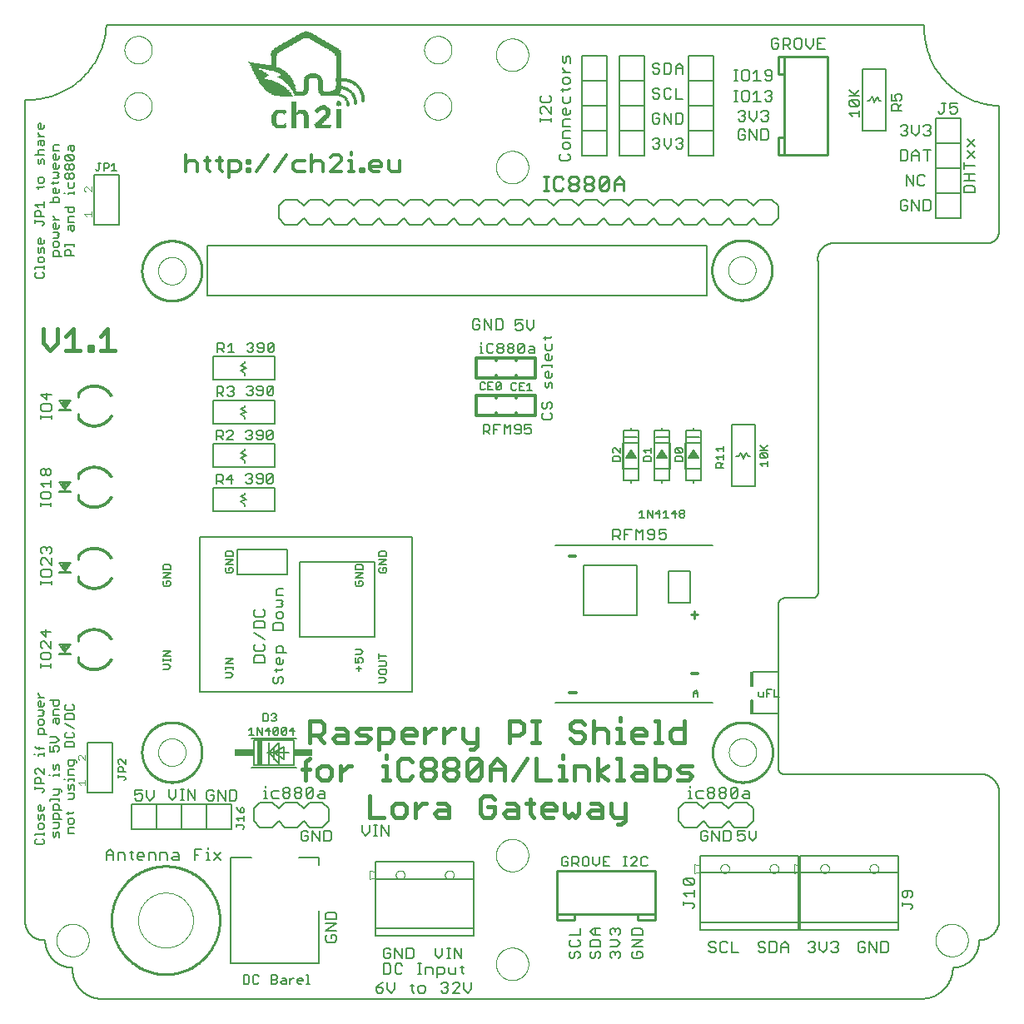
<source format=gto>
G75*
%MOIN*%
%OFA0B0*%
%FSLAX25Y25*%
%IPPOS*%
%LPD*%
%AMOC8*
5,1,8,0,0,1.08239X$1,22.5*
%
%ADD10C,0.00700*%
%ADD11C,0.01200*%
%ADD12C,0.00600*%
%ADD13C,0.00000*%
%ADD14C,0.01000*%
%ADD15C,0.00800*%
%ADD16C,0.01500*%
%ADD17C,0.00100*%
%ADD18C,0.00500*%
%ADD19C,0.00300*%
%ADD20R,0.02990X0.00250*%
%ADD21R,0.02010X0.00250*%
%ADD22R,0.01990X0.00250*%
%ADD23R,0.06250X0.00250*%
%ADD24R,0.02000X0.00250*%
%ADD25R,0.03990X0.00250*%
%ADD26R,0.04750X0.00250*%
%ADD27R,0.05000X0.00250*%
%ADD28R,0.06500X0.00250*%
%ADD29R,0.05240X0.00250*%
%ADD30R,0.02500X0.00250*%
%ADD31R,0.01490X0.00250*%
%ADD32R,0.02240X0.00250*%
%ADD33R,0.00750X0.00250*%
%ADD34R,0.03010X0.00250*%
%ADD35R,0.00500X0.00250*%
%ADD36R,0.02760X0.00250*%
%ADD37R,0.01750X0.00250*%
%ADD38R,0.02510X0.00250*%
%ADD39R,0.02490X0.00250*%
%ADD40R,0.02260X0.00250*%
%ADD41R,0.00250X0.00250*%
%ADD42R,0.00740X0.00250*%
%ADD43R,0.03000X0.00250*%
%ADD44R,0.02750X0.00250*%
%ADD45R,0.01740X0.00250*%
%ADD46R,0.04990X0.00250*%
%ADD47R,0.00760X0.00250*%
%ADD48R,0.04000X0.00250*%
%ADD49R,0.01260X0.00250*%
%ADD50R,0.03500X0.00250*%
%ADD51R,0.01760X0.00250*%
%ADD52R,0.03740X0.00250*%
%ADD53R,0.02740X0.00250*%
%ADD54R,0.01510X0.00250*%
%ADD55R,0.05750X0.00250*%
%ADD56R,0.05250X0.00250*%
%ADD57R,0.04250X0.00250*%
%ADD58R,0.03490X0.00250*%
%ADD59R,0.01250X0.00250*%
%ADD60R,0.01010X0.00250*%
%ADD61R,0.02250X0.00250*%
%ADD62R,0.01500X0.00250*%
%ADD63R,0.01000X0.00250*%
%ADD64R,0.06740X0.00250*%
%ADD65R,0.03750X0.00250*%
%ADD66R,0.08990X0.00250*%
%ADD67R,0.07490X0.00250*%
%ADD68R,0.09000X0.00250*%
%ADD69R,0.07740X0.00250*%
%ADD70R,0.04500X0.00250*%
%ADD71R,0.08750X0.00250*%
%ADD72R,0.08240X0.00250*%
%ADD73R,0.05010X0.00250*%
%ADD74R,0.08000X0.00250*%
%ADD75R,0.08510X0.00250*%
%ADD76R,0.05260X0.00250*%
%ADD77R,0.08250X0.00250*%
%ADD78R,0.08500X0.00250*%
%ADD79R,0.04260X0.00250*%
%ADD80R,0.09010X0.00250*%
%ADD81R,0.03250X0.00250*%
%ADD82R,0.01240X0.00250*%
%ADD83R,0.05490X0.00250*%
%ADD84R,0.04490X0.00250*%
%ADD85R,0.08740X0.00250*%
%ADD86R,0.08010X0.00250*%
%ADD87R,0.07750X0.00250*%
%ADD88R,0.07240X0.00250*%
%ADD89R,0.07000X0.00250*%
%ADD90R,0.06760X0.00250*%
%ADD91R,0.06000X0.00250*%
%ADD92R,0.07250X0.00250*%
%ADD93R,0.05500X0.00250*%
%ADD94R,0.06750X0.00250*%
%ADD95R,0.04740X0.00250*%
%ADD96R,0.03260X0.00250*%
%ADD97R,0.05510X0.00250*%
%ADD98R,0.04010X0.00250*%
%ADD99R,0.04510X0.00250*%
%ADD100R,0.06510X0.00250*%
%ADD101R,0.11010X0.00250*%
%ADD102R,0.10490X0.00250*%
%ADD103R,0.10000X0.00250*%
%ADD104R,0.10250X0.00250*%
%ADD105R,0.07260X0.00250*%
%ADD106R,0.06010X0.00250*%
%ADD107R,0.00510X0.00250*%
%ADD108R,0.03760X0.00250*%
%ADD109R,0.04240X0.00250*%
%ADD110R,0.04760X0.00250*%
%ADD111R,0.10260X0.00250*%
%ADD112R,0.09240X0.00250*%
%ADD113R,0.05740X0.00250*%
%ADD114R,0.02000X0.10000*%
%ADD115R,0.07500X0.03000*%
%ADD116C,0.00787*%
%ADD117C,0.01100*%
%ADD118C,0.01300*%
%ADD119C,0.01400*%
D10*
X0138695Y0217700D02*
X0138695Y0221503D01*
X0140597Y0221503D01*
X0141231Y0220869D01*
X0141231Y0219602D01*
X0140597Y0218968D01*
X0138695Y0218968D01*
X0139963Y0218968D02*
X0141231Y0217700D01*
X0142839Y0219602D02*
X0145374Y0219602D01*
X0144740Y0221503D02*
X0142839Y0219602D01*
X0144740Y0221503D02*
X0144740Y0217700D01*
X0150515Y0218584D02*
X0151148Y0217950D01*
X0152416Y0217950D01*
X0153050Y0218584D01*
X0153050Y0219218D01*
X0152416Y0219852D01*
X0151782Y0219852D01*
X0152416Y0219852D02*
X0153050Y0220485D01*
X0153050Y0221119D01*
X0152416Y0221753D01*
X0151148Y0221753D01*
X0150515Y0221119D01*
X0154658Y0221119D02*
X0154658Y0220485D01*
X0155292Y0219852D01*
X0157194Y0219852D01*
X0157194Y0221119D02*
X0156560Y0221753D01*
X0155292Y0221753D01*
X0154658Y0221119D01*
X0154658Y0218584D02*
X0155292Y0217950D01*
X0156560Y0217950D01*
X0157194Y0218584D01*
X0157194Y0221119D01*
X0158802Y0221119D02*
X0159435Y0221753D01*
X0160703Y0221753D01*
X0161337Y0221119D01*
X0158802Y0218584D01*
X0159435Y0217950D01*
X0160703Y0217950D01*
X0161337Y0218584D01*
X0161337Y0221119D01*
X0158802Y0221119D02*
X0158802Y0218584D01*
X0159435Y0235450D02*
X0158802Y0236084D01*
X0161337Y0238619D01*
X0161337Y0236084D01*
X0160703Y0235450D01*
X0159435Y0235450D01*
X0158802Y0236084D02*
X0158802Y0238619D01*
X0159435Y0239253D01*
X0160703Y0239253D01*
X0161337Y0238619D01*
X0157194Y0238619D02*
X0156560Y0239253D01*
X0155292Y0239253D01*
X0154658Y0238619D01*
X0154658Y0237985D01*
X0155292Y0237352D01*
X0157194Y0237352D01*
X0157194Y0238619D02*
X0157194Y0236084D01*
X0156560Y0235450D01*
X0155292Y0235450D01*
X0154658Y0236084D01*
X0153050Y0236084D02*
X0152416Y0235450D01*
X0151148Y0235450D01*
X0150515Y0236084D01*
X0151782Y0237352D02*
X0152416Y0237352D01*
X0153050Y0236718D01*
X0153050Y0236084D01*
X0152416Y0237352D02*
X0153050Y0237985D01*
X0153050Y0238619D01*
X0152416Y0239253D01*
X0151148Y0239253D01*
X0150515Y0238619D01*
X0145337Y0238619D02*
X0144703Y0239253D01*
X0143435Y0239253D01*
X0142802Y0238619D01*
X0141194Y0238619D02*
X0141194Y0237352D01*
X0140560Y0236718D01*
X0138658Y0236718D01*
X0139926Y0236718D02*
X0141194Y0235450D01*
X0142802Y0235450D02*
X0145337Y0237985D01*
X0145337Y0238619D01*
X0145337Y0235450D02*
X0142802Y0235450D01*
X0141194Y0238619D02*
X0140560Y0239253D01*
X0138658Y0239253D01*
X0138658Y0235450D01*
X0138908Y0252950D02*
X0138908Y0256753D01*
X0140810Y0256753D01*
X0141444Y0256119D01*
X0141444Y0254852D01*
X0140810Y0254218D01*
X0138908Y0254218D01*
X0140176Y0254218D02*
X0141444Y0252950D01*
X0143052Y0253584D02*
X0143685Y0252950D01*
X0144953Y0252950D01*
X0145587Y0253584D01*
X0145587Y0254218D01*
X0144953Y0254852D01*
X0144319Y0254852D01*
X0144953Y0254852D02*
X0145587Y0255485D01*
X0145587Y0256119D01*
X0144953Y0256753D01*
X0143685Y0256753D01*
X0143052Y0256119D01*
X0150695Y0256369D02*
X0151329Y0257003D01*
X0152597Y0257003D01*
X0153231Y0256369D01*
X0153231Y0255735D01*
X0152597Y0255102D01*
X0153231Y0254468D01*
X0153231Y0253834D01*
X0152597Y0253200D01*
X0151329Y0253200D01*
X0150695Y0253834D01*
X0151963Y0255102D02*
X0152597Y0255102D01*
X0154839Y0255735D02*
X0155473Y0255102D01*
X0157374Y0255102D01*
X0157374Y0256369D02*
X0156740Y0257003D01*
X0155473Y0257003D01*
X0154839Y0256369D01*
X0154839Y0255735D01*
X0154839Y0253834D02*
X0155473Y0253200D01*
X0156740Y0253200D01*
X0157374Y0253834D01*
X0157374Y0256369D01*
X0158982Y0256369D02*
X0159616Y0257003D01*
X0160884Y0257003D01*
X0161518Y0256369D01*
X0158982Y0253834D01*
X0159616Y0253200D01*
X0160884Y0253200D01*
X0161518Y0253834D01*
X0161518Y0256369D01*
X0158982Y0256369D02*
X0158982Y0253834D01*
X0159866Y0270450D02*
X0159232Y0271084D01*
X0161768Y0273619D01*
X0161768Y0271084D01*
X0161134Y0270450D01*
X0159866Y0270450D01*
X0159232Y0271084D02*
X0159232Y0273619D01*
X0159866Y0274253D01*
X0161134Y0274253D01*
X0161768Y0273619D01*
X0157624Y0273619D02*
X0156990Y0274253D01*
X0155723Y0274253D01*
X0155089Y0273619D01*
X0155089Y0272985D01*
X0155723Y0272352D01*
X0157624Y0272352D01*
X0157624Y0273619D02*
X0157624Y0271084D01*
X0156990Y0270450D01*
X0155723Y0270450D01*
X0155089Y0271084D01*
X0153481Y0271084D02*
X0152847Y0270450D01*
X0151579Y0270450D01*
X0150945Y0271084D01*
X0152213Y0272352D02*
X0152847Y0272352D01*
X0153481Y0271718D01*
X0153481Y0271084D01*
X0152847Y0272352D02*
X0153481Y0272985D01*
X0153481Y0273619D01*
X0152847Y0274253D01*
X0151579Y0274253D01*
X0150945Y0273619D01*
X0145837Y0270450D02*
X0143302Y0270450D01*
X0144569Y0270450D02*
X0144569Y0274253D01*
X0143302Y0272985D01*
X0141694Y0272352D02*
X0141060Y0271718D01*
X0139158Y0271718D01*
X0140426Y0271718D02*
X0141694Y0270450D01*
X0141694Y0272352D02*
X0141694Y0273619D01*
X0141060Y0274253D01*
X0139158Y0274253D01*
X0139158Y0270450D01*
X0244205Y0270200D02*
X0245473Y0270200D01*
X0244839Y0270200D02*
X0244839Y0272735D01*
X0244205Y0272735D01*
X0244839Y0274003D02*
X0244839Y0274637D01*
X0246967Y0273369D02*
X0246967Y0270834D01*
X0247601Y0270200D01*
X0248869Y0270200D01*
X0249503Y0270834D01*
X0251111Y0270834D02*
X0251111Y0271468D01*
X0251745Y0272102D01*
X0253013Y0272102D01*
X0253647Y0271468D01*
X0253647Y0270834D01*
X0253013Y0270200D01*
X0251745Y0270200D01*
X0251111Y0270834D01*
X0251745Y0272102D02*
X0251111Y0272735D01*
X0251111Y0273369D01*
X0251745Y0274003D01*
X0253013Y0274003D01*
X0253647Y0273369D01*
X0253647Y0272735D01*
X0253013Y0272102D01*
X0255255Y0272735D02*
X0255255Y0273369D01*
X0255888Y0274003D01*
X0257156Y0274003D01*
X0257790Y0273369D01*
X0257790Y0272735D01*
X0257156Y0272102D01*
X0255888Y0272102D01*
X0255255Y0272735D01*
X0255888Y0272102D02*
X0255255Y0271468D01*
X0255255Y0270834D01*
X0255888Y0270200D01*
X0257156Y0270200D01*
X0257790Y0270834D01*
X0257790Y0271468D01*
X0257156Y0272102D01*
X0259398Y0273369D02*
X0260032Y0274003D01*
X0261300Y0274003D01*
X0261934Y0273369D01*
X0259398Y0270834D01*
X0260032Y0270200D01*
X0261300Y0270200D01*
X0261934Y0270834D01*
X0261934Y0273369D01*
X0264176Y0272735D02*
X0265443Y0272735D01*
X0266077Y0272102D01*
X0266077Y0270200D01*
X0264176Y0270200D01*
X0263542Y0270834D01*
X0264176Y0271468D01*
X0266077Y0271468D01*
X0270460Y0271943D02*
X0271094Y0271309D01*
X0272361Y0271309D01*
X0272995Y0271943D01*
X0272995Y0273844D01*
X0272361Y0276086D02*
X0269826Y0276086D01*
X0270460Y0275452D02*
X0270460Y0276720D01*
X0272361Y0276086D02*
X0272995Y0276720D01*
X0270460Y0273844D02*
X0270460Y0271943D01*
X0271094Y0269701D02*
X0271727Y0269701D01*
X0271727Y0267165D01*
X0271094Y0267165D02*
X0270460Y0267799D01*
X0270460Y0269067D01*
X0271094Y0269701D01*
X0272995Y0269067D02*
X0272995Y0267799D01*
X0272361Y0267165D01*
X0271094Y0267165D01*
X0272995Y0265671D02*
X0272995Y0264403D01*
X0272995Y0265037D02*
X0269192Y0265037D01*
X0269192Y0264403D01*
X0271094Y0262795D02*
X0271727Y0262795D01*
X0271727Y0260259D01*
X0271094Y0260259D02*
X0270460Y0260893D01*
X0270460Y0262161D01*
X0271094Y0262795D01*
X0272995Y0262161D02*
X0272995Y0260893D01*
X0272361Y0260259D01*
X0271094Y0260259D01*
X0270460Y0258651D02*
X0270460Y0256750D01*
X0271094Y0256116D01*
X0271727Y0256750D01*
X0271727Y0258017D01*
X0272361Y0258651D01*
X0272995Y0258017D01*
X0272995Y0256116D01*
X0272361Y0250364D02*
X0272995Y0249730D01*
X0272995Y0248463D01*
X0272361Y0247829D01*
X0271094Y0248463D02*
X0271094Y0249730D01*
X0271727Y0250364D01*
X0272361Y0250364D01*
X0271094Y0248463D02*
X0270460Y0247829D01*
X0269826Y0247829D01*
X0269192Y0248463D01*
X0269192Y0249730D01*
X0269826Y0250364D01*
X0269826Y0246221D02*
X0269192Y0245587D01*
X0269192Y0244319D01*
X0269826Y0243685D01*
X0272361Y0243685D01*
X0272995Y0244319D01*
X0272995Y0245587D01*
X0272361Y0246221D01*
X0264696Y0241503D02*
X0262160Y0241503D01*
X0262160Y0239602D01*
X0263428Y0240235D01*
X0264062Y0240235D01*
X0264696Y0239602D01*
X0264696Y0238334D01*
X0264062Y0237700D01*
X0262794Y0237700D01*
X0262160Y0238334D01*
X0260552Y0238334D02*
X0260552Y0240869D01*
X0259919Y0241503D01*
X0258651Y0241503D01*
X0258017Y0240869D01*
X0258017Y0240235D01*
X0258651Y0239602D01*
X0260552Y0239602D01*
X0260552Y0238334D02*
X0259919Y0237700D01*
X0258651Y0237700D01*
X0258017Y0238334D01*
X0256409Y0237700D02*
X0256409Y0241503D01*
X0255141Y0240235D01*
X0253873Y0241503D01*
X0253873Y0237700D01*
X0250998Y0239602D02*
X0249730Y0239602D01*
X0248122Y0239602D02*
X0247488Y0238968D01*
X0245586Y0238968D01*
X0245586Y0237700D02*
X0245586Y0241503D01*
X0247488Y0241503D01*
X0248122Y0240869D01*
X0248122Y0239602D01*
X0246854Y0238968D02*
X0248122Y0237700D01*
X0249730Y0237700D02*
X0249730Y0241503D01*
X0252265Y0241503D01*
X0259398Y0270834D02*
X0259398Y0273369D01*
X0249503Y0273369D02*
X0248869Y0274003D01*
X0247601Y0274003D01*
X0246967Y0273369D01*
X0330570Y0135213D02*
X0331504Y0134279D01*
X0331504Y0132411D01*
X0331504Y0133812D02*
X0329636Y0133812D01*
X0329636Y0134279D02*
X0330570Y0135213D01*
X0329636Y0134279D02*
X0329636Y0132411D01*
X0310659Y0068503D02*
X0309391Y0068503D01*
X0308757Y0067869D01*
X0308757Y0065334D01*
X0309391Y0064700D01*
X0310659Y0064700D01*
X0311292Y0065334D01*
X0311292Y0067869D02*
X0310659Y0068503D01*
X0307149Y0067869D02*
X0306515Y0068503D01*
X0305247Y0068503D01*
X0304613Y0067869D01*
X0303119Y0068503D02*
X0301851Y0068503D01*
X0302485Y0068503D02*
X0302485Y0064700D01*
X0301851Y0064700D02*
X0303119Y0064700D01*
X0304613Y0064700D02*
X0307149Y0067235D01*
X0307149Y0067869D01*
X0307149Y0064700D02*
X0304613Y0064700D01*
X0296099Y0064700D02*
X0293564Y0064700D01*
X0293564Y0068503D01*
X0296099Y0068503D01*
X0294832Y0066602D02*
X0293564Y0066602D01*
X0291956Y0065968D02*
X0291956Y0068503D01*
X0291956Y0065968D02*
X0290688Y0064700D01*
X0289420Y0065968D01*
X0289420Y0068503D01*
X0287812Y0067869D02*
X0287812Y0065334D01*
X0287179Y0064700D01*
X0285911Y0064700D01*
X0285277Y0065334D01*
X0285277Y0067869D01*
X0285911Y0068503D01*
X0287179Y0068503D01*
X0287812Y0067869D01*
X0283669Y0067869D02*
X0283669Y0066602D01*
X0283035Y0065968D01*
X0281133Y0065968D01*
X0281133Y0064700D02*
X0281133Y0068503D01*
X0283035Y0068503D01*
X0283669Y0067869D01*
X0282401Y0065968D02*
X0283669Y0064700D01*
X0279525Y0065334D02*
X0279525Y0066602D01*
X0278258Y0066602D01*
X0279525Y0067869D02*
X0278891Y0068503D01*
X0277624Y0068503D01*
X0276990Y0067869D01*
X0276990Y0065334D01*
X0277624Y0064700D01*
X0278891Y0064700D01*
X0279525Y0065334D01*
X0393460Y0364769D02*
X0392192Y0366037D01*
X0395995Y0366037D01*
X0395995Y0364769D02*
X0395995Y0367305D01*
X0395361Y0368913D02*
X0392826Y0371448D01*
X0395361Y0371448D01*
X0395995Y0370815D01*
X0395995Y0369547D01*
X0395361Y0368913D01*
X0392826Y0368913D01*
X0392192Y0369547D01*
X0392192Y0370815D01*
X0392826Y0371448D01*
X0392192Y0373056D02*
X0395995Y0373056D01*
X0394727Y0373056D02*
X0392192Y0375592D01*
X0394094Y0373690D02*
X0395995Y0375592D01*
X0409192Y0373842D02*
X0409192Y0371306D01*
X0411094Y0371306D01*
X0410460Y0372574D01*
X0410460Y0373208D01*
X0411094Y0373842D01*
X0412361Y0373842D01*
X0412995Y0373208D01*
X0412995Y0371940D01*
X0412361Y0371306D01*
X0412995Y0369698D02*
X0411727Y0368431D01*
X0411727Y0369065D02*
X0411727Y0367163D01*
X0412995Y0367163D02*
X0409192Y0367163D01*
X0409192Y0369065D01*
X0409826Y0369698D01*
X0411094Y0369698D01*
X0411727Y0369065D01*
D11*
X0266406Y0268037D02*
X0266406Y0260163D01*
X0258532Y0260163D01*
X0258532Y0261147D01*
X0258532Y0260163D02*
X0250658Y0260163D01*
X0250658Y0261147D01*
X0250658Y0260163D02*
X0242784Y0260163D01*
X0242784Y0268037D01*
X0250658Y0268037D01*
X0250658Y0267053D01*
X0250658Y0268037D02*
X0258532Y0268037D01*
X0258532Y0267053D01*
X0258532Y0268037D02*
X0266406Y0268037D01*
X0266406Y0253037D02*
X0258532Y0253037D01*
X0258532Y0252053D01*
X0258532Y0253037D02*
X0250658Y0253037D01*
X0250658Y0252053D01*
X0250658Y0253037D02*
X0242784Y0253037D01*
X0242784Y0245163D01*
X0250658Y0245163D01*
X0250658Y0246147D01*
X0250658Y0245163D02*
X0258532Y0245163D01*
X0258532Y0246147D01*
X0258532Y0245163D02*
X0266406Y0245163D01*
X0266406Y0253037D01*
X0212064Y0342700D02*
X0208661Y0342700D01*
X0207527Y0343834D01*
X0207527Y0347237D01*
X0204697Y0346103D02*
X0204697Y0344969D01*
X0200160Y0344969D01*
X0200160Y0346103D02*
X0200160Y0343834D01*
X0201295Y0342700D01*
X0203563Y0342700D01*
X0204697Y0346103D02*
X0203563Y0347237D01*
X0201295Y0347237D01*
X0200160Y0346103D01*
X0197611Y0343834D02*
X0197611Y0342700D01*
X0196477Y0342700D01*
X0196477Y0343834D01*
X0197611Y0343834D01*
X0193835Y0342700D02*
X0191566Y0342700D01*
X0192701Y0342700D02*
X0192701Y0347237D01*
X0191566Y0347237D01*
X0192701Y0349506D02*
X0192701Y0350640D01*
X0188737Y0348372D02*
X0187603Y0349506D01*
X0185334Y0349506D01*
X0184200Y0348372D01*
X0181371Y0346103D02*
X0181371Y0342700D01*
X0184200Y0342700D02*
X0188737Y0347237D01*
X0188737Y0348372D01*
X0188737Y0342700D02*
X0184200Y0342700D01*
X0181371Y0346103D02*
X0180237Y0347237D01*
X0177968Y0347237D01*
X0176834Y0346103D01*
X0174005Y0347237D02*
X0170602Y0347237D01*
X0169467Y0346103D01*
X0169467Y0343834D01*
X0170602Y0342700D01*
X0174005Y0342700D01*
X0176834Y0342700D02*
X0176834Y0349506D01*
X0166638Y0349506D02*
X0162101Y0342700D01*
X0154735Y0342700D02*
X0159272Y0349506D01*
X0152186Y0347237D02*
X0152186Y0346103D01*
X0151052Y0346103D01*
X0151052Y0347237D01*
X0152186Y0347237D01*
X0152186Y0343834D02*
X0152186Y0342700D01*
X0151052Y0342700D01*
X0151052Y0343834D01*
X0152186Y0343834D01*
X0148223Y0343834D02*
X0148223Y0346103D01*
X0147088Y0347237D01*
X0143685Y0347237D01*
X0143685Y0340431D01*
X0143685Y0342700D02*
X0147088Y0342700D01*
X0148223Y0343834D01*
X0141043Y0342700D02*
X0139909Y0343834D01*
X0139909Y0348372D01*
X0138775Y0347237D02*
X0141043Y0347237D01*
X0136132Y0347237D02*
X0133864Y0347237D01*
X0134998Y0348372D02*
X0134998Y0343834D01*
X0136132Y0342700D01*
X0131035Y0342700D02*
X0131035Y0346103D01*
X0129900Y0347237D01*
X0127632Y0347237D01*
X0126497Y0346103D01*
X0126497Y0349506D02*
X0126497Y0342700D01*
X0212064Y0342700D02*
X0212064Y0347237D01*
D12*
X0062095Y0371600D02*
X0062095Y0042600D01*
X0062097Y0042419D01*
X0062104Y0042238D01*
X0062115Y0042057D01*
X0062130Y0041876D01*
X0062150Y0041696D01*
X0062174Y0041516D01*
X0062202Y0041337D01*
X0062235Y0041159D01*
X0062272Y0040982D01*
X0062313Y0040805D01*
X0062358Y0040630D01*
X0062408Y0040455D01*
X0062462Y0040282D01*
X0062520Y0040111D01*
X0062582Y0039940D01*
X0062649Y0039772D01*
X0062719Y0039605D01*
X0062793Y0039439D01*
X0062872Y0039276D01*
X0062954Y0039115D01*
X0063040Y0038955D01*
X0063130Y0038798D01*
X0063224Y0038643D01*
X0063321Y0038490D01*
X0063423Y0038340D01*
X0063527Y0038192D01*
X0063636Y0038046D01*
X0063747Y0037904D01*
X0063863Y0037764D01*
X0063981Y0037627D01*
X0064103Y0037492D01*
X0064228Y0037361D01*
X0064356Y0037233D01*
X0064487Y0037108D01*
X0064622Y0036986D01*
X0064759Y0036868D01*
X0064899Y0036752D01*
X0065041Y0036641D01*
X0065187Y0036532D01*
X0065335Y0036428D01*
X0065485Y0036326D01*
X0065638Y0036229D01*
X0065793Y0036135D01*
X0065950Y0036045D01*
X0066110Y0035959D01*
X0066271Y0035877D01*
X0066434Y0035798D01*
X0066600Y0035724D01*
X0066767Y0035654D01*
X0066935Y0035587D01*
X0067106Y0035525D01*
X0067277Y0035467D01*
X0067450Y0035413D01*
X0067625Y0035363D01*
X0067800Y0035318D01*
X0067977Y0035277D01*
X0068154Y0035240D01*
X0068332Y0035207D01*
X0068511Y0035179D01*
X0068691Y0035155D01*
X0068871Y0035135D01*
X0069052Y0035120D01*
X0069233Y0035109D01*
X0069414Y0035102D01*
X0069595Y0035100D01*
X0070095Y0035100D01*
X0070098Y0034834D01*
X0070108Y0034569D01*
X0070124Y0034303D01*
X0070146Y0034038D01*
X0070175Y0033774D01*
X0070210Y0033511D01*
X0070252Y0033248D01*
X0070300Y0032987D01*
X0070354Y0032726D01*
X0070415Y0032468D01*
X0070481Y0032210D01*
X0070554Y0031955D01*
X0070633Y0031701D01*
X0070719Y0031449D01*
X0070810Y0031199D01*
X0070907Y0030952D01*
X0071010Y0030707D01*
X0071119Y0030465D01*
X0071234Y0030225D01*
X0071355Y0029988D01*
X0071481Y0029754D01*
X0071613Y0029523D01*
X0071751Y0029296D01*
X0071894Y0029072D01*
X0072042Y0028851D01*
X0072196Y0028634D01*
X0072355Y0028421D01*
X0072519Y0028212D01*
X0072688Y0028007D01*
X0072861Y0027806D01*
X0073040Y0027609D01*
X0073223Y0027416D01*
X0073411Y0027228D01*
X0073604Y0027045D01*
X0073801Y0026866D01*
X0074002Y0026693D01*
X0074207Y0026524D01*
X0074416Y0026360D01*
X0074629Y0026201D01*
X0074846Y0026047D01*
X0075067Y0025899D01*
X0075291Y0025756D01*
X0075518Y0025618D01*
X0075749Y0025486D01*
X0075983Y0025360D01*
X0076220Y0025239D01*
X0076460Y0025124D01*
X0076702Y0025015D01*
X0076947Y0024912D01*
X0077194Y0024815D01*
X0077444Y0024724D01*
X0077696Y0024638D01*
X0077950Y0024559D01*
X0078205Y0024486D01*
X0078463Y0024420D01*
X0078721Y0024359D01*
X0078982Y0024305D01*
X0079243Y0024257D01*
X0079506Y0024215D01*
X0079769Y0024180D01*
X0080033Y0024151D01*
X0080298Y0024129D01*
X0080564Y0024113D01*
X0080829Y0024103D01*
X0081095Y0024100D01*
X0081080Y0023816D01*
X0081072Y0023531D01*
X0081071Y0023247D01*
X0081077Y0022962D01*
X0081090Y0022678D01*
X0081110Y0022394D01*
X0081136Y0022111D01*
X0081170Y0021829D01*
X0081210Y0021547D01*
X0081257Y0021266D01*
X0081311Y0020987D01*
X0081371Y0020709D01*
X0081438Y0020432D01*
X0081512Y0020158D01*
X0081593Y0019885D01*
X0081680Y0019614D01*
X0081773Y0019345D01*
X0081873Y0019079D01*
X0081980Y0018815D01*
X0082092Y0018554D01*
X0082211Y0018295D01*
X0082337Y0018040D01*
X0082468Y0017787D01*
X0082605Y0017538D01*
X0082749Y0017292D01*
X0082898Y0017050D01*
X0083053Y0016812D01*
X0083214Y0016577D01*
X0083381Y0016346D01*
X0083553Y0016120D01*
X0083730Y0015897D01*
X0083913Y0015679D01*
X0084101Y0015466D01*
X0084294Y0015257D01*
X0084492Y0015052D01*
X0084695Y0014853D01*
X0084903Y0014658D01*
X0085115Y0014469D01*
X0085332Y0014285D01*
X0085553Y0014106D01*
X0085778Y0013932D01*
X0086008Y0013764D01*
X0086242Y0013602D01*
X0086479Y0013445D01*
X0086720Y0013294D01*
X0086965Y0013149D01*
X0087213Y0013010D01*
X0087465Y0012877D01*
X0087719Y0012750D01*
X0087977Y0012629D01*
X0088238Y0012515D01*
X0088501Y0012407D01*
X0088766Y0012305D01*
X0089035Y0012210D01*
X0089305Y0012121D01*
X0089577Y0012039D01*
X0089851Y0011963D01*
X0090127Y0011894D01*
X0090405Y0011832D01*
X0090684Y0011776D01*
X0090964Y0011727D01*
X0091246Y0011685D01*
X0091528Y0011650D01*
X0091811Y0011621D01*
X0092095Y0011600D01*
X0420595Y0011600D01*
X0420903Y0011598D01*
X0421211Y0011603D01*
X0421519Y0011616D01*
X0421827Y0011636D01*
X0422134Y0011663D01*
X0422440Y0011698D01*
X0422745Y0011740D01*
X0423049Y0011790D01*
X0423352Y0011847D01*
X0423653Y0011911D01*
X0423953Y0011983D01*
X0424251Y0012061D01*
X0424547Y0012147D01*
X0424841Y0012240D01*
X0425132Y0012340D01*
X0425421Y0012447D01*
X0425708Y0012561D01*
X0425991Y0012682D01*
X0426271Y0012810D01*
X0426549Y0012945D01*
X0426823Y0013086D01*
X0427093Y0013234D01*
X0427360Y0013388D01*
X0427623Y0013548D01*
X0427882Y0013715D01*
X0428137Y0013888D01*
X0428387Y0014068D01*
X0428634Y0014253D01*
X0428875Y0014444D01*
X0429112Y0014641D01*
X0429345Y0014844D01*
X0429572Y0015052D01*
X0429794Y0015265D01*
X0430011Y0015484D01*
X0430222Y0015708D01*
X0430428Y0015937D01*
X0430629Y0016172D01*
X0430824Y0016410D01*
X0431013Y0016654D01*
X0431196Y0016902D01*
X0431373Y0017154D01*
X0431543Y0017410D01*
X0431708Y0017671D01*
X0431866Y0017935D01*
X0432018Y0018204D01*
X0432163Y0018475D01*
X0432302Y0018751D01*
X0432434Y0019029D01*
X0432559Y0019311D01*
X0432677Y0019595D01*
X0432789Y0019883D01*
X0432893Y0020172D01*
X0432991Y0020465D01*
X0433081Y0020759D01*
X0433164Y0021056D01*
X0433240Y0021355D01*
X0433309Y0021655D01*
X0433370Y0021957D01*
X0433425Y0022260D01*
X0433471Y0022565D01*
X0433511Y0022871D01*
X0433543Y0023177D01*
X0433568Y0023484D01*
X0433585Y0023792D01*
X0433595Y0024100D01*
X0433855Y0024109D01*
X0434114Y0024125D01*
X0434373Y0024146D01*
X0434631Y0024174D01*
X0434889Y0024208D01*
X0435146Y0024249D01*
X0435401Y0024295D01*
X0435656Y0024348D01*
X0435909Y0024407D01*
X0436160Y0024472D01*
X0436410Y0024543D01*
X0436659Y0024620D01*
X0436905Y0024703D01*
X0437149Y0024792D01*
X0437391Y0024887D01*
X0437630Y0024988D01*
X0437867Y0025094D01*
X0438102Y0025206D01*
X0438333Y0025324D01*
X0438562Y0025447D01*
X0438788Y0025576D01*
X0439010Y0025710D01*
X0439230Y0025850D01*
X0439445Y0025995D01*
X0439657Y0026145D01*
X0439866Y0026300D01*
X0440071Y0026460D01*
X0440271Y0026625D01*
X0440468Y0026795D01*
X0440661Y0026969D01*
X0440849Y0027148D01*
X0441033Y0027332D01*
X0441212Y0027520D01*
X0441387Y0027712D01*
X0441557Y0027908D01*
X0441723Y0028109D01*
X0441883Y0028313D01*
X0442039Y0028522D01*
X0442189Y0028734D01*
X0442334Y0028949D01*
X0442474Y0029168D01*
X0442609Y0029390D01*
X0442738Y0029616D01*
X0442862Y0029844D01*
X0442980Y0030076D01*
X0443092Y0030310D01*
X0443199Y0030547D01*
X0443300Y0030786D01*
X0443396Y0031028D01*
X0443485Y0031272D01*
X0443569Y0031518D01*
X0443646Y0031766D01*
X0443718Y0032016D01*
X0443783Y0032267D01*
X0443843Y0032520D01*
X0443896Y0032774D01*
X0443943Y0033030D01*
X0443984Y0033287D01*
X0444018Y0033544D01*
X0444047Y0033802D01*
X0444069Y0034061D01*
X0444085Y0034321D01*
X0444095Y0034580D01*
X0444098Y0034840D01*
X0444095Y0035100D01*
X0444595Y0035100D01*
X0444794Y0035121D01*
X0444993Y0035146D01*
X0445191Y0035176D01*
X0445388Y0035211D01*
X0445584Y0035251D01*
X0445779Y0035295D01*
X0445973Y0035344D01*
X0446166Y0035398D01*
X0446358Y0035456D01*
X0446548Y0035519D01*
X0446736Y0035587D01*
X0446923Y0035659D01*
X0447108Y0035736D01*
X0447291Y0035817D01*
X0447472Y0035902D01*
X0447651Y0035992D01*
X0447827Y0036086D01*
X0448002Y0036184D01*
X0448174Y0036287D01*
X0448343Y0036394D01*
X0448510Y0036504D01*
X0448674Y0036619D01*
X0448835Y0036738D01*
X0448993Y0036860D01*
X0449149Y0036986D01*
X0449301Y0037116D01*
X0449450Y0037250D01*
X0449596Y0037387D01*
X0449738Y0037528D01*
X0449877Y0037672D01*
X0450013Y0037820D01*
X0450144Y0037970D01*
X0450273Y0038124D01*
X0450397Y0038281D01*
X0450518Y0038441D01*
X0450634Y0038603D01*
X0450747Y0038769D01*
X0450856Y0038937D01*
X0450960Y0039108D01*
X0451061Y0039281D01*
X0451157Y0039456D01*
X0451249Y0039634D01*
X0451336Y0039814D01*
X0451420Y0039996D01*
X0451499Y0040180D01*
X0451573Y0040366D01*
X0451643Y0040554D01*
X0451708Y0040743D01*
X0451769Y0040934D01*
X0451825Y0041126D01*
X0451876Y0041319D01*
X0451923Y0041514D01*
X0451965Y0041710D01*
X0452002Y0041906D01*
X0452035Y0042104D01*
X0452062Y0042302D01*
X0452085Y0042501D01*
X0452103Y0042700D01*
X0452117Y0042900D01*
X0452125Y0043100D01*
X0452129Y0043300D01*
X0452128Y0043500D01*
X0452122Y0043701D01*
X0452111Y0043900D01*
X0452095Y0044100D01*
X0452095Y0094100D01*
X0452093Y0094281D01*
X0452086Y0094462D01*
X0452075Y0094643D01*
X0452060Y0094824D01*
X0452040Y0095004D01*
X0452016Y0095184D01*
X0451988Y0095363D01*
X0451955Y0095541D01*
X0451918Y0095718D01*
X0451877Y0095895D01*
X0451832Y0096070D01*
X0451782Y0096245D01*
X0451728Y0096418D01*
X0451670Y0096589D01*
X0451608Y0096760D01*
X0451541Y0096928D01*
X0451471Y0097095D01*
X0451397Y0097261D01*
X0451318Y0097424D01*
X0451236Y0097585D01*
X0451150Y0097745D01*
X0451060Y0097902D01*
X0450966Y0098057D01*
X0450869Y0098210D01*
X0450767Y0098360D01*
X0450663Y0098508D01*
X0450554Y0098654D01*
X0450443Y0098796D01*
X0450327Y0098936D01*
X0450209Y0099073D01*
X0450087Y0099208D01*
X0449962Y0099339D01*
X0449834Y0099467D01*
X0449703Y0099592D01*
X0449568Y0099714D01*
X0449431Y0099832D01*
X0449291Y0099948D01*
X0449149Y0100059D01*
X0449003Y0100168D01*
X0448855Y0100272D01*
X0448705Y0100374D01*
X0448552Y0100471D01*
X0448397Y0100565D01*
X0448240Y0100655D01*
X0448080Y0100741D01*
X0447919Y0100823D01*
X0447756Y0100902D01*
X0447590Y0100976D01*
X0447423Y0101046D01*
X0447255Y0101113D01*
X0447084Y0101175D01*
X0446913Y0101233D01*
X0446740Y0101287D01*
X0446565Y0101337D01*
X0446390Y0101382D01*
X0446213Y0101423D01*
X0446036Y0101460D01*
X0445858Y0101493D01*
X0445679Y0101521D01*
X0445499Y0101545D01*
X0445319Y0101565D01*
X0445138Y0101580D01*
X0444957Y0101591D01*
X0444776Y0101598D01*
X0444595Y0101600D01*
X0366095Y0101600D01*
X0365997Y0101602D01*
X0365899Y0101608D01*
X0365801Y0101617D01*
X0365704Y0101631D01*
X0365607Y0101648D01*
X0365511Y0101669D01*
X0365416Y0101694D01*
X0365322Y0101722D01*
X0365230Y0101755D01*
X0365138Y0101790D01*
X0365048Y0101830D01*
X0364960Y0101872D01*
X0364873Y0101919D01*
X0364789Y0101968D01*
X0364706Y0102021D01*
X0364626Y0102077D01*
X0364547Y0102137D01*
X0364471Y0102199D01*
X0364398Y0102264D01*
X0364327Y0102332D01*
X0364259Y0102403D01*
X0364194Y0102476D01*
X0364132Y0102552D01*
X0364072Y0102631D01*
X0364016Y0102711D01*
X0363963Y0102794D01*
X0363914Y0102878D01*
X0363867Y0102965D01*
X0363825Y0103053D01*
X0363785Y0103143D01*
X0363750Y0103235D01*
X0363717Y0103327D01*
X0363689Y0103421D01*
X0363664Y0103516D01*
X0363643Y0103612D01*
X0363626Y0103709D01*
X0363612Y0103806D01*
X0363603Y0103904D01*
X0363597Y0104002D01*
X0363595Y0104100D01*
X0363595Y0169100D01*
X0363588Y0169203D01*
X0363584Y0169306D01*
X0363585Y0169409D01*
X0363589Y0169513D01*
X0363597Y0169616D01*
X0363609Y0169718D01*
X0363624Y0169820D01*
X0363644Y0169922D01*
X0363667Y0170022D01*
X0363694Y0170122D01*
X0363725Y0170220D01*
X0363759Y0170318D01*
X0363797Y0170414D01*
X0363839Y0170508D01*
X0363884Y0170601D01*
X0363932Y0170692D01*
X0363984Y0170782D01*
X0364039Y0170869D01*
X0364098Y0170954D01*
X0364159Y0171037D01*
X0364224Y0171118D01*
X0364292Y0171196D01*
X0364362Y0171271D01*
X0364435Y0171344D01*
X0364511Y0171414D01*
X0364590Y0171481D01*
X0364670Y0171545D01*
X0364754Y0171606D01*
X0364839Y0171664D01*
X0364927Y0171719D01*
X0365016Y0171770D01*
X0365108Y0171818D01*
X0365201Y0171863D01*
X0365296Y0171904D01*
X0365392Y0171941D01*
X0365489Y0171975D01*
X0365588Y0172005D01*
X0365688Y0172032D01*
X0365789Y0172054D01*
X0365890Y0172073D01*
X0365992Y0172088D01*
X0366095Y0172100D01*
X0377095Y0172100D01*
X0377188Y0172091D01*
X0377282Y0172087D01*
X0377375Y0172086D01*
X0377469Y0172089D01*
X0377562Y0172096D01*
X0377655Y0172107D01*
X0377747Y0172122D01*
X0377839Y0172141D01*
X0377930Y0172163D01*
X0378020Y0172189D01*
X0378109Y0172219D01*
X0378196Y0172252D01*
X0378282Y0172289D01*
X0378366Y0172330D01*
X0378449Y0172373D01*
X0378530Y0172421D01*
X0378608Y0172471D01*
X0378685Y0172525D01*
X0378759Y0172582D01*
X0378831Y0172642D01*
X0378900Y0172705D01*
X0378967Y0172771D01*
X0379031Y0172839D01*
X0379092Y0172910D01*
X0379150Y0172983D01*
X0379205Y0173059D01*
X0379257Y0173137D01*
X0379305Y0173217D01*
X0379350Y0173299D01*
X0379392Y0173383D01*
X0379430Y0173468D01*
X0379465Y0173555D01*
X0379496Y0173644D01*
X0379523Y0173733D01*
X0379547Y0173824D01*
X0379567Y0173915D01*
X0379583Y0174007D01*
X0379595Y0174100D01*
X0379595Y0306600D01*
X0379566Y0306756D01*
X0379540Y0306913D01*
X0379519Y0307071D01*
X0379501Y0307228D01*
X0379488Y0307387D01*
X0379478Y0307545D01*
X0379473Y0307704D01*
X0379471Y0307863D01*
X0379473Y0308022D01*
X0379480Y0308181D01*
X0379490Y0308339D01*
X0379504Y0308498D01*
X0379522Y0308656D01*
X0379544Y0308813D01*
X0379570Y0308970D01*
X0379600Y0309126D01*
X0379634Y0309281D01*
X0379671Y0309436D01*
X0379713Y0309589D01*
X0379758Y0309741D01*
X0379807Y0309893D01*
X0379860Y0310042D01*
X0379916Y0310191D01*
X0379977Y0310338D01*
X0380041Y0310484D01*
X0380108Y0310627D01*
X0380179Y0310770D01*
X0380254Y0310910D01*
X0380332Y0311048D01*
X0380413Y0311185D01*
X0380498Y0311319D01*
X0380586Y0311451D01*
X0380677Y0311581D01*
X0380772Y0311709D01*
X0380870Y0311834D01*
X0380971Y0311957D01*
X0381075Y0312077D01*
X0381182Y0312195D01*
X0381291Y0312310D01*
X0381404Y0312422D01*
X0381519Y0312531D01*
X0381637Y0312638D01*
X0381758Y0312741D01*
X0381881Y0312842D01*
X0382007Y0312939D01*
X0382135Y0313033D01*
X0382265Y0313124D01*
X0382398Y0313211D01*
X0382533Y0313296D01*
X0382669Y0313377D01*
X0382808Y0313454D01*
X0382949Y0313528D01*
X0383091Y0313598D01*
X0383235Y0313665D01*
X0383381Y0313729D01*
X0383529Y0313788D01*
X0383677Y0313844D01*
X0383827Y0313896D01*
X0383979Y0313945D01*
X0384131Y0313989D01*
X0384285Y0314030D01*
X0384440Y0314067D01*
X0384595Y0314100D01*
X0447095Y0314100D01*
X0447235Y0314102D01*
X0447375Y0314108D01*
X0447515Y0314118D01*
X0447655Y0314131D01*
X0447794Y0314149D01*
X0447933Y0314171D01*
X0448070Y0314196D01*
X0448208Y0314225D01*
X0448344Y0314258D01*
X0448479Y0314295D01*
X0448613Y0314336D01*
X0448746Y0314381D01*
X0448878Y0314429D01*
X0449008Y0314481D01*
X0449137Y0314536D01*
X0449264Y0314595D01*
X0449390Y0314658D01*
X0449514Y0314724D01*
X0449635Y0314793D01*
X0449755Y0314866D01*
X0449873Y0314943D01*
X0449988Y0315022D01*
X0450102Y0315105D01*
X0450212Y0315191D01*
X0450321Y0315280D01*
X0450427Y0315372D01*
X0450530Y0315467D01*
X0450631Y0315564D01*
X0450728Y0315665D01*
X0450823Y0315768D01*
X0450915Y0315874D01*
X0451004Y0315983D01*
X0451090Y0316093D01*
X0451173Y0316207D01*
X0451252Y0316322D01*
X0451329Y0316440D01*
X0451402Y0316560D01*
X0451471Y0316681D01*
X0451537Y0316805D01*
X0451600Y0316931D01*
X0451659Y0317058D01*
X0451714Y0317187D01*
X0451766Y0317317D01*
X0451814Y0317449D01*
X0451859Y0317582D01*
X0451900Y0317716D01*
X0451937Y0317851D01*
X0451970Y0317987D01*
X0451999Y0318125D01*
X0452024Y0318262D01*
X0452046Y0318401D01*
X0452064Y0318540D01*
X0452077Y0318680D01*
X0452087Y0318820D01*
X0452093Y0318960D01*
X0452095Y0319100D01*
X0452095Y0369100D01*
X0451340Y0369139D01*
X0450587Y0369197D01*
X0449835Y0369273D01*
X0449085Y0369367D01*
X0448337Y0369479D01*
X0447593Y0369609D01*
X0446852Y0369756D01*
X0446114Y0369922D01*
X0445381Y0370106D01*
X0444653Y0370307D01*
X0443929Y0370526D01*
X0443211Y0370762D01*
X0442499Y0371016D01*
X0441794Y0371286D01*
X0441095Y0371574D01*
X0440403Y0371878D01*
X0439719Y0372199D01*
X0439043Y0372537D01*
X0438375Y0372891D01*
X0437716Y0373260D01*
X0437066Y0373646D01*
X0436425Y0374047D01*
X0435794Y0374464D01*
X0435174Y0374895D01*
X0434564Y0375342D01*
X0433965Y0375803D01*
X0433378Y0376278D01*
X0432802Y0376768D01*
X0432238Y0377271D01*
X0431687Y0377788D01*
X0431148Y0378318D01*
X0430622Y0378861D01*
X0430109Y0379416D01*
X0429610Y0379984D01*
X0429125Y0380563D01*
X0428654Y0381154D01*
X0428197Y0381756D01*
X0427755Y0382369D01*
X0427328Y0382993D01*
X0426917Y0383627D01*
X0426520Y0384270D01*
X0426140Y0384923D01*
X0425775Y0385585D01*
X0425426Y0386255D01*
X0425094Y0386934D01*
X0424778Y0387621D01*
X0424478Y0388315D01*
X0424196Y0389016D01*
X0423931Y0389724D01*
X0423682Y0390437D01*
X0423452Y0391157D01*
X0423238Y0391882D01*
X0423042Y0392612D01*
X0422864Y0393346D01*
X0422704Y0394085D01*
X0422561Y0394827D01*
X0422437Y0395573D01*
X0422331Y0396321D01*
X0422242Y0397072D01*
X0422172Y0397824D01*
X0422120Y0398578D01*
X0422087Y0399333D01*
X0422071Y0400089D01*
X0422074Y0400845D01*
X0422095Y0401600D01*
X0094595Y0401600D01*
X0094555Y0400833D01*
X0094496Y0400068D01*
X0094418Y0399304D01*
X0094322Y0398543D01*
X0094207Y0397784D01*
X0094073Y0397028D01*
X0093921Y0396276D01*
X0093751Y0395527D01*
X0093562Y0394783D01*
X0093355Y0394044D01*
X0093130Y0393311D01*
X0092887Y0392582D01*
X0092626Y0391861D01*
X0092347Y0391145D01*
X0092051Y0390437D01*
X0091738Y0389736D01*
X0091408Y0389043D01*
X0091060Y0388359D01*
X0090696Y0387683D01*
X0090316Y0387016D01*
X0089919Y0386359D01*
X0089506Y0385712D01*
X0089078Y0385075D01*
X0088634Y0384449D01*
X0088175Y0383834D01*
X0087701Y0383230D01*
X0087212Y0382639D01*
X0086709Y0382059D01*
X0086191Y0381492D01*
X0085660Y0380938D01*
X0085116Y0380397D01*
X0084558Y0379869D01*
X0083988Y0379355D01*
X0083405Y0378856D01*
X0082810Y0378371D01*
X0082204Y0377900D01*
X0081586Y0377445D01*
X0080957Y0377005D01*
X0080317Y0376581D01*
X0079667Y0376172D01*
X0079008Y0375780D01*
X0078339Y0375403D01*
X0077660Y0375044D01*
X0076974Y0374701D01*
X0076279Y0374375D01*
X0075576Y0374066D01*
X0074866Y0373774D01*
X0074149Y0373500D01*
X0073425Y0373244D01*
X0072696Y0373006D01*
X0071961Y0372785D01*
X0071220Y0372583D01*
X0070475Y0372399D01*
X0069726Y0372233D01*
X0068972Y0372085D01*
X0068216Y0371957D01*
X0067456Y0371846D01*
X0066694Y0371755D01*
X0065930Y0371682D01*
X0065164Y0371628D01*
X0064397Y0371593D01*
X0063630Y0371576D01*
X0062862Y0371579D01*
X0062095Y0371600D01*
X0067844Y0362099D02*
X0068411Y0362099D01*
X0068411Y0359830D01*
X0068978Y0359830D02*
X0067844Y0359830D01*
X0067277Y0360398D01*
X0067277Y0361532D01*
X0067844Y0362099D01*
X0069545Y0361532D02*
X0069545Y0360398D01*
X0068978Y0359830D01*
X0067277Y0358463D02*
X0067277Y0357895D01*
X0068411Y0356761D01*
X0069545Y0356761D02*
X0067277Y0356761D01*
X0067844Y0355347D02*
X0069545Y0355347D01*
X0069545Y0353645D01*
X0068978Y0353078D01*
X0068411Y0353645D01*
X0068411Y0355347D01*
X0067844Y0355347D02*
X0067277Y0354780D01*
X0067277Y0353645D01*
X0067844Y0351664D02*
X0069545Y0351664D01*
X0067844Y0351664D02*
X0067277Y0351096D01*
X0067277Y0349962D01*
X0067844Y0349395D01*
X0067277Y0347980D02*
X0067277Y0346279D01*
X0067844Y0345712D01*
X0068411Y0346279D01*
X0068411Y0347413D01*
X0068978Y0347980D01*
X0069545Y0347413D01*
X0069545Y0345712D01*
X0069545Y0349395D02*
X0066142Y0349395D01*
X0073277Y0349255D02*
X0073844Y0349822D01*
X0074411Y0349822D01*
X0074411Y0347553D01*
X0074978Y0347553D02*
X0073844Y0347553D01*
X0073277Y0348120D01*
X0073277Y0349255D01*
X0073277Y0351236D02*
X0073277Y0352938D01*
X0073844Y0353505D01*
X0075545Y0353505D01*
X0075545Y0351236D02*
X0073277Y0351236D01*
X0075545Y0349255D02*
X0075545Y0348120D01*
X0074978Y0347553D01*
X0074411Y0346139D02*
X0074411Y0343870D01*
X0074978Y0343870D02*
X0073844Y0343870D01*
X0073277Y0344437D01*
X0073277Y0345572D01*
X0073844Y0346139D01*
X0074411Y0346139D01*
X0075545Y0345572D02*
X0075545Y0344437D01*
X0074978Y0343870D01*
X0074978Y0342456D02*
X0073277Y0342456D01*
X0074978Y0342456D02*
X0075545Y0341888D01*
X0074978Y0341321D01*
X0075545Y0340754D01*
X0074978Y0340187D01*
X0073277Y0340187D01*
X0073277Y0338866D02*
X0073277Y0337732D01*
X0072709Y0338299D02*
X0074978Y0338299D01*
X0075545Y0338866D01*
X0074411Y0336317D02*
X0074411Y0334048D01*
X0074978Y0334048D02*
X0073844Y0334048D01*
X0073277Y0334616D01*
X0073277Y0335750D01*
X0073844Y0336317D01*
X0074411Y0336317D01*
X0075545Y0335750D02*
X0075545Y0334616D01*
X0074978Y0334048D01*
X0074978Y0332634D02*
X0073844Y0332634D01*
X0073277Y0332067D01*
X0073277Y0330365D01*
X0072142Y0330365D02*
X0075545Y0330365D01*
X0075545Y0332067D01*
X0074978Y0332634D01*
X0077575Y0334309D02*
X0078142Y0334309D01*
X0079277Y0334309D02*
X0081545Y0334309D01*
X0081545Y0333742D02*
X0081545Y0334876D01*
X0080978Y0336197D02*
X0081545Y0336764D01*
X0081545Y0338466D01*
X0080978Y0339880D02*
X0080411Y0339880D01*
X0079844Y0340447D01*
X0079844Y0341582D01*
X0080411Y0342149D01*
X0080978Y0342149D01*
X0081545Y0341582D01*
X0081545Y0340447D01*
X0080978Y0339880D01*
X0079844Y0340447D02*
X0079277Y0339880D01*
X0078709Y0339880D01*
X0078142Y0340447D01*
X0078142Y0341582D01*
X0078709Y0342149D01*
X0079277Y0342149D01*
X0079844Y0341582D01*
X0080411Y0343563D02*
X0079844Y0344130D01*
X0079844Y0345265D01*
X0080411Y0345832D01*
X0080978Y0345832D01*
X0081545Y0345265D01*
X0081545Y0344130D01*
X0080978Y0343563D01*
X0080411Y0343563D01*
X0079844Y0344130D02*
X0079277Y0343563D01*
X0078709Y0343563D01*
X0078142Y0344130D01*
X0078142Y0345265D01*
X0078709Y0345832D01*
X0079277Y0345832D01*
X0079844Y0345265D01*
X0080978Y0347246D02*
X0078709Y0349515D01*
X0080978Y0349515D01*
X0081545Y0348948D01*
X0081545Y0347814D01*
X0080978Y0347246D01*
X0078709Y0347246D01*
X0078142Y0347814D01*
X0078142Y0348948D01*
X0078709Y0349515D01*
X0079277Y0351497D02*
X0079277Y0352631D01*
X0079844Y0353198D01*
X0081545Y0353198D01*
X0081545Y0351497D01*
X0080978Y0350930D01*
X0080411Y0351497D01*
X0080411Y0353198D01*
X0079277Y0338466D02*
X0079277Y0336764D01*
X0079844Y0336197D01*
X0080978Y0336197D01*
X0079277Y0334309D02*
X0079277Y0333742D01*
X0079277Y0328644D02*
X0079277Y0326942D01*
X0079844Y0326375D01*
X0080978Y0326375D01*
X0081545Y0326942D01*
X0081545Y0328644D01*
X0078142Y0328644D01*
X0079844Y0324961D02*
X0081545Y0324961D01*
X0079844Y0324961D02*
X0079277Y0324394D01*
X0079277Y0322692D01*
X0081545Y0322692D01*
X0081545Y0321278D02*
X0081545Y0319576D01*
X0080978Y0319009D01*
X0080411Y0319576D01*
X0080411Y0321278D01*
X0079844Y0321278D02*
X0081545Y0321278D01*
X0079844Y0321278D02*
X0079277Y0320710D01*
X0079277Y0319576D01*
X0075545Y0320497D02*
X0074978Y0319930D01*
X0073844Y0319930D01*
X0073277Y0320497D01*
X0073277Y0321631D01*
X0073844Y0322198D01*
X0074411Y0322198D01*
X0074411Y0319930D01*
X0075545Y0320497D02*
X0075545Y0321631D01*
X0075545Y0323613D02*
X0073277Y0323613D01*
X0074411Y0323613D02*
X0073277Y0324747D01*
X0073277Y0325314D01*
X0069545Y0324841D02*
X0066142Y0324841D01*
X0066142Y0326542D01*
X0066709Y0327109D01*
X0067844Y0327109D01*
X0068411Y0326542D01*
X0068411Y0324841D01*
X0068978Y0322859D02*
X0066142Y0322859D01*
X0066142Y0322292D02*
X0066142Y0323426D01*
X0068978Y0322859D02*
X0069545Y0322292D01*
X0069545Y0321725D01*
X0068978Y0321157D01*
X0073277Y0318515D02*
X0074978Y0318515D01*
X0075545Y0317948D01*
X0074978Y0317381D01*
X0075545Y0316814D01*
X0074978Y0316247D01*
X0073277Y0316247D01*
X0073844Y0314832D02*
X0073277Y0314265D01*
X0073277Y0313131D01*
X0073844Y0312563D01*
X0074978Y0312563D01*
X0075545Y0313131D01*
X0075545Y0314265D01*
X0074978Y0314832D01*
X0073844Y0314832D01*
X0073844Y0311149D02*
X0074978Y0311149D01*
X0075545Y0310582D01*
X0075545Y0308880D01*
X0076679Y0308880D02*
X0073277Y0308880D01*
X0073277Y0310582D01*
X0073844Y0311149D01*
X0078142Y0310889D02*
X0078142Y0309187D01*
X0081545Y0309187D01*
X0080411Y0309187D02*
X0080411Y0310889D01*
X0079844Y0311456D01*
X0078709Y0311456D01*
X0078142Y0310889D01*
X0078142Y0312870D02*
X0078142Y0314005D01*
X0078142Y0313438D02*
X0081545Y0313438D01*
X0081545Y0314005D02*
X0081545Y0312870D01*
X0069545Y0311809D02*
X0069545Y0310108D01*
X0068411Y0310675D02*
X0067844Y0310108D01*
X0067277Y0310675D01*
X0067277Y0312377D01*
X0068411Y0311809D02*
X0068411Y0310675D01*
X0068411Y0311809D02*
X0068978Y0312377D01*
X0069545Y0311809D01*
X0068978Y0313791D02*
X0067844Y0313791D01*
X0067277Y0314358D01*
X0067277Y0315493D01*
X0067844Y0316060D01*
X0068411Y0316060D01*
X0068411Y0313791D01*
X0068978Y0313791D02*
X0069545Y0314358D01*
X0069545Y0315493D01*
X0068978Y0308693D02*
X0067844Y0308693D01*
X0067277Y0308126D01*
X0067277Y0306992D01*
X0067844Y0306425D01*
X0068978Y0306425D01*
X0069545Y0306992D01*
X0069545Y0308126D01*
X0068978Y0308693D01*
X0069545Y0305104D02*
X0069545Y0303969D01*
X0069545Y0304537D02*
X0066142Y0304537D01*
X0066142Y0303969D01*
X0066709Y0302555D02*
X0066142Y0301988D01*
X0066142Y0300853D01*
X0066709Y0300286D01*
X0068978Y0300286D01*
X0069545Y0300853D01*
X0069545Y0301988D01*
X0068978Y0302555D01*
X0069545Y0328524D02*
X0069545Y0330792D01*
X0069545Y0329658D02*
X0066142Y0329658D01*
X0067277Y0328524D01*
X0067277Y0335890D02*
X0067277Y0337024D01*
X0066709Y0336457D02*
X0068978Y0336457D01*
X0069545Y0337024D01*
X0068978Y0338345D02*
X0069545Y0338913D01*
X0069545Y0340047D01*
X0068978Y0340614D01*
X0067844Y0340614D01*
X0067277Y0340047D01*
X0067277Y0338913D01*
X0067844Y0338345D01*
X0068978Y0338345D01*
X0132095Y0196600D02*
X0132095Y0134600D01*
X0217095Y0134600D01*
X0217095Y0196600D01*
X0132095Y0196600D01*
X0147095Y0191600D02*
X0147095Y0181600D01*
X0167095Y0181600D01*
X0167095Y0191600D01*
X0147095Y0191600D01*
X0172095Y0186600D02*
X0202095Y0186600D01*
X0202095Y0156600D01*
X0172095Y0156600D01*
X0172095Y0186600D01*
X0170591Y0115848D02*
X0152599Y0115848D01*
X0153595Y0115100D02*
X0153595Y0105100D01*
X0169595Y0105100D01*
X0169595Y0115100D01*
X0153595Y0115100D01*
X0159627Y0114276D02*
X0159627Y0110100D01*
X0163803Y0114276D01*
X0163803Y0105924D01*
X0159627Y0110100D01*
X0159627Y0105924D01*
X0161595Y0107600D02*
X0161595Y0110100D01*
X0161595Y0112600D01*
X0161595Y0110100D02*
X0165595Y0112600D01*
X0165595Y0107600D01*
X0161595Y0110100D01*
X0167595Y0110100D01*
X0161595Y0110100D02*
X0159095Y0110100D01*
X0152599Y0104352D02*
X0170591Y0104352D01*
X0202410Y0066364D02*
X0202410Y0062407D01*
X0202410Y0060084D01*
X0202410Y0059553D01*
X0241780Y0059553D01*
X0241780Y0039750D01*
X0202410Y0039750D01*
X0202410Y0059553D01*
X0202410Y0066364D02*
X0241780Y0066364D01*
X0241780Y0059553D01*
X0241780Y0039750D02*
X0241780Y0036836D01*
X0202410Y0036836D01*
X0202410Y0039750D01*
X0175319Y0021053D02*
X0175319Y0017650D01*
X0175886Y0017650D02*
X0174751Y0017650D01*
X0173337Y0018784D02*
X0171068Y0018784D01*
X0171068Y0018217D02*
X0171068Y0019351D01*
X0171635Y0019919D01*
X0172770Y0019919D01*
X0173337Y0019351D01*
X0173337Y0018784D01*
X0172770Y0017650D02*
X0171635Y0017650D01*
X0171068Y0018217D01*
X0169701Y0019919D02*
X0169133Y0019919D01*
X0167999Y0018784D01*
X0167999Y0017650D02*
X0167999Y0019919D01*
X0166585Y0019351D02*
X0166585Y0017650D01*
X0164883Y0017650D01*
X0164316Y0018217D01*
X0164883Y0018784D01*
X0166585Y0018784D01*
X0166585Y0019351D02*
X0166017Y0019919D01*
X0164883Y0019919D01*
X0162901Y0019919D02*
X0162334Y0019351D01*
X0160633Y0019351D01*
X0160633Y0017650D02*
X0160633Y0021053D01*
X0162334Y0021053D01*
X0162901Y0020486D01*
X0162901Y0019919D01*
X0162334Y0019351D02*
X0162901Y0018784D01*
X0162901Y0018217D01*
X0162334Y0017650D01*
X0160633Y0017650D01*
X0155535Y0018217D02*
X0154968Y0017650D01*
X0153834Y0017650D01*
X0153266Y0018217D01*
X0153266Y0020486D01*
X0153834Y0021053D01*
X0154968Y0021053D01*
X0155535Y0020486D01*
X0151852Y0020486D02*
X0151285Y0021053D01*
X0149583Y0021053D01*
X0149583Y0017650D01*
X0151285Y0017650D01*
X0151852Y0018217D01*
X0151852Y0020486D01*
X0174751Y0021053D02*
X0175319Y0021053D01*
X0081545Y0078004D02*
X0079277Y0078004D01*
X0079277Y0079706D01*
X0079844Y0080273D01*
X0081545Y0080273D01*
X0080978Y0081687D02*
X0081545Y0082254D01*
X0081545Y0083389D01*
X0080978Y0083956D01*
X0079844Y0083956D01*
X0079277Y0083389D01*
X0079277Y0082254D01*
X0079844Y0081687D01*
X0080978Y0081687D01*
X0079277Y0085370D02*
X0079277Y0086505D01*
X0078709Y0085938D02*
X0080978Y0085938D01*
X0081545Y0086505D01*
X0076679Y0087212D02*
X0073277Y0087212D01*
X0073277Y0088913D01*
X0073844Y0089481D01*
X0074978Y0089481D01*
X0075545Y0088913D01*
X0075545Y0087212D01*
X0074978Y0085797D02*
X0075545Y0085230D01*
X0075545Y0083529D01*
X0076679Y0083529D02*
X0073277Y0083529D01*
X0073277Y0085230D01*
X0073844Y0085797D01*
X0074978Y0085797D01*
X0075545Y0082114D02*
X0073277Y0082114D01*
X0075545Y0082114D02*
X0075545Y0080413D01*
X0074978Y0079846D01*
X0073277Y0079846D01*
X0073277Y0078431D02*
X0073277Y0076730D01*
X0073844Y0076163D01*
X0074411Y0076730D01*
X0074411Y0077864D01*
X0074978Y0078431D01*
X0075545Y0077864D01*
X0075545Y0076163D01*
X0069545Y0077083D02*
X0069545Y0078218D01*
X0069545Y0077650D02*
X0066142Y0077650D01*
X0066142Y0077083D01*
X0066709Y0075669D02*
X0066142Y0075102D01*
X0066142Y0073967D01*
X0066709Y0073400D01*
X0068978Y0073400D01*
X0069545Y0073967D01*
X0069545Y0075102D01*
X0068978Y0075669D01*
X0068978Y0079539D02*
X0069545Y0080106D01*
X0069545Y0081240D01*
X0068978Y0081807D01*
X0067844Y0081807D01*
X0067277Y0081240D01*
X0067277Y0080106D01*
X0067844Y0079539D01*
X0068978Y0079539D01*
X0069545Y0083222D02*
X0069545Y0084923D01*
X0068978Y0085490D01*
X0068411Y0084923D01*
X0068411Y0083789D01*
X0067844Y0083222D01*
X0067277Y0083789D01*
X0067277Y0085490D01*
X0067844Y0086905D02*
X0067277Y0087472D01*
X0067277Y0088606D01*
X0067844Y0089174D01*
X0068411Y0089174D01*
X0068411Y0086905D01*
X0068978Y0086905D02*
X0067844Y0086905D01*
X0068978Y0086905D02*
X0069545Y0087472D01*
X0069545Y0088606D01*
X0072142Y0090895D02*
X0072142Y0091462D01*
X0075545Y0091462D01*
X0075545Y0090895D02*
X0075545Y0092029D01*
X0074978Y0093351D02*
X0073277Y0093351D01*
X0074978Y0093351D02*
X0075545Y0093918D01*
X0075545Y0095619D01*
X0076112Y0095619D02*
X0076679Y0095052D01*
X0076679Y0094485D01*
X0076112Y0095619D02*
X0073277Y0095619D01*
X0069545Y0095406D02*
X0068978Y0095973D01*
X0066142Y0095973D01*
X0066142Y0095406D02*
X0066142Y0096540D01*
X0066142Y0097954D02*
X0066142Y0099656D01*
X0066709Y0100223D01*
X0067844Y0100223D01*
X0068411Y0099656D01*
X0068411Y0097954D01*
X0069545Y0097954D02*
X0066142Y0097954D01*
X0066709Y0101638D02*
X0066142Y0102205D01*
X0066142Y0103339D01*
X0066709Y0103906D01*
X0067277Y0103906D01*
X0069545Y0101638D01*
X0069545Y0103906D01*
X0071575Y0101284D02*
X0072142Y0101284D01*
X0073277Y0101284D02*
X0075545Y0101284D01*
X0075545Y0100717D02*
X0075545Y0101851D01*
X0075545Y0103172D02*
X0075545Y0104874D01*
X0074978Y0105441D01*
X0074411Y0104874D01*
X0074411Y0103739D01*
X0073844Y0103172D01*
X0073277Y0103739D01*
X0073277Y0105441D01*
X0073277Y0101284D02*
X0073277Y0100717D01*
X0077575Y0099442D02*
X0078142Y0099442D01*
X0079277Y0099442D02*
X0081545Y0099442D01*
X0081545Y0098875D02*
X0081545Y0100010D01*
X0081545Y0101331D02*
X0079277Y0101331D01*
X0079277Y0103032D01*
X0079844Y0103599D01*
X0081545Y0103599D01*
X0080978Y0105014D02*
X0081545Y0105581D01*
X0081545Y0107282D01*
X0082112Y0107282D02*
X0079277Y0107282D01*
X0079277Y0105581D01*
X0079844Y0105014D01*
X0080978Y0105014D01*
X0082679Y0106148D02*
X0082679Y0106715D01*
X0082112Y0107282D01*
X0081545Y0112380D02*
X0078142Y0112380D01*
X0078142Y0114082D01*
X0078709Y0114649D01*
X0080978Y0114649D01*
X0081545Y0114082D01*
X0081545Y0112380D01*
X0080978Y0116063D02*
X0078709Y0116063D01*
X0078142Y0116630D01*
X0078142Y0117765D01*
X0078709Y0118332D01*
X0080978Y0118332D02*
X0081545Y0117765D01*
X0081545Y0116630D01*
X0080978Y0116063D01*
X0081545Y0119746D02*
X0078142Y0122015D01*
X0078142Y0123430D02*
X0078142Y0125131D01*
X0078709Y0125698D01*
X0080978Y0125698D01*
X0081545Y0125131D01*
X0081545Y0123430D01*
X0078142Y0123430D01*
X0075545Y0123857D02*
X0075545Y0122155D01*
X0074978Y0121588D01*
X0074411Y0122155D01*
X0074411Y0123857D01*
X0073844Y0123857D02*
X0075545Y0123857D01*
X0075545Y0125271D02*
X0073277Y0125271D01*
X0073277Y0126973D01*
X0073844Y0127540D01*
X0075545Y0127540D01*
X0074978Y0128954D02*
X0073844Y0128954D01*
X0073277Y0129521D01*
X0073277Y0131223D01*
X0072142Y0131223D02*
X0075545Y0131223D01*
X0075545Y0129521D01*
X0074978Y0128954D01*
X0078142Y0128814D02*
X0078142Y0127680D01*
X0078709Y0127113D01*
X0080978Y0127113D01*
X0081545Y0127680D01*
X0081545Y0128814D01*
X0080978Y0129381D01*
X0078709Y0129381D02*
X0078142Y0128814D01*
X0073844Y0123857D02*
X0073277Y0123289D01*
X0073277Y0122155D01*
X0069545Y0121848D02*
X0068978Y0121281D01*
X0067844Y0121281D01*
X0067277Y0121848D01*
X0067277Y0122982D01*
X0067844Y0123550D01*
X0068978Y0123550D01*
X0069545Y0122982D01*
X0069545Y0121848D01*
X0068978Y0119866D02*
X0069545Y0119299D01*
X0069545Y0117598D01*
X0070679Y0117598D02*
X0067277Y0117598D01*
X0067277Y0119299D01*
X0067844Y0119866D01*
X0068978Y0119866D01*
X0072142Y0116490D02*
X0074411Y0116490D01*
X0075545Y0115356D01*
X0074411Y0114222D01*
X0072142Y0114222D01*
X0072142Y0112807D02*
X0072142Y0110539D01*
X0073844Y0110539D01*
X0073277Y0111673D01*
X0073277Y0112240D01*
X0073844Y0112807D01*
X0074978Y0112807D01*
X0075545Y0112240D01*
X0075545Y0111106D01*
X0074978Y0110539D01*
X0069545Y0110138D02*
X0069545Y0109004D01*
X0069545Y0109571D02*
X0067277Y0109571D01*
X0067277Y0109004D01*
X0066142Y0109571D02*
X0065575Y0109571D01*
X0066709Y0112026D02*
X0066142Y0112594D01*
X0066709Y0112026D02*
X0069545Y0112026D01*
X0067844Y0111459D02*
X0067844Y0112594D01*
X0067277Y0124964D02*
X0068978Y0124964D01*
X0069545Y0125531D01*
X0068978Y0126098D01*
X0069545Y0126666D01*
X0068978Y0127233D01*
X0067277Y0127233D01*
X0067844Y0128647D02*
X0067277Y0129214D01*
X0067277Y0130349D01*
X0067844Y0130916D01*
X0068411Y0130916D01*
X0068411Y0128647D01*
X0068978Y0128647D02*
X0067844Y0128647D01*
X0068978Y0128647D02*
X0069545Y0129214D01*
X0069545Y0130349D01*
X0069545Y0132330D02*
X0067277Y0132330D01*
X0068411Y0132330D02*
X0067277Y0133465D01*
X0067277Y0134032D01*
X0079277Y0099442D02*
X0079277Y0098875D01*
X0079277Y0097461D02*
X0079277Y0095759D01*
X0079844Y0095192D01*
X0080411Y0095759D01*
X0080411Y0096894D01*
X0080978Y0097461D01*
X0081545Y0096894D01*
X0081545Y0095192D01*
X0081545Y0093778D02*
X0079277Y0093778D01*
X0081545Y0093778D02*
X0081545Y0092076D01*
X0080978Y0091509D01*
X0079277Y0091509D01*
X0069545Y0094838D02*
X0069545Y0095406D01*
X0069545Y0094838D02*
X0068978Y0094271D01*
X0332410Y0068864D02*
X0332410Y0064907D01*
X0332410Y0062584D01*
X0332410Y0062053D01*
X0371780Y0062053D01*
X0371780Y0042250D01*
X0332410Y0042250D01*
X0332410Y0062053D01*
X0332410Y0068864D02*
X0371780Y0068864D01*
X0371780Y0062053D01*
X0372410Y0062053D02*
X0411780Y0062053D01*
X0411780Y0042250D01*
X0372410Y0042250D01*
X0372410Y0062053D01*
X0372410Y0062584D01*
X0372410Y0064907D01*
X0372410Y0068864D01*
X0411780Y0068864D01*
X0411780Y0062053D01*
X0411780Y0042250D02*
X0411780Y0039336D01*
X0372410Y0039336D01*
X0372410Y0042250D01*
X0371780Y0042250D02*
X0371780Y0039336D01*
X0332410Y0039336D01*
X0332410Y0042250D01*
D13*
X0343845Y0110350D02*
X0343847Y0110498D01*
X0343853Y0110646D01*
X0343863Y0110794D01*
X0343877Y0110942D01*
X0343895Y0111089D01*
X0343917Y0111236D01*
X0343943Y0111382D01*
X0343972Y0111527D01*
X0344006Y0111672D01*
X0344044Y0111815D01*
X0344085Y0111958D01*
X0344130Y0112099D01*
X0344180Y0112239D01*
X0344232Y0112377D01*
X0344289Y0112515D01*
X0344349Y0112650D01*
X0344413Y0112784D01*
X0344480Y0112916D01*
X0344551Y0113046D01*
X0344626Y0113175D01*
X0344704Y0113301D01*
X0344785Y0113425D01*
X0344869Y0113547D01*
X0344957Y0113666D01*
X0345048Y0113783D01*
X0345142Y0113898D01*
X0345240Y0114010D01*
X0345340Y0114119D01*
X0345443Y0114226D01*
X0345549Y0114330D01*
X0345657Y0114431D01*
X0345769Y0114529D01*
X0345883Y0114624D01*
X0345999Y0114715D01*
X0346118Y0114804D01*
X0346239Y0114889D01*
X0346363Y0114971D01*
X0346489Y0115050D01*
X0346616Y0115125D01*
X0346746Y0115197D01*
X0346878Y0115266D01*
X0347011Y0115330D01*
X0347146Y0115391D01*
X0347283Y0115449D01*
X0347421Y0115503D01*
X0347561Y0115553D01*
X0347702Y0115599D01*
X0347844Y0115641D01*
X0347987Y0115680D01*
X0348131Y0115714D01*
X0348277Y0115745D01*
X0348422Y0115772D01*
X0348569Y0115795D01*
X0348716Y0115814D01*
X0348864Y0115829D01*
X0349011Y0115840D01*
X0349160Y0115847D01*
X0349308Y0115850D01*
X0349456Y0115849D01*
X0349604Y0115844D01*
X0349752Y0115835D01*
X0349900Y0115822D01*
X0350048Y0115805D01*
X0350194Y0115784D01*
X0350341Y0115759D01*
X0350486Y0115730D01*
X0350631Y0115698D01*
X0350774Y0115661D01*
X0350917Y0115621D01*
X0351059Y0115576D01*
X0351199Y0115528D01*
X0351338Y0115476D01*
X0351475Y0115421D01*
X0351611Y0115361D01*
X0351746Y0115298D01*
X0351878Y0115232D01*
X0352009Y0115162D01*
X0352138Y0115088D01*
X0352264Y0115011D01*
X0352389Y0114931D01*
X0352511Y0114847D01*
X0352632Y0114760D01*
X0352749Y0114670D01*
X0352865Y0114576D01*
X0352977Y0114480D01*
X0353087Y0114381D01*
X0353195Y0114278D01*
X0353299Y0114173D01*
X0353401Y0114065D01*
X0353499Y0113954D01*
X0353595Y0113841D01*
X0353688Y0113725D01*
X0353777Y0113607D01*
X0353863Y0113486D01*
X0353946Y0113363D01*
X0354026Y0113238D01*
X0354102Y0113111D01*
X0354175Y0112981D01*
X0354244Y0112850D01*
X0354309Y0112717D01*
X0354372Y0112583D01*
X0354430Y0112446D01*
X0354485Y0112308D01*
X0354535Y0112169D01*
X0354583Y0112028D01*
X0354626Y0111887D01*
X0354666Y0111744D01*
X0354701Y0111600D01*
X0354733Y0111455D01*
X0354761Y0111309D01*
X0354785Y0111163D01*
X0354805Y0111016D01*
X0354821Y0110868D01*
X0354833Y0110721D01*
X0354841Y0110572D01*
X0354845Y0110424D01*
X0354845Y0110276D01*
X0354841Y0110128D01*
X0354833Y0109979D01*
X0354821Y0109832D01*
X0354805Y0109684D01*
X0354785Y0109537D01*
X0354761Y0109391D01*
X0354733Y0109245D01*
X0354701Y0109100D01*
X0354666Y0108956D01*
X0354626Y0108813D01*
X0354583Y0108672D01*
X0354535Y0108531D01*
X0354485Y0108392D01*
X0354430Y0108254D01*
X0354372Y0108117D01*
X0354309Y0107983D01*
X0354244Y0107850D01*
X0354175Y0107719D01*
X0354102Y0107589D01*
X0354026Y0107462D01*
X0353946Y0107337D01*
X0353863Y0107214D01*
X0353777Y0107093D01*
X0353688Y0106975D01*
X0353595Y0106859D01*
X0353499Y0106746D01*
X0353401Y0106635D01*
X0353299Y0106527D01*
X0353195Y0106422D01*
X0353087Y0106319D01*
X0352977Y0106220D01*
X0352865Y0106124D01*
X0352749Y0106030D01*
X0352632Y0105940D01*
X0352511Y0105853D01*
X0352389Y0105769D01*
X0352264Y0105689D01*
X0352138Y0105612D01*
X0352009Y0105538D01*
X0351878Y0105468D01*
X0351746Y0105402D01*
X0351611Y0105339D01*
X0351475Y0105279D01*
X0351338Y0105224D01*
X0351199Y0105172D01*
X0351059Y0105124D01*
X0350917Y0105079D01*
X0350774Y0105039D01*
X0350631Y0105002D01*
X0350486Y0104970D01*
X0350341Y0104941D01*
X0350194Y0104916D01*
X0350048Y0104895D01*
X0349900Y0104878D01*
X0349752Y0104865D01*
X0349604Y0104856D01*
X0349456Y0104851D01*
X0349308Y0104850D01*
X0349160Y0104853D01*
X0349011Y0104860D01*
X0348864Y0104871D01*
X0348716Y0104886D01*
X0348569Y0104905D01*
X0348422Y0104928D01*
X0348277Y0104955D01*
X0348131Y0104986D01*
X0347987Y0105020D01*
X0347844Y0105059D01*
X0347702Y0105101D01*
X0347561Y0105147D01*
X0347421Y0105197D01*
X0347283Y0105251D01*
X0347146Y0105309D01*
X0347011Y0105370D01*
X0346878Y0105434D01*
X0346746Y0105503D01*
X0346616Y0105575D01*
X0346489Y0105650D01*
X0346363Y0105729D01*
X0346239Y0105811D01*
X0346118Y0105896D01*
X0345999Y0105985D01*
X0345883Y0106076D01*
X0345769Y0106171D01*
X0345657Y0106269D01*
X0345549Y0106370D01*
X0345443Y0106474D01*
X0345340Y0106581D01*
X0345240Y0106690D01*
X0345142Y0106802D01*
X0345048Y0106917D01*
X0344957Y0107034D01*
X0344869Y0107153D01*
X0344785Y0107275D01*
X0344704Y0107399D01*
X0344626Y0107525D01*
X0344551Y0107654D01*
X0344480Y0107784D01*
X0344413Y0107916D01*
X0344349Y0108050D01*
X0344289Y0108185D01*
X0344232Y0108323D01*
X0344180Y0108461D01*
X0344130Y0108601D01*
X0344085Y0108742D01*
X0344044Y0108885D01*
X0344006Y0109028D01*
X0343972Y0109173D01*
X0343943Y0109318D01*
X0343917Y0109464D01*
X0343895Y0109611D01*
X0343877Y0109758D01*
X0343863Y0109906D01*
X0343853Y0110054D01*
X0343847Y0110202D01*
X0343845Y0110350D01*
X0250595Y0069100D02*
X0250597Y0069261D01*
X0250603Y0069421D01*
X0250613Y0069582D01*
X0250627Y0069742D01*
X0250645Y0069902D01*
X0250666Y0070061D01*
X0250692Y0070220D01*
X0250722Y0070378D01*
X0250755Y0070535D01*
X0250793Y0070692D01*
X0250834Y0070847D01*
X0250879Y0071001D01*
X0250928Y0071154D01*
X0250981Y0071306D01*
X0251037Y0071457D01*
X0251098Y0071606D01*
X0251161Y0071754D01*
X0251229Y0071900D01*
X0251300Y0072044D01*
X0251374Y0072186D01*
X0251452Y0072327D01*
X0251534Y0072465D01*
X0251619Y0072602D01*
X0251707Y0072736D01*
X0251799Y0072868D01*
X0251894Y0072998D01*
X0251992Y0073126D01*
X0252093Y0073251D01*
X0252197Y0073373D01*
X0252304Y0073493D01*
X0252414Y0073610D01*
X0252527Y0073725D01*
X0252643Y0073836D01*
X0252762Y0073945D01*
X0252883Y0074050D01*
X0253007Y0074153D01*
X0253133Y0074253D01*
X0253261Y0074349D01*
X0253392Y0074442D01*
X0253526Y0074532D01*
X0253661Y0074619D01*
X0253799Y0074702D01*
X0253938Y0074782D01*
X0254080Y0074858D01*
X0254223Y0074931D01*
X0254368Y0075000D01*
X0254515Y0075066D01*
X0254663Y0075128D01*
X0254813Y0075186D01*
X0254964Y0075241D01*
X0255117Y0075292D01*
X0255271Y0075339D01*
X0255426Y0075382D01*
X0255582Y0075421D01*
X0255738Y0075457D01*
X0255896Y0075488D01*
X0256054Y0075516D01*
X0256213Y0075540D01*
X0256373Y0075560D01*
X0256533Y0075576D01*
X0256693Y0075588D01*
X0256854Y0075596D01*
X0257015Y0075600D01*
X0257175Y0075600D01*
X0257336Y0075596D01*
X0257497Y0075588D01*
X0257657Y0075576D01*
X0257817Y0075560D01*
X0257977Y0075540D01*
X0258136Y0075516D01*
X0258294Y0075488D01*
X0258452Y0075457D01*
X0258608Y0075421D01*
X0258764Y0075382D01*
X0258919Y0075339D01*
X0259073Y0075292D01*
X0259226Y0075241D01*
X0259377Y0075186D01*
X0259527Y0075128D01*
X0259675Y0075066D01*
X0259822Y0075000D01*
X0259967Y0074931D01*
X0260110Y0074858D01*
X0260252Y0074782D01*
X0260391Y0074702D01*
X0260529Y0074619D01*
X0260664Y0074532D01*
X0260798Y0074442D01*
X0260929Y0074349D01*
X0261057Y0074253D01*
X0261183Y0074153D01*
X0261307Y0074050D01*
X0261428Y0073945D01*
X0261547Y0073836D01*
X0261663Y0073725D01*
X0261776Y0073610D01*
X0261886Y0073493D01*
X0261993Y0073373D01*
X0262097Y0073251D01*
X0262198Y0073126D01*
X0262296Y0072998D01*
X0262391Y0072868D01*
X0262483Y0072736D01*
X0262571Y0072602D01*
X0262656Y0072465D01*
X0262738Y0072327D01*
X0262816Y0072186D01*
X0262890Y0072044D01*
X0262961Y0071900D01*
X0263029Y0071754D01*
X0263092Y0071606D01*
X0263153Y0071457D01*
X0263209Y0071306D01*
X0263262Y0071154D01*
X0263311Y0071001D01*
X0263356Y0070847D01*
X0263397Y0070692D01*
X0263435Y0070535D01*
X0263468Y0070378D01*
X0263498Y0070220D01*
X0263524Y0070061D01*
X0263545Y0069902D01*
X0263563Y0069742D01*
X0263577Y0069582D01*
X0263587Y0069421D01*
X0263593Y0069261D01*
X0263595Y0069100D01*
X0263593Y0068939D01*
X0263587Y0068779D01*
X0263577Y0068618D01*
X0263563Y0068458D01*
X0263545Y0068298D01*
X0263524Y0068139D01*
X0263498Y0067980D01*
X0263468Y0067822D01*
X0263435Y0067665D01*
X0263397Y0067508D01*
X0263356Y0067353D01*
X0263311Y0067199D01*
X0263262Y0067046D01*
X0263209Y0066894D01*
X0263153Y0066743D01*
X0263092Y0066594D01*
X0263029Y0066446D01*
X0262961Y0066300D01*
X0262890Y0066156D01*
X0262816Y0066014D01*
X0262738Y0065873D01*
X0262656Y0065735D01*
X0262571Y0065598D01*
X0262483Y0065464D01*
X0262391Y0065332D01*
X0262296Y0065202D01*
X0262198Y0065074D01*
X0262097Y0064949D01*
X0261993Y0064827D01*
X0261886Y0064707D01*
X0261776Y0064590D01*
X0261663Y0064475D01*
X0261547Y0064364D01*
X0261428Y0064255D01*
X0261307Y0064150D01*
X0261183Y0064047D01*
X0261057Y0063947D01*
X0260929Y0063851D01*
X0260798Y0063758D01*
X0260664Y0063668D01*
X0260529Y0063581D01*
X0260391Y0063498D01*
X0260252Y0063418D01*
X0260110Y0063342D01*
X0259967Y0063269D01*
X0259822Y0063200D01*
X0259675Y0063134D01*
X0259527Y0063072D01*
X0259377Y0063014D01*
X0259226Y0062959D01*
X0259073Y0062908D01*
X0258919Y0062861D01*
X0258764Y0062818D01*
X0258608Y0062779D01*
X0258452Y0062743D01*
X0258294Y0062712D01*
X0258136Y0062684D01*
X0257977Y0062660D01*
X0257817Y0062640D01*
X0257657Y0062624D01*
X0257497Y0062612D01*
X0257336Y0062604D01*
X0257175Y0062600D01*
X0257015Y0062600D01*
X0256854Y0062604D01*
X0256693Y0062612D01*
X0256533Y0062624D01*
X0256373Y0062640D01*
X0256213Y0062660D01*
X0256054Y0062684D01*
X0255896Y0062712D01*
X0255738Y0062743D01*
X0255582Y0062779D01*
X0255426Y0062818D01*
X0255271Y0062861D01*
X0255117Y0062908D01*
X0254964Y0062959D01*
X0254813Y0063014D01*
X0254663Y0063072D01*
X0254515Y0063134D01*
X0254368Y0063200D01*
X0254223Y0063269D01*
X0254080Y0063342D01*
X0253938Y0063418D01*
X0253799Y0063498D01*
X0253661Y0063581D01*
X0253526Y0063668D01*
X0253392Y0063758D01*
X0253261Y0063851D01*
X0253133Y0063947D01*
X0253007Y0064047D01*
X0252883Y0064150D01*
X0252762Y0064255D01*
X0252643Y0064364D01*
X0252527Y0064475D01*
X0252414Y0064590D01*
X0252304Y0064707D01*
X0252197Y0064827D01*
X0252093Y0064949D01*
X0251992Y0065074D01*
X0251894Y0065202D01*
X0251799Y0065332D01*
X0251707Y0065464D01*
X0251619Y0065598D01*
X0251534Y0065735D01*
X0251452Y0065873D01*
X0251374Y0066014D01*
X0251300Y0066156D01*
X0251229Y0066300D01*
X0251161Y0066446D01*
X0251098Y0066594D01*
X0251037Y0066743D01*
X0250981Y0066894D01*
X0250928Y0067046D01*
X0250879Y0067199D01*
X0250834Y0067353D01*
X0250793Y0067508D01*
X0250755Y0067665D01*
X0250722Y0067822D01*
X0250692Y0067980D01*
X0250666Y0068139D01*
X0250645Y0068298D01*
X0250627Y0068458D01*
X0250613Y0068618D01*
X0250603Y0068779D01*
X0250597Y0068939D01*
X0250595Y0069100D01*
X0250595Y0025600D02*
X0250597Y0025761D01*
X0250603Y0025921D01*
X0250613Y0026082D01*
X0250627Y0026242D01*
X0250645Y0026402D01*
X0250666Y0026561D01*
X0250692Y0026720D01*
X0250722Y0026878D01*
X0250755Y0027035D01*
X0250793Y0027192D01*
X0250834Y0027347D01*
X0250879Y0027501D01*
X0250928Y0027654D01*
X0250981Y0027806D01*
X0251037Y0027957D01*
X0251098Y0028106D01*
X0251161Y0028254D01*
X0251229Y0028400D01*
X0251300Y0028544D01*
X0251374Y0028686D01*
X0251452Y0028827D01*
X0251534Y0028965D01*
X0251619Y0029102D01*
X0251707Y0029236D01*
X0251799Y0029368D01*
X0251894Y0029498D01*
X0251992Y0029626D01*
X0252093Y0029751D01*
X0252197Y0029873D01*
X0252304Y0029993D01*
X0252414Y0030110D01*
X0252527Y0030225D01*
X0252643Y0030336D01*
X0252762Y0030445D01*
X0252883Y0030550D01*
X0253007Y0030653D01*
X0253133Y0030753D01*
X0253261Y0030849D01*
X0253392Y0030942D01*
X0253526Y0031032D01*
X0253661Y0031119D01*
X0253799Y0031202D01*
X0253938Y0031282D01*
X0254080Y0031358D01*
X0254223Y0031431D01*
X0254368Y0031500D01*
X0254515Y0031566D01*
X0254663Y0031628D01*
X0254813Y0031686D01*
X0254964Y0031741D01*
X0255117Y0031792D01*
X0255271Y0031839D01*
X0255426Y0031882D01*
X0255582Y0031921D01*
X0255738Y0031957D01*
X0255896Y0031988D01*
X0256054Y0032016D01*
X0256213Y0032040D01*
X0256373Y0032060D01*
X0256533Y0032076D01*
X0256693Y0032088D01*
X0256854Y0032096D01*
X0257015Y0032100D01*
X0257175Y0032100D01*
X0257336Y0032096D01*
X0257497Y0032088D01*
X0257657Y0032076D01*
X0257817Y0032060D01*
X0257977Y0032040D01*
X0258136Y0032016D01*
X0258294Y0031988D01*
X0258452Y0031957D01*
X0258608Y0031921D01*
X0258764Y0031882D01*
X0258919Y0031839D01*
X0259073Y0031792D01*
X0259226Y0031741D01*
X0259377Y0031686D01*
X0259527Y0031628D01*
X0259675Y0031566D01*
X0259822Y0031500D01*
X0259967Y0031431D01*
X0260110Y0031358D01*
X0260252Y0031282D01*
X0260391Y0031202D01*
X0260529Y0031119D01*
X0260664Y0031032D01*
X0260798Y0030942D01*
X0260929Y0030849D01*
X0261057Y0030753D01*
X0261183Y0030653D01*
X0261307Y0030550D01*
X0261428Y0030445D01*
X0261547Y0030336D01*
X0261663Y0030225D01*
X0261776Y0030110D01*
X0261886Y0029993D01*
X0261993Y0029873D01*
X0262097Y0029751D01*
X0262198Y0029626D01*
X0262296Y0029498D01*
X0262391Y0029368D01*
X0262483Y0029236D01*
X0262571Y0029102D01*
X0262656Y0028965D01*
X0262738Y0028827D01*
X0262816Y0028686D01*
X0262890Y0028544D01*
X0262961Y0028400D01*
X0263029Y0028254D01*
X0263092Y0028106D01*
X0263153Y0027957D01*
X0263209Y0027806D01*
X0263262Y0027654D01*
X0263311Y0027501D01*
X0263356Y0027347D01*
X0263397Y0027192D01*
X0263435Y0027035D01*
X0263468Y0026878D01*
X0263498Y0026720D01*
X0263524Y0026561D01*
X0263545Y0026402D01*
X0263563Y0026242D01*
X0263577Y0026082D01*
X0263587Y0025921D01*
X0263593Y0025761D01*
X0263595Y0025600D01*
X0263593Y0025439D01*
X0263587Y0025279D01*
X0263577Y0025118D01*
X0263563Y0024958D01*
X0263545Y0024798D01*
X0263524Y0024639D01*
X0263498Y0024480D01*
X0263468Y0024322D01*
X0263435Y0024165D01*
X0263397Y0024008D01*
X0263356Y0023853D01*
X0263311Y0023699D01*
X0263262Y0023546D01*
X0263209Y0023394D01*
X0263153Y0023243D01*
X0263092Y0023094D01*
X0263029Y0022946D01*
X0262961Y0022800D01*
X0262890Y0022656D01*
X0262816Y0022514D01*
X0262738Y0022373D01*
X0262656Y0022235D01*
X0262571Y0022098D01*
X0262483Y0021964D01*
X0262391Y0021832D01*
X0262296Y0021702D01*
X0262198Y0021574D01*
X0262097Y0021449D01*
X0261993Y0021327D01*
X0261886Y0021207D01*
X0261776Y0021090D01*
X0261663Y0020975D01*
X0261547Y0020864D01*
X0261428Y0020755D01*
X0261307Y0020650D01*
X0261183Y0020547D01*
X0261057Y0020447D01*
X0260929Y0020351D01*
X0260798Y0020258D01*
X0260664Y0020168D01*
X0260529Y0020081D01*
X0260391Y0019998D01*
X0260252Y0019918D01*
X0260110Y0019842D01*
X0259967Y0019769D01*
X0259822Y0019700D01*
X0259675Y0019634D01*
X0259527Y0019572D01*
X0259377Y0019514D01*
X0259226Y0019459D01*
X0259073Y0019408D01*
X0258919Y0019361D01*
X0258764Y0019318D01*
X0258608Y0019279D01*
X0258452Y0019243D01*
X0258294Y0019212D01*
X0258136Y0019184D01*
X0257977Y0019160D01*
X0257817Y0019140D01*
X0257657Y0019124D01*
X0257497Y0019112D01*
X0257336Y0019104D01*
X0257175Y0019100D01*
X0257015Y0019100D01*
X0256854Y0019104D01*
X0256693Y0019112D01*
X0256533Y0019124D01*
X0256373Y0019140D01*
X0256213Y0019160D01*
X0256054Y0019184D01*
X0255896Y0019212D01*
X0255738Y0019243D01*
X0255582Y0019279D01*
X0255426Y0019318D01*
X0255271Y0019361D01*
X0255117Y0019408D01*
X0254964Y0019459D01*
X0254813Y0019514D01*
X0254663Y0019572D01*
X0254515Y0019634D01*
X0254368Y0019700D01*
X0254223Y0019769D01*
X0254080Y0019842D01*
X0253938Y0019918D01*
X0253799Y0019998D01*
X0253661Y0020081D01*
X0253526Y0020168D01*
X0253392Y0020258D01*
X0253261Y0020351D01*
X0253133Y0020447D01*
X0253007Y0020547D01*
X0252883Y0020650D01*
X0252762Y0020755D01*
X0252643Y0020864D01*
X0252527Y0020975D01*
X0252414Y0021090D01*
X0252304Y0021207D01*
X0252197Y0021327D01*
X0252093Y0021449D01*
X0251992Y0021574D01*
X0251894Y0021702D01*
X0251799Y0021832D01*
X0251707Y0021964D01*
X0251619Y0022098D01*
X0251534Y0022235D01*
X0251452Y0022373D01*
X0251374Y0022514D01*
X0251300Y0022656D01*
X0251229Y0022800D01*
X0251161Y0022946D01*
X0251098Y0023094D01*
X0251037Y0023243D01*
X0250981Y0023394D01*
X0250928Y0023546D01*
X0250879Y0023699D01*
X0250834Y0023853D01*
X0250793Y0024008D01*
X0250755Y0024165D01*
X0250722Y0024322D01*
X0250692Y0024480D01*
X0250666Y0024639D01*
X0250645Y0024798D01*
X0250627Y0024958D01*
X0250613Y0025118D01*
X0250603Y0025279D01*
X0250597Y0025439D01*
X0250595Y0025600D01*
X0107345Y0043100D02*
X0107348Y0043370D01*
X0107358Y0043640D01*
X0107375Y0043909D01*
X0107398Y0044178D01*
X0107428Y0044447D01*
X0107464Y0044714D01*
X0107507Y0044981D01*
X0107556Y0045246D01*
X0107612Y0045510D01*
X0107675Y0045773D01*
X0107743Y0046034D01*
X0107819Y0046293D01*
X0107900Y0046550D01*
X0107988Y0046806D01*
X0108082Y0047059D01*
X0108182Y0047310D01*
X0108289Y0047558D01*
X0108401Y0047803D01*
X0108520Y0048046D01*
X0108644Y0048285D01*
X0108774Y0048522D01*
X0108910Y0048755D01*
X0109052Y0048985D01*
X0109199Y0049211D01*
X0109352Y0049434D01*
X0109510Y0049653D01*
X0109673Y0049868D01*
X0109842Y0050078D01*
X0110016Y0050285D01*
X0110195Y0050487D01*
X0110378Y0050685D01*
X0110567Y0050878D01*
X0110760Y0051067D01*
X0110958Y0051250D01*
X0111160Y0051429D01*
X0111367Y0051603D01*
X0111577Y0051772D01*
X0111792Y0051935D01*
X0112011Y0052093D01*
X0112234Y0052246D01*
X0112460Y0052393D01*
X0112690Y0052535D01*
X0112923Y0052671D01*
X0113160Y0052801D01*
X0113399Y0052925D01*
X0113642Y0053044D01*
X0113887Y0053156D01*
X0114135Y0053263D01*
X0114386Y0053363D01*
X0114639Y0053457D01*
X0114895Y0053545D01*
X0115152Y0053626D01*
X0115411Y0053702D01*
X0115672Y0053770D01*
X0115935Y0053833D01*
X0116199Y0053889D01*
X0116464Y0053938D01*
X0116731Y0053981D01*
X0116998Y0054017D01*
X0117267Y0054047D01*
X0117536Y0054070D01*
X0117805Y0054087D01*
X0118075Y0054097D01*
X0118345Y0054100D01*
X0118615Y0054097D01*
X0118885Y0054087D01*
X0119154Y0054070D01*
X0119423Y0054047D01*
X0119692Y0054017D01*
X0119959Y0053981D01*
X0120226Y0053938D01*
X0120491Y0053889D01*
X0120755Y0053833D01*
X0121018Y0053770D01*
X0121279Y0053702D01*
X0121538Y0053626D01*
X0121795Y0053545D01*
X0122051Y0053457D01*
X0122304Y0053363D01*
X0122555Y0053263D01*
X0122803Y0053156D01*
X0123048Y0053044D01*
X0123291Y0052925D01*
X0123530Y0052801D01*
X0123767Y0052671D01*
X0124000Y0052535D01*
X0124230Y0052393D01*
X0124456Y0052246D01*
X0124679Y0052093D01*
X0124898Y0051935D01*
X0125113Y0051772D01*
X0125323Y0051603D01*
X0125530Y0051429D01*
X0125732Y0051250D01*
X0125930Y0051067D01*
X0126123Y0050878D01*
X0126312Y0050685D01*
X0126495Y0050487D01*
X0126674Y0050285D01*
X0126848Y0050078D01*
X0127017Y0049868D01*
X0127180Y0049653D01*
X0127338Y0049434D01*
X0127491Y0049211D01*
X0127638Y0048985D01*
X0127780Y0048755D01*
X0127916Y0048522D01*
X0128046Y0048285D01*
X0128170Y0048046D01*
X0128289Y0047803D01*
X0128401Y0047558D01*
X0128508Y0047310D01*
X0128608Y0047059D01*
X0128702Y0046806D01*
X0128790Y0046550D01*
X0128871Y0046293D01*
X0128947Y0046034D01*
X0129015Y0045773D01*
X0129078Y0045510D01*
X0129134Y0045246D01*
X0129183Y0044981D01*
X0129226Y0044714D01*
X0129262Y0044447D01*
X0129292Y0044178D01*
X0129315Y0043909D01*
X0129332Y0043640D01*
X0129342Y0043370D01*
X0129345Y0043100D01*
X0129342Y0042830D01*
X0129332Y0042560D01*
X0129315Y0042291D01*
X0129292Y0042022D01*
X0129262Y0041753D01*
X0129226Y0041486D01*
X0129183Y0041219D01*
X0129134Y0040954D01*
X0129078Y0040690D01*
X0129015Y0040427D01*
X0128947Y0040166D01*
X0128871Y0039907D01*
X0128790Y0039650D01*
X0128702Y0039394D01*
X0128608Y0039141D01*
X0128508Y0038890D01*
X0128401Y0038642D01*
X0128289Y0038397D01*
X0128170Y0038154D01*
X0128046Y0037915D01*
X0127916Y0037678D01*
X0127780Y0037445D01*
X0127638Y0037215D01*
X0127491Y0036989D01*
X0127338Y0036766D01*
X0127180Y0036547D01*
X0127017Y0036332D01*
X0126848Y0036122D01*
X0126674Y0035915D01*
X0126495Y0035713D01*
X0126312Y0035515D01*
X0126123Y0035322D01*
X0125930Y0035133D01*
X0125732Y0034950D01*
X0125530Y0034771D01*
X0125323Y0034597D01*
X0125113Y0034428D01*
X0124898Y0034265D01*
X0124679Y0034107D01*
X0124456Y0033954D01*
X0124230Y0033807D01*
X0124000Y0033665D01*
X0123767Y0033529D01*
X0123530Y0033399D01*
X0123291Y0033275D01*
X0123048Y0033156D01*
X0122803Y0033044D01*
X0122555Y0032937D01*
X0122304Y0032837D01*
X0122051Y0032743D01*
X0121795Y0032655D01*
X0121538Y0032574D01*
X0121279Y0032498D01*
X0121018Y0032430D01*
X0120755Y0032367D01*
X0120491Y0032311D01*
X0120226Y0032262D01*
X0119959Y0032219D01*
X0119692Y0032183D01*
X0119423Y0032153D01*
X0119154Y0032130D01*
X0118885Y0032113D01*
X0118615Y0032103D01*
X0118345Y0032100D01*
X0118075Y0032103D01*
X0117805Y0032113D01*
X0117536Y0032130D01*
X0117267Y0032153D01*
X0116998Y0032183D01*
X0116731Y0032219D01*
X0116464Y0032262D01*
X0116199Y0032311D01*
X0115935Y0032367D01*
X0115672Y0032430D01*
X0115411Y0032498D01*
X0115152Y0032574D01*
X0114895Y0032655D01*
X0114639Y0032743D01*
X0114386Y0032837D01*
X0114135Y0032937D01*
X0113887Y0033044D01*
X0113642Y0033156D01*
X0113399Y0033275D01*
X0113160Y0033399D01*
X0112923Y0033529D01*
X0112690Y0033665D01*
X0112460Y0033807D01*
X0112234Y0033954D01*
X0112011Y0034107D01*
X0111792Y0034265D01*
X0111577Y0034428D01*
X0111367Y0034597D01*
X0111160Y0034771D01*
X0110958Y0034950D01*
X0110760Y0035133D01*
X0110567Y0035322D01*
X0110378Y0035515D01*
X0110195Y0035713D01*
X0110016Y0035915D01*
X0109842Y0036122D01*
X0109673Y0036332D01*
X0109510Y0036547D01*
X0109352Y0036766D01*
X0109199Y0036989D01*
X0109052Y0037215D01*
X0108910Y0037445D01*
X0108774Y0037678D01*
X0108644Y0037915D01*
X0108520Y0038154D01*
X0108401Y0038397D01*
X0108289Y0038642D01*
X0108182Y0038890D01*
X0108082Y0039141D01*
X0107988Y0039394D01*
X0107900Y0039650D01*
X0107819Y0039907D01*
X0107743Y0040166D01*
X0107675Y0040427D01*
X0107612Y0040690D01*
X0107556Y0040954D01*
X0107507Y0041219D01*
X0107464Y0041486D01*
X0107428Y0041753D01*
X0107398Y0042022D01*
X0107375Y0042291D01*
X0107358Y0042560D01*
X0107348Y0042830D01*
X0107345Y0043100D01*
X0074595Y0035100D02*
X0074597Y0035261D01*
X0074603Y0035421D01*
X0074613Y0035582D01*
X0074627Y0035742D01*
X0074645Y0035902D01*
X0074666Y0036061D01*
X0074692Y0036220D01*
X0074722Y0036378D01*
X0074755Y0036535D01*
X0074793Y0036692D01*
X0074834Y0036847D01*
X0074879Y0037001D01*
X0074928Y0037154D01*
X0074981Y0037306D01*
X0075037Y0037457D01*
X0075098Y0037606D01*
X0075161Y0037754D01*
X0075229Y0037900D01*
X0075300Y0038044D01*
X0075374Y0038186D01*
X0075452Y0038327D01*
X0075534Y0038465D01*
X0075619Y0038602D01*
X0075707Y0038736D01*
X0075799Y0038868D01*
X0075894Y0038998D01*
X0075992Y0039126D01*
X0076093Y0039251D01*
X0076197Y0039373D01*
X0076304Y0039493D01*
X0076414Y0039610D01*
X0076527Y0039725D01*
X0076643Y0039836D01*
X0076762Y0039945D01*
X0076883Y0040050D01*
X0077007Y0040153D01*
X0077133Y0040253D01*
X0077261Y0040349D01*
X0077392Y0040442D01*
X0077526Y0040532D01*
X0077661Y0040619D01*
X0077799Y0040702D01*
X0077938Y0040782D01*
X0078080Y0040858D01*
X0078223Y0040931D01*
X0078368Y0041000D01*
X0078515Y0041066D01*
X0078663Y0041128D01*
X0078813Y0041186D01*
X0078964Y0041241D01*
X0079117Y0041292D01*
X0079271Y0041339D01*
X0079426Y0041382D01*
X0079582Y0041421D01*
X0079738Y0041457D01*
X0079896Y0041488D01*
X0080054Y0041516D01*
X0080213Y0041540D01*
X0080373Y0041560D01*
X0080533Y0041576D01*
X0080693Y0041588D01*
X0080854Y0041596D01*
X0081015Y0041600D01*
X0081175Y0041600D01*
X0081336Y0041596D01*
X0081497Y0041588D01*
X0081657Y0041576D01*
X0081817Y0041560D01*
X0081977Y0041540D01*
X0082136Y0041516D01*
X0082294Y0041488D01*
X0082452Y0041457D01*
X0082608Y0041421D01*
X0082764Y0041382D01*
X0082919Y0041339D01*
X0083073Y0041292D01*
X0083226Y0041241D01*
X0083377Y0041186D01*
X0083527Y0041128D01*
X0083675Y0041066D01*
X0083822Y0041000D01*
X0083967Y0040931D01*
X0084110Y0040858D01*
X0084252Y0040782D01*
X0084391Y0040702D01*
X0084529Y0040619D01*
X0084664Y0040532D01*
X0084798Y0040442D01*
X0084929Y0040349D01*
X0085057Y0040253D01*
X0085183Y0040153D01*
X0085307Y0040050D01*
X0085428Y0039945D01*
X0085547Y0039836D01*
X0085663Y0039725D01*
X0085776Y0039610D01*
X0085886Y0039493D01*
X0085993Y0039373D01*
X0086097Y0039251D01*
X0086198Y0039126D01*
X0086296Y0038998D01*
X0086391Y0038868D01*
X0086483Y0038736D01*
X0086571Y0038602D01*
X0086656Y0038465D01*
X0086738Y0038327D01*
X0086816Y0038186D01*
X0086890Y0038044D01*
X0086961Y0037900D01*
X0087029Y0037754D01*
X0087092Y0037606D01*
X0087153Y0037457D01*
X0087209Y0037306D01*
X0087262Y0037154D01*
X0087311Y0037001D01*
X0087356Y0036847D01*
X0087397Y0036692D01*
X0087435Y0036535D01*
X0087468Y0036378D01*
X0087498Y0036220D01*
X0087524Y0036061D01*
X0087545Y0035902D01*
X0087563Y0035742D01*
X0087577Y0035582D01*
X0087587Y0035421D01*
X0087593Y0035261D01*
X0087595Y0035100D01*
X0087593Y0034939D01*
X0087587Y0034779D01*
X0087577Y0034618D01*
X0087563Y0034458D01*
X0087545Y0034298D01*
X0087524Y0034139D01*
X0087498Y0033980D01*
X0087468Y0033822D01*
X0087435Y0033665D01*
X0087397Y0033508D01*
X0087356Y0033353D01*
X0087311Y0033199D01*
X0087262Y0033046D01*
X0087209Y0032894D01*
X0087153Y0032743D01*
X0087092Y0032594D01*
X0087029Y0032446D01*
X0086961Y0032300D01*
X0086890Y0032156D01*
X0086816Y0032014D01*
X0086738Y0031873D01*
X0086656Y0031735D01*
X0086571Y0031598D01*
X0086483Y0031464D01*
X0086391Y0031332D01*
X0086296Y0031202D01*
X0086198Y0031074D01*
X0086097Y0030949D01*
X0085993Y0030827D01*
X0085886Y0030707D01*
X0085776Y0030590D01*
X0085663Y0030475D01*
X0085547Y0030364D01*
X0085428Y0030255D01*
X0085307Y0030150D01*
X0085183Y0030047D01*
X0085057Y0029947D01*
X0084929Y0029851D01*
X0084798Y0029758D01*
X0084664Y0029668D01*
X0084529Y0029581D01*
X0084391Y0029498D01*
X0084252Y0029418D01*
X0084110Y0029342D01*
X0083967Y0029269D01*
X0083822Y0029200D01*
X0083675Y0029134D01*
X0083527Y0029072D01*
X0083377Y0029014D01*
X0083226Y0028959D01*
X0083073Y0028908D01*
X0082919Y0028861D01*
X0082764Y0028818D01*
X0082608Y0028779D01*
X0082452Y0028743D01*
X0082294Y0028712D01*
X0082136Y0028684D01*
X0081977Y0028660D01*
X0081817Y0028640D01*
X0081657Y0028624D01*
X0081497Y0028612D01*
X0081336Y0028604D01*
X0081175Y0028600D01*
X0081015Y0028600D01*
X0080854Y0028604D01*
X0080693Y0028612D01*
X0080533Y0028624D01*
X0080373Y0028640D01*
X0080213Y0028660D01*
X0080054Y0028684D01*
X0079896Y0028712D01*
X0079738Y0028743D01*
X0079582Y0028779D01*
X0079426Y0028818D01*
X0079271Y0028861D01*
X0079117Y0028908D01*
X0078964Y0028959D01*
X0078813Y0029014D01*
X0078663Y0029072D01*
X0078515Y0029134D01*
X0078368Y0029200D01*
X0078223Y0029269D01*
X0078080Y0029342D01*
X0077938Y0029418D01*
X0077799Y0029498D01*
X0077661Y0029581D01*
X0077526Y0029668D01*
X0077392Y0029758D01*
X0077261Y0029851D01*
X0077133Y0029947D01*
X0077007Y0030047D01*
X0076883Y0030150D01*
X0076762Y0030255D01*
X0076643Y0030364D01*
X0076527Y0030475D01*
X0076414Y0030590D01*
X0076304Y0030707D01*
X0076197Y0030827D01*
X0076093Y0030949D01*
X0075992Y0031074D01*
X0075894Y0031202D01*
X0075799Y0031332D01*
X0075707Y0031464D01*
X0075619Y0031598D01*
X0075534Y0031735D01*
X0075452Y0031873D01*
X0075374Y0032014D01*
X0075300Y0032156D01*
X0075229Y0032300D01*
X0075161Y0032446D01*
X0075098Y0032594D01*
X0075037Y0032743D01*
X0074981Y0032894D01*
X0074928Y0033046D01*
X0074879Y0033199D01*
X0074834Y0033353D01*
X0074793Y0033508D01*
X0074755Y0033665D01*
X0074722Y0033822D01*
X0074692Y0033980D01*
X0074666Y0034139D01*
X0074645Y0034298D01*
X0074627Y0034458D01*
X0074613Y0034618D01*
X0074603Y0034779D01*
X0074597Y0034939D01*
X0074595Y0035100D01*
X0115345Y0110350D02*
X0115347Y0110498D01*
X0115353Y0110646D01*
X0115363Y0110794D01*
X0115377Y0110942D01*
X0115395Y0111089D01*
X0115417Y0111236D01*
X0115443Y0111382D01*
X0115472Y0111527D01*
X0115506Y0111672D01*
X0115544Y0111815D01*
X0115585Y0111958D01*
X0115630Y0112099D01*
X0115680Y0112239D01*
X0115732Y0112377D01*
X0115789Y0112515D01*
X0115849Y0112650D01*
X0115913Y0112784D01*
X0115980Y0112916D01*
X0116051Y0113046D01*
X0116126Y0113175D01*
X0116204Y0113301D01*
X0116285Y0113425D01*
X0116369Y0113547D01*
X0116457Y0113666D01*
X0116548Y0113783D01*
X0116642Y0113898D01*
X0116740Y0114010D01*
X0116840Y0114119D01*
X0116943Y0114226D01*
X0117049Y0114330D01*
X0117157Y0114431D01*
X0117269Y0114529D01*
X0117383Y0114624D01*
X0117499Y0114715D01*
X0117618Y0114804D01*
X0117739Y0114889D01*
X0117863Y0114971D01*
X0117989Y0115050D01*
X0118116Y0115125D01*
X0118246Y0115197D01*
X0118378Y0115266D01*
X0118511Y0115330D01*
X0118646Y0115391D01*
X0118783Y0115449D01*
X0118921Y0115503D01*
X0119061Y0115553D01*
X0119202Y0115599D01*
X0119344Y0115641D01*
X0119487Y0115680D01*
X0119631Y0115714D01*
X0119777Y0115745D01*
X0119922Y0115772D01*
X0120069Y0115795D01*
X0120216Y0115814D01*
X0120364Y0115829D01*
X0120511Y0115840D01*
X0120660Y0115847D01*
X0120808Y0115850D01*
X0120956Y0115849D01*
X0121104Y0115844D01*
X0121252Y0115835D01*
X0121400Y0115822D01*
X0121548Y0115805D01*
X0121694Y0115784D01*
X0121841Y0115759D01*
X0121986Y0115730D01*
X0122131Y0115698D01*
X0122274Y0115661D01*
X0122417Y0115621D01*
X0122559Y0115576D01*
X0122699Y0115528D01*
X0122838Y0115476D01*
X0122975Y0115421D01*
X0123111Y0115361D01*
X0123246Y0115298D01*
X0123378Y0115232D01*
X0123509Y0115162D01*
X0123638Y0115088D01*
X0123764Y0115011D01*
X0123889Y0114931D01*
X0124011Y0114847D01*
X0124132Y0114760D01*
X0124249Y0114670D01*
X0124365Y0114576D01*
X0124477Y0114480D01*
X0124587Y0114381D01*
X0124695Y0114278D01*
X0124799Y0114173D01*
X0124901Y0114065D01*
X0124999Y0113954D01*
X0125095Y0113841D01*
X0125188Y0113725D01*
X0125277Y0113607D01*
X0125363Y0113486D01*
X0125446Y0113363D01*
X0125526Y0113238D01*
X0125602Y0113111D01*
X0125675Y0112981D01*
X0125744Y0112850D01*
X0125809Y0112717D01*
X0125872Y0112583D01*
X0125930Y0112446D01*
X0125985Y0112308D01*
X0126035Y0112169D01*
X0126083Y0112028D01*
X0126126Y0111887D01*
X0126166Y0111744D01*
X0126201Y0111600D01*
X0126233Y0111455D01*
X0126261Y0111309D01*
X0126285Y0111163D01*
X0126305Y0111016D01*
X0126321Y0110868D01*
X0126333Y0110721D01*
X0126341Y0110572D01*
X0126345Y0110424D01*
X0126345Y0110276D01*
X0126341Y0110128D01*
X0126333Y0109979D01*
X0126321Y0109832D01*
X0126305Y0109684D01*
X0126285Y0109537D01*
X0126261Y0109391D01*
X0126233Y0109245D01*
X0126201Y0109100D01*
X0126166Y0108956D01*
X0126126Y0108813D01*
X0126083Y0108672D01*
X0126035Y0108531D01*
X0125985Y0108392D01*
X0125930Y0108254D01*
X0125872Y0108117D01*
X0125809Y0107983D01*
X0125744Y0107850D01*
X0125675Y0107719D01*
X0125602Y0107589D01*
X0125526Y0107462D01*
X0125446Y0107337D01*
X0125363Y0107214D01*
X0125277Y0107093D01*
X0125188Y0106975D01*
X0125095Y0106859D01*
X0124999Y0106746D01*
X0124901Y0106635D01*
X0124799Y0106527D01*
X0124695Y0106422D01*
X0124587Y0106319D01*
X0124477Y0106220D01*
X0124365Y0106124D01*
X0124249Y0106030D01*
X0124132Y0105940D01*
X0124011Y0105853D01*
X0123889Y0105769D01*
X0123764Y0105689D01*
X0123638Y0105612D01*
X0123509Y0105538D01*
X0123378Y0105468D01*
X0123246Y0105402D01*
X0123111Y0105339D01*
X0122975Y0105279D01*
X0122838Y0105224D01*
X0122699Y0105172D01*
X0122559Y0105124D01*
X0122417Y0105079D01*
X0122274Y0105039D01*
X0122131Y0105002D01*
X0121986Y0104970D01*
X0121841Y0104941D01*
X0121694Y0104916D01*
X0121548Y0104895D01*
X0121400Y0104878D01*
X0121252Y0104865D01*
X0121104Y0104856D01*
X0120956Y0104851D01*
X0120808Y0104850D01*
X0120660Y0104853D01*
X0120511Y0104860D01*
X0120364Y0104871D01*
X0120216Y0104886D01*
X0120069Y0104905D01*
X0119922Y0104928D01*
X0119777Y0104955D01*
X0119631Y0104986D01*
X0119487Y0105020D01*
X0119344Y0105059D01*
X0119202Y0105101D01*
X0119061Y0105147D01*
X0118921Y0105197D01*
X0118783Y0105251D01*
X0118646Y0105309D01*
X0118511Y0105370D01*
X0118378Y0105434D01*
X0118246Y0105503D01*
X0118116Y0105575D01*
X0117989Y0105650D01*
X0117863Y0105729D01*
X0117739Y0105811D01*
X0117618Y0105896D01*
X0117499Y0105985D01*
X0117383Y0106076D01*
X0117269Y0106171D01*
X0117157Y0106269D01*
X0117049Y0106370D01*
X0116943Y0106474D01*
X0116840Y0106581D01*
X0116740Y0106690D01*
X0116642Y0106802D01*
X0116548Y0106917D01*
X0116457Y0107034D01*
X0116369Y0107153D01*
X0116285Y0107275D01*
X0116204Y0107399D01*
X0116126Y0107525D01*
X0116051Y0107654D01*
X0115980Y0107784D01*
X0115913Y0107916D01*
X0115849Y0108050D01*
X0115789Y0108185D01*
X0115732Y0108323D01*
X0115680Y0108461D01*
X0115630Y0108601D01*
X0115585Y0108742D01*
X0115544Y0108885D01*
X0115506Y0109028D01*
X0115472Y0109173D01*
X0115443Y0109318D01*
X0115417Y0109464D01*
X0115395Y0109611D01*
X0115377Y0109758D01*
X0115363Y0109906D01*
X0115353Y0110054D01*
X0115347Y0110202D01*
X0115345Y0110350D01*
X0115345Y0303100D02*
X0115347Y0303248D01*
X0115353Y0303396D01*
X0115363Y0303544D01*
X0115377Y0303692D01*
X0115395Y0303839D01*
X0115417Y0303986D01*
X0115443Y0304132D01*
X0115472Y0304277D01*
X0115506Y0304422D01*
X0115544Y0304565D01*
X0115585Y0304708D01*
X0115630Y0304849D01*
X0115680Y0304989D01*
X0115732Y0305127D01*
X0115789Y0305265D01*
X0115849Y0305400D01*
X0115913Y0305534D01*
X0115980Y0305666D01*
X0116051Y0305796D01*
X0116126Y0305925D01*
X0116204Y0306051D01*
X0116285Y0306175D01*
X0116369Y0306297D01*
X0116457Y0306416D01*
X0116548Y0306533D01*
X0116642Y0306648D01*
X0116740Y0306760D01*
X0116840Y0306869D01*
X0116943Y0306976D01*
X0117049Y0307080D01*
X0117157Y0307181D01*
X0117269Y0307279D01*
X0117383Y0307374D01*
X0117499Y0307465D01*
X0117618Y0307554D01*
X0117739Y0307639D01*
X0117863Y0307721D01*
X0117989Y0307800D01*
X0118116Y0307875D01*
X0118246Y0307947D01*
X0118378Y0308016D01*
X0118511Y0308080D01*
X0118646Y0308141D01*
X0118783Y0308199D01*
X0118921Y0308253D01*
X0119061Y0308303D01*
X0119202Y0308349D01*
X0119344Y0308391D01*
X0119487Y0308430D01*
X0119631Y0308464D01*
X0119777Y0308495D01*
X0119922Y0308522D01*
X0120069Y0308545D01*
X0120216Y0308564D01*
X0120364Y0308579D01*
X0120511Y0308590D01*
X0120660Y0308597D01*
X0120808Y0308600D01*
X0120956Y0308599D01*
X0121104Y0308594D01*
X0121252Y0308585D01*
X0121400Y0308572D01*
X0121548Y0308555D01*
X0121694Y0308534D01*
X0121841Y0308509D01*
X0121986Y0308480D01*
X0122131Y0308448D01*
X0122274Y0308411D01*
X0122417Y0308371D01*
X0122559Y0308326D01*
X0122699Y0308278D01*
X0122838Y0308226D01*
X0122975Y0308171D01*
X0123111Y0308111D01*
X0123246Y0308048D01*
X0123378Y0307982D01*
X0123509Y0307912D01*
X0123638Y0307838D01*
X0123764Y0307761D01*
X0123889Y0307681D01*
X0124011Y0307597D01*
X0124132Y0307510D01*
X0124249Y0307420D01*
X0124365Y0307326D01*
X0124477Y0307230D01*
X0124587Y0307131D01*
X0124695Y0307028D01*
X0124799Y0306923D01*
X0124901Y0306815D01*
X0124999Y0306704D01*
X0125095Y0306591D01*
X0125188Y0306475D01*
X0125277Y0306357D01*
X0125363Y0306236D01*
X0125446Y0306113D01*
X0125526Y0305988D01*
X0125602Y0305861D01*
X0125675Y0305731D01*
X0125744Y0305600D01*
X0125809Y0305467D01*
X0125872Y0305333D01*
X0125930Y0305196D01*
X0125985Y0305058D01*
X0126035Y0304919D01*
X0126083Y0304778D01*
X0126126Y0304637D01*
X0126166Y0304494D01*
X0126201Y0304350D01*
X0126233Y0304205D01*
X0126261Y0304059D01*
X0126285Y0303913D01*
X0126305Y0303766D01*
X0126321Y0303618D01*
X0126333Y0303471D01*
X0126341Y0303322D01*
X0126345Y0303174D01*
X0126345Y0303026D01*
X0126341Y0302878D01*
X0126333Y0302729D01*
X0126321Y0302582D01*
X0126305Y0302434D01*
X0126285Y0302287D01*
X0126261Y0302141D01*
X0126233Y0301995D01*
X0126201Y0301850D01*
X0126166Y0301706D01*
X0126126Y0301563D01*
X0126083Y0301422D01*
X0126035Y0301281D01*
X0125985Y0301142D01*
X0125930Y0301004D01*
X0125872Y0300867D01*
X0125809Y0300733D01*
X0125744Y0300600D01*
X0125675Y0300469D01*
X0125602Y0300339D01*
X0125526Y0300212D01*
X0125446Y0300087D01*
X0125363Y0299964D01*
X0125277Y0299843D01*
X0125188Y0299725D01*
X0125095Y0299609D01*
X0124999Y0299496D01*
X0124901Y0299385D01*
X0124799Y0299277D01*
X0124695Y0299172D01*
X0124587Y0299069D01*
X0124477Y0298970D01*
X0124365Y0298874D01*
X0124249Y0298780D01*
X0124132Y0298690D01*
X0124011Y0298603D01*
X0123889Y0298519D01*
X0123764Y0298439D01*
X0123638Y0298362D01*
X0123509Y0298288D01*
X0123378Y0298218D01*
X0123246Y0298152D01*
X0123111Y0298089D01*
X0122975Y0298029D01*
X0122838Y0297974D01*
X0122699Y0297922D01*
X0122559Y0297874D01*
X0122417Y0297829D01*
X0122274Y0297789D01*
X0122131Y0297752D01*
X0121986Y0297720D01*
X0121841Y0297691D01*
X0121694Y0297666D01*
X0121548Y0297645D01*
X0121400Y0297628D01*
X0121252Y0297615D01*
X0121104Y0297606D01*
X0120956Y0297601D01*
X0120808Y0297600D01*
X0120660Y0297603D01*
X0120511Y0297610D01*
X0120364Y0297621D01*
X0120216Y0297636D01*
X0120069Y0297655D01*
X0119922Y0297678D01*
X0119777Y0297705D01*
X0119631Y0297736D01*
X0119487Y0297770D01*
X0119344Y0297809D01*
X0119202Y0297851D01*
X0119061Y0297897D01*
X0118921Y0297947D01*
X0118783Y0298001D01*
X0118646Y0298059D01*
X0118511Y0298120D01*
X0118378Y0298184D01*
X0118246Y0298253D01*
X0118116Y0298325D01*
X0117989Y0298400D01*
X0117863Y0298479D01*
X0117739Y0298561D01*
X0117618Y0298646D01*
X0117499Y0298735D01*
X0117383Y0298826D01*
X0117269Y0298921D01*
X0117157Y0299019D01*
X0117049Y0299120D01*
X0116943Y0299224D01*
X0116840Y0299331D01*
X0116740Y0299440D01*
X0116642Y0299552D01*
X0116548Y0299667D01*
X0116457Y0299784D01*
X0116369Y0299903D01*
X0116285Y0300025D01*
X0116204Y0300149D01*
X0116126Y0300275D01*
X0116051Y0300404D01*
X0115980Y0300534D01*
X0115913Y0300666D01*
X0115849Y0300800D01*
X0115789Y0300935D01*
X0115732Y0301073D01*
X0115680Y0301211D01*
X0115630Y0301351D01*
X0115585Y0301492D01*
X0115544Y0301635D01*
X0115506Y0301778D01*
X0115472Y0301923D01*
X0115443Y0302068D01*
X0115417Y0302214D01*
X0115395Y0302361D01*
X0115377Y0302508D01*
X0115363Y0302656D01*
X0115353Y0302804D01*
X0115347Y0302952D01*
X0115345Y0303100D01*
X0101845Y0369100D02*
X0101847Y0369248D01*
X0101853Y0369396D01*
X0101863Y0369544D01*
X0101877Y0369692D01*
X0101895Y0369839D01*
X0101917Y0369986D01*
X0101943Y0370132D01*
X0101972Y0370277D01*
X0102006Y0370422D01*
X0102044Y0370565D01*
X0102085Y0370708D01*
X0102130Y0370849D01*
X0102180Y0370989D01*
X0102232Y0371127D01*
X0102289Y0371265D01*
X0102349Y0371400D01*
X0102413Y0371534D01*
X0102480Y0371666D01*
X0102551Y0371796D01*
X0102626Y0371925D01*
X0102704Y0372051D01*
X0102785Y0372175D01*
X0102869Y0372297D01*
X0102957Y0372416D01*
X0103048Y0372533D01*
X0103142Y0372648D01*
X0103240Y0372760D01*
X0103340Y0372869D01*
X0103443Y0372976D01*
X0103549Y0373080D01*
X0103657Y0373181D01*
X0103769Y0373279D01*
X0103883Y0373374D01*
X0103999Y0373465D01*
X0104118Y0373554D01*
X0104239Y0373639D01*
X0104363Y0373721D01*
X0104489Y0373800D01*
X0104616Y0373875D01*
X0104746Y0373947D01*
X0104878Y0374016D01*
X0105011Y0374080D01*
X0105146Y0374141D01*
X0105283Y0374199D01*
X0105421Y0374253D01*
X0105561Y0374303D01*
X0105702Y0374349D01*
X0105844Y0374391D01*
X0105987Y0374430D01*
X0106131Y0374464D01*
X0106277Y0374495D01*
X0106422Y0374522D01*
X0106569Y0374545D01*
X0106716Y0374564D01*
X0106864Y0374579D01*
X0107011Y0374590D01*
X0107160Y0374597D01*
X0107308Y0374600D01*
X0107456Y0374599D01*
X0107604Y0374594D01*
X0107752Y0374585D01*
X0107900Y0374572D01*
X0108048Y0374555D01*
X0108194Y0374534D01*
X0108341Y0374509D01*
X0108486Y0374480D01*
X0108631Y0374448D01*
X0108774Y0374411D01*
X0108917Y0374371D01*
X0109059Y0374326D01*
X0109199Y0374278D01*
X0109338Y0374226D01*
X0109475Y0374171D01*
X0109611Y0374111D01*
X0109746Y0374048D01*
X0109878Y0373982D01*
X0110009Y0373912D01*
X0110138Y0373838D01*
X0110264Y0373761D01*
X0110389Y0373681D01*
X0110511Y0373597D01*
X0110632Y0373510D01*
X0110749Y0373420D01*
X0110865Y0373326D01*
X0110977Y0373230D01*
X0111087Y0373131D01*
X0111195Y0373028D01*
X0111299Y0372923D01*
X0111401Y0372815D01*
X0111499Y0372704D01*
X0111595Y0372591D01*
X0111688Y0372475D01*
X0111777Y0372357D01*
X0111863Y0372236D01*
X0111946Y0372113D01*
X0112026Y0371988D01*
X0112102Y0371861D01*
X0112175Y0371731D01*
X0112244Y0371600D01*
X0112309Y0371467D01*
X0112372Y0371333D01*
X0112430Y0371196D01*
X0112485Y0371058D01*
X0112535Y0370919D01*
X0112583Y0370778D01*
X0112626Y0370637D01*
X0112666Y0370494D01*
X0112701Y0370350D01*
X0112733Y0370205D01*
X0112761Y0370059D01*
X0112785Y0369913D01*
X0112805Y0369766D01*
X0112821Y0369618D01*
X0112833Y0369471D01*
X0112841Y0369322D01*
X0112845Y0369174D01*
X0112845Y0369026D01*
X0112841Y0368878D01*
X0112833Y0368729D01*
X0112821Y0368582D01*
X0112805Y0368434D01*
X0112785Y0368287D01*
X0112761Y0368141D01*
X0112733Y0367995D01*
X0112701Y0367850D01*
X0112666Y0367706D01*
X0112626Y0367563D01*
X0112583Y0367422D01*
X0112535Y0367281D01*
X0112485Y0367142D01*
X0112430Y0367004D01*
X0112372Y0366867D01*
X0112309Y0366733D01*
X0112244Y0366600D01*
X0112175Y0366469D01*
X0112102Y0366339D01*
X0112026Y0366212D01*
X0111946Y0366087D01*
X0111863Y0365964D01*
X0111777Y0365843D01*
X0111688Y0365725D01*
X0111595Y0365609D01*
X0111499Y0365496D01*
X0111401Y0365385D01*
X0111299Y0365277D01*
X0111195Y0365172D01*
X0111087Y0365069D01*
X0110977Y0364970D01*
X0110865Y0364874D01*
X0110749Y0364780D01*
X0110632Y0364690D01*
X0110511Y0364603D01*
X0110389Y0364519D01*
X0110264Y0364439D01*
X0110138Y0364362D01*
X0110009Y0364288D01*
X0109878Y0364218D01*
X0109746Y0364152D01*
X0109611Y0364089D01*
X0109475Y0364029D01*
X0109338Y0363974D01*
X0109199Y0363922D01*
X0109059Y0363874D01*
X0108917Y0363829D01*
X0108774Y0363789D01*
X0108631Y0363752D01*
X0108486Y0363720D01*
X0108341Y0363691D01*
X0108194Y0363666D01*
X0108048Y0363645D01*
X0107900Y0363628D01*
X0107752Y0363615D01*
X0107604Y0363606D01*
X0107456Y0363601D01*
X0107308Y0363600D01*
X0107160Y0363603D01*
X0107011Y0363610D01*
X0106864Y0363621D01*
X0106716Y0363636D01*
X0106569Y0363655D01*
X0106422Y0363678D01*
X0106277Y0363705D01*
X0106131Y0363736D01*
X0105987Y0363770D01*
X0105844Y0363809D01*
X0105702Y0363851D01*
X0105561Y0363897D01*
X0105421Y0363947D01*
X0105283Y0364001D01*
X0105146Y0364059D01*
X0105011Y0364120D01*
X0104878Y0364184D01*
X0104746Y0364253D01*
X0104616Y0364325D01*
X0104489Y0364400D01*
X0104363Y0364479D01*
X0104239Y0364561D01*
X0104118Y0364646D01*
X0103999Y0364735D01*
X0103883Y0364826D01*
X0103769Y0364921D01*
X0103657Y0365019D01*
X0103549Y0365120D01*
X0103443Y0365224D01*
X0103340Y0365331D01*
X0103240Y0365440D01*
X0103142Y0365552D01*
X0103048Y0365667D01*
X0102957Y0365784D01*
X0102869Y0365903D01*
X0102785Y0366025D01*
X0102704Y0366149D01*
X0102626Y0366275D01*
X0102551Y0366404D01*
X0102480Y0366534D01*
X0102413Y0366666D01*
X0102349Y0366800D01*
X0102289Y0366935D01*
X0102232Y0367073D01*
X0102180Y0367211D01*
X0102130Y0367351D01*
X0102085Y0367492D01*
X0102044Y0367635D01*
X0102006Y0367778D01*
X0101972Y0367923D01*
X0101943Y0368068D01*
X0101917Y0368214D01*
X0101895Y0368361D01*
X0101877Y0368508D01*
X0101863Y0368656D01*
X0101853Y0368804D01*
X0101847Y0368952D01*
X0101845Y0369100D01*
X0101845Y0391600D02*
X0101847Y0391748D01*
X0101853Y0391896D01*
X0101863Y0392044D01*
X0101877Y0392192D01*
X0101895Y0392339D01*
X0101917Y0392486D01*
X0101943Y0392632D01*
X0101972Y0392777D01*
X0102006Y0392922D01*
X0102044Y0393065D01*
X0102085Y0393208D01*
X0102130Y0393349D01*
X0102180Y0393489D01*
X0102232Y0393627D01*
X0102289Y0393765D01*
X0102349Y0393900D01*
X0102413Y0394034D01*
X0102480Y0394166D01*
X0102551Y0394296D01*
X0102626Y0394425D01*
X0102704Y0394551D01*
X0102785Y0394675D01*
X0102869Y0394797D01*
X0102957Y0394916D01*
X0103048Y0395033D01*
X0103142Y0395148D01*
X0103240Y0395260D01*
X0103340Y0395369D01*
X0103443Y0395476D01*
X0103549Y0395580D01*
X0103657Y0395681D01*
X0103769Y0395779D01*
X0103883Y0395874D01*
X0103999Y0395965D01*
X0104118Y0396054D01*
X0104239Y0396139D01*
X0104363Y0396221D01*
X0104489Y0396300D01*
X0104616Y0396375D01*
X0104746Y0396447D01*
X0104878Y0396516D01*
X0105011Y0396580D01*
X0105146Y0396641D01*
X0105283Y0396699D01*
X0105421Y0396753D01*
X0105561Y0396803D01*
X0105702Y0396849D01*
X0105844Y0396891D01*
X0105987Y0396930D01*
X0106131Y0396964D01*
X0106277Y0396995D01*
X0106422Y0397022D01*
X0106569Y0397045D01*
X0106716Y0397064D01*
X0106864Y0397079D01*
X0107011Y0397090D01*
X0107160Y0397097D01*
X0107308Y0397100D01*
X0107456Y0397099D01*
X0107604Y0397094D01*
X0107752Y0397085D01*
X0107900Y0397072D01*
X0108048Y0397055D01*
X0108194Y0397034D01*
X0108341Y0397009D01*
X0108486Y0396980D01*
X0108631Y0396948D01*
X0108774Y0396911D01*
X0108917Y0396871D01*
X0109059Y0396826D01*
X0109199Y0396778D01*
X0109338Y0396726D01*
X0109475Y0396671D01*
X0109611Y0396611D01*
X0109746Y0396548D01*
X0109878Y0396482D01*
X0110009Y0396412D01*
X0110138Y0396338D01*
X0110264Y0396261D01*
X0110389Y0396181D01*
X0110511Y0396097D01*
X0110632Y0396010D01*
X0110749Y0395920D01*
X0110865Y0395826D01*
X0110977Y0395730D01*
X0111087Y0395631D01*
X0111195Y0395528D01*
X0111299Y0395423D01*
X0111401Y0395315D01*
X0111499Y0395204D01*
X0111595Y0395091D01*
X0111688Y0394975D01*
X0111777Y0394857D01*
X0111863Y0394736D01*
X0111946Y0394613D01*
X0112026Y0394488D01*
X0112102Y0394361D01*
X0112175Y0394231D01*
X0112244Y0394100D01*
X0112309Y0393967D01*
X0112372Y0393833D01*
X0112430Y0393696D01*
X0112485Y0393558D01*
X0112535Y0393419D01*
X0112583Y0393278D01*
X0112626Y0393137D01*
X0112666Y0392994D01*
X0112701Y0392850D01*
X0112733Y0392705D01*
X0112761Y0392559D01*
X0112785Y0392413D01*
X0112805Y0392266D01*
X0112821Y0392118D01*
X0112833Y0391971D01*
X0112841Y0391822D01*
X0112845Y0391674D01*
X0112845Y0391526D01*
X0112841Y0391378D01*
X0112833Y0391229D01*
X0112821Y0391082D01*
X0112805Y0390934D01*
X0112785Y0390787D01*
X0112761Y0390641D01*
X0112733Y0390495D01*
X0112701Y0390350D01*
X0112666Y0390206D01*
X0112626Y0390063D01*
X0112583Y0389922D01*
X0112535Y0389781D01*
X0112485Y0389642D01*
X0112430Y0389504D01*
X0112372Y0389367D01*
X0112309Y0389233D01*
X0112244Y0389100D01*
X0112175Y0388969D01*
X0112102Y0388839D01*
X0112026Y0388712D01*
X0111946Y0388587D01*
X0111863Y0388464D01*
X0111777Y0388343D01*
X0111688Y0388225D01*
X0111595Y0388109D01*
X0111499Y0387996D01*
X0111401Y0387885D01*
X0111299Y0387777D01*
X0111195Y0387672D01*
X0111087Y0387569D01*
X0110977Y0387470D01*
X0110865Y0387374D01*
X0110749Y0387280D01*
X0110632Y0387190D01*
X0110511Y0387103D01*
X0110389Y0387019D01*
X0110264Y0386939D01*
X0110138Y0386862D01*
X0110009Y0386788D01*
X0109878Y0386718D01*
X0109746Y0386652D01*
X0109611Y0386589D01*
X0109475Y0386529D01*
X0109338Y0386474D01*
X0109199Y0386422D01*
X0109059Y0386374D01*
X0108917Y0386329D01*
X0108774Y0386289D01*
X0108631Y0386252D01*
X0108486Y0386220D01*
X0108341Y0386191D01*
X0108194Y0386166D01*
X0108048Y0386145D01*
X0107900Y0386128D01*
X0107752Y0386115D01*
X0107604Y0386106D01*
X0107456Y0386101D01*
X0107308Y0386100D01*
X0107160Y0386103D01*
X0107011Y0386110D01*
X0106864Y0386121D01*
X0106716Y0386136D01*
X0106569Y0386155D01*
X0106422Y0386178D01*
X0106277Y0386205D01*
X0106131Y0386236D01*
X0105987Y0386270D01*
X0105844Y0386309D01*
X0105702Y0386351D01*
X0105561Y0386397D01*
X0105421Y0386447D01*
X0105283Y0386501D01*
X0105146Y0386559D01*
X0105011Y0386620D01*
X0104878Y0386684D01*
X0104746Y0386753D01*
X0104616Y0386825D01*
X0104489Y0386900D01*
X0104363Y0386979D01*
X0104239Y0387061D01*
X0104118Y0387146D01*
X0103999Y0387235D01*
X0103883Y0387326D01*
X0103769Y0387421D01*
X0103657Y0387519D01*
X0103549Y0387620D01*
X0103443Y0387724D01*
X0103340Y0387831D01*
X0103240Y0387940D01*
X0103142Y0388052D01*
X0103048Y0388167D01*
X0102957Y0388284D01*
X0102869Y0388403D01*
X0102785Y0388525D01*
X0102704Y0388649D01*
X0102626Y0388775D01*
X0102551Y0388904D01*
X0102480Y0389034D01*
X0102413Y0389166D01*
X0102349Y0389300D01*
X0102289Y0389435D01*
X0102232Y0389573D01*
X0102180Y0389711D01*
X0102130Y0389851D01*
X0102085Y0389992D01*
X0102044Y0390135D01*
X0102006Y0390278D01*
X0101972Y0390423D01*
X0101943Y0390568D01*
X0101917Y0390714D01*
X0101895Y0390861D01*
X0101877Y0391008D01*
X0101863Y0391156D01*
X0101853Y0391304D01*
X0101847Y0391452D01*
X0101845Y0391600D01*
X0221845Y0391600D02*
X0221847Y0391748D01*
X0221853Y0391896D01*
X0221863Y0392044D01*
X0221877Y0392192D01*
X0221895Y0392339D01*
X0221917Y0392486D01*
X0221943Y0392632D01*
X0221972Y0392777D01*
X0222006Y0392922D01*
X0222044Y0393065D01*
X0222085Y0393208D01*
X0222130Y0393349D01*
X0222180Y0393489D01*
X0222232Y0393627D01*
X0222289Y0393765D01*
X0222349Y0393900D01*
X0222413Y0394034D01*
X0222480Y0394166D01*
X0222551Y0394296D01*
X0222626Y0394425D01*
X0222704Y0394551D01*
X0222785Y0394675D01*
X0222869Y0394797D01*
X0222957Y0394916D01*
X0223048Y0395033D01*
X0223142Y0395148D01*
X0223240Y0395260D01*
X0223340Y0395369D01*
X0223443Y0395476D01*
X0223549Y0395580D01*
X0223657Y0395681D01*
X0223769Y0395779D01*
X0223883Y0395874D01*
X0223999Y0395965D01*
X0224118Y0396054D01*
X0224239Y0396139D01*
X0224363Y0396221D01*
X0224489Y0396300D01*
X0224616Y0396375D01*
X0224746Y0396447D01*
X0224878Y0396516D01*
X0225011Y0396580D01*
X0225146Y0396641D01*
X0225283Y0396699D01*
X0225421Y0396753D01*
X0225561Y0396803D01*
X0225702Y0396849D01*
X0225844Y0396891D01*
X0225987Y0396930D01*
X0226131Y0396964D01*
X0226277Y0396995D01*
X0226422Y0397022D01*
X0226569Y0397045D01*
X0226716Y0397064D01*
X0226864Y0397079D01*
X0227011Y0397090D01*
X0227160Y0397097D01*
X0227308Y0397100D01*
X0227456Y0397099D01*
X0227604Y0397094D01*
X0227752Y0397085D01*
X0227900Y0397072D01*
X0228048Y0397055D01*
X0228194Y0397034D01*
X0228341Y0397009D01*
X0228486Y0396980D01*
X0228631Y0396948D01*
X0228774Y0396911D01*
X0228917Y0396871D01*
X0229059Y0396826D01*
X0229199Y0396778D01*
X0229338Y0396726D01*
X0229475Y0396671D01*
X0229611Y0396611D01*
X0229746Y0396548D01*
X0229878Y0396482D01*
X0230009Y0396412D01*
X0230138Y0396338D01*
X0230264Y0396261D01*
X0230389Y0396181D01*
X0230511Y0396097D01*
X0230632Y0396010D01*
X0230749Y0395920D01*
X0230865Y0395826D01*
X0230977Y0395730D01*
X0231087Y0395631D01*
X0231195Y0395528D01*
X0231299Y0395423D01*
X0231401Y0395315D01*
X0231499Y0395204D01*
X0231595Y0395091D01*
X0231688Y0394975D01*
X0231777Y0394857D01*
X0231863Y0394736D01*
X0231946Y0394613D01*
X0232026Y0394488D01*
X0232102Y0394361D01*
X0232175Y0394231D01*
X0232244Y0394100D01*
X0232309Y0393967D01*
X0232372Y0393833D01*
X0232430Y0393696D01*
X0232485Y0393558D01*
X0232535Y0393419D01*
X0232583Y0393278D01*
X0232626Y0393137D01*
X0232666Y0392994D01*
X0232701Y0392850D01*
X0232733Y0392705D01*
X0232761Y0392559D01*
X0232785Y0392413D01*
X0232805Y0392266D01*
X0232821Y0392118D01*
X0232833Y0391971D01*
X0232841Y0391822D01*
X0232845Y0391674D01*
X0232845Y0391526D01*
X0232841Y0391378D01*
X0232833Y0391229D01*
X0232821Y0391082D01*
X0232805Y0390934D01*
X0232785Y0390787D01*
X0232761Y0390641D01*
X0232733Y0390495D01*
X0232701Y0390350D01*
X0232666Y0390206D01*
X0232626Y0390063D01*
X0232583Y0389922D01*
X0232535Y0389781D01*
X0232485Y0389642D01*
X0232430Y0389504D01*
X0232372Y0389367D01*
X0232309Y0389233D01*
X0232244Y0389100D01*
X0232175Y0388969D01*
X0232102Y0388839D01*
X0232026Y0388712D01*
X0231946Y0388587D01*
X0231863Y0388464D01*
X0231777Y0388343D01*
X0231688Y0388225D01*
X0231595Y0388109D01*
X0231499Y0387996D01*
X0231401Y0387885D01*
X0231299Y0387777D01*
X0231195Y0387672D01*
X0231087Y0387569D01*
X0230977Y0387470D01*
X0230865Y0387374D01*
X0230749Y0387280D01*
X0230632Y0387190D01*
X0230511Y0387103D01*
X0230389Y0387019D01*
X0230264Y0386939D01*
X0230138Y0386862D01*
X0230009Y0386788D01*
X0229878Y0386718D01*
X0229746Y0386652D01*
X0229611Y0386589D01*
X0229475Y0386529D01*
X0229338Y0386474D01*
X0229199Y0386422D01*
X0229059Y0386374D01*
X0228917Y0386329D01*
X0228774Y0386289D01*
X0228631Y0386252D01*
X0228486Y0386220D01*
X0228341Y0386191D01*
X0228194Y0386166D01*
X0228048Y0386145D01*
X0227900Y0386128D01*
X0227752Y0386115D01*
X0227604Y0386106D01*
X0227456Y0386101D01*
X0227308Y0386100D01*
X0227160Y0386103D01*
X0227011Y0386110D01*
X0226864Y0386121D01*
X0226716Y0386136D01*
X0226569Y0386155D01*
X0226422Y0386178D01*
X0226277Y0386205D01*
X0226131Y0386236D01*
X0225987Y0386270D01*
X0225844Y0386309D01*
X0225702Y0386351D01*
X0225561Y0386397D01*
X0225421Y0386447D01*
X0225283Y0386501D01*
X0225146Y0386559D01*
X0225011Y0386620D01*
X0224878Y0386684D01*
X0224746Y0386753D01*
X0224616Y0386825D01*
X0224489Y0386900D01*
X0224363Y0386979D01*
X0224239Y0387061D01*
X0224118Y0387146D01*
X0223999Y0387235D01*
X0223883Y0387326D01*
X0223769Y0387421D01*
X0223657Y0387519D01*
X0223549Y0387620D01*
X0223443Y0387724D01*
X0223340Y0387831D01*
X0223240Y0387940D01*
X0223142Y0388052D01*
X0223048Y0388167D01*
X0222957Y0388284D01*
X0222869Y0388403D01*
X0222785Y0388525D01*
X0222704Y0388649D01*
X0222626Y0388775D01*
X0222551Y0388904D01*
X0222480Y0389034D01*
X0222413Y0389166D01*
X0222349Y0389300D01*
X0222289Y0389435D01*
X0222232Y0389573D01*
X0222180Y0389711D01*
X0222130Y0389851D01*
X0222085Y0389992D01*
X0222044Y0390135D01*
X0222006Y0390278D01*
X0221972Y0390423D01*
X0221943Y0390568D01*
X0221917Y0390714D01*
X0221895Y0390861D01*
X0221877Y0391008D01*
X0221863Y0391156D01*
X0221853Y0391304D01*
X0221847Y0391452D01*
X0221845Y0391600D01*
X0221845Y0369100D02*
X0221847Y0369248D01*
X0221853Y0369396D01*
X0221863Y0369544D01*
X0221877Y0369692D01*
X0221895Y0369839D01*
X0221917Y0369986D01*
X0221943Y0370132D01*
X0221972Y0370277D01*
X0222006Y0370422D01*
X0222044Y0370565D01*
X0222085Y0370708D01*
X0222130Y0370849D01*
X0222180Y0370989D01*
X0222232Y0371127D01*
X0222289Y0371265D01*
X0222349Y0371400D01*
X0222413Y0371534D01*
X0222480Y0371666D01*
X0222551Y0371796D01*
X0222626Y0371925D01*
X0222704Y0372051D01*
X0222785Y0372175D01*
X0222869Y0372297D01*
X0222957Y0372416D01*
X0223048Y0372533D01*
X0223142Y0372648D01*
X0223240Y0372760D01*
X0223340Y0372869D01*
X0223443Y0372976D01*
X0223549Y0373080D01*
X0223657Y0373181D01*
X0223769Y0373279D01*
X0223883Y0373374D01*
X0223999Y0373465D01*
X0224118Y0373554D01*
X0224239Y0373639D01*
X0224363Y0373721D01*
X0224489Y0373800D01*
X0224616Y0373875D01*
X0224746Y0373947D01*
X0224878Y0374016D01*
X0225011Y0374080D01*
X0225146Y0374141D01*
X0225283Y0374199D01*
X0225421Y0374253D01*
X0225561Y0374303D01*
X0225702Y0374349D01*
X0225844Y0374391D01*
X0225987Y0374430D01*
X0226131Y0374464D01*
X0226277Y0374495D01*
X0226422Y0374522D01*
X0226569Y0374545D01*
X0226716Y0374564D01*
X0226864Y0374579D01*
X0227011Y0374590D01*
X0227160Y0374597D01*
X0227308Y0374600D01*
X0227456Y0374599D01*
X0227604Y0374594D01*
X0227752Y0374585D01*
X0227900Y0374572D01*
X0228048Y0374555D01*
X0228194Y0374534D01*
X0228341Y0374509D01*
X0228486Y0374480D01*
X0228631Y0374448D01*
X0228774Y0374411D01*
X0228917Y0374371D01*
X0229059Y0374326D01*
X0229199Y0374278D01*
X0229338Y0374226D01*
X0229475Y0374171D01*
X0229611Y0374111D01*
X0229746Y0374048D01*
X0229878Y0373982D01*
X0230009Y0373912D01*
X0230138Y0373838D01*
X0230264Y0373761D01*
X0230389Y0373681D01*
X0230511Y0373597D01*
X0230632Y0373510D01*
X0230749Y0373420D01*
X0230865Y0373326D01*
X0230977Y0373230D01*
X0231087Y0373131D01*
X0231195Y0373028D01*
X0231299Y0372923D01*
X0231401Y0372815D01*
X0231499Y0372704D01*
X0231595Y0372591D01*
X0231688Y0372475D01*
X0231777Y0372357D01*
X0231863Y0372236D01*
X0231946Y0372113D01*
X0232026Y0371988D01*
X0232102Y0371861D01*
X0232175Y0371731D01*
X0232244Y0371600D01*
X0232309Y0371467D01*
X0232372Y0371333D01*
X0232430Y0371196D01*
X0232485Y0371058D01*
X0232535Y0370919D01*
X0232583Y0370778D01*
X0232626Y0370637D01*
X0232666Y0370494D01*
X0232701Y0370350D01*
X0232733Y0370205D01*
X0232761Y0370059D01*
X0232785Y0369913D01*
X0232805Y0369766D01*
X0232821Y0369618D01*
X0232833Y0369471D01*
X0232841Y0369322D01*
X0232845Y0369174D01*
X0232845Y0369026D01*
X0232841Y0368878D01*
X0232833Y0368729D01*
X0232821Y0368582D01*
X0232805Y0368434D01*
X0232785Y0368287D01*
X0232761Y0368141D01*
X0232733Y0367995D01*
X0232701Y0367850D01*
X0232666Y0367706D01*
X0232626Y0367563D01*
X0232583Y0367422D01*
X0232535Y0367281D01*
X0232485Y0367142D01*
X0232430Y0367004D01*
X0232372Y0366867D01*
X0232309Y0366733D01*
X0232244Y0366600D01*
X0232175Y0366469D01*
X0232102Y0366339D01*
X0232026Y0366212D01*
X0231946Y0366087D01*
X0231863Y0365964D01*
X0231777Y0365843D01*
X0231688Y0365725D01*
X0231595Y0365609D01*
X0231499Y0365496D01*
X0231401Y0365385D01*
X0231299Y0365277D01*
X0231195Y0365172D01*
X0231087Y0365069D01*
X0230977Y0364970D01*
X0230865Y0364874D01*
X0230749Y0364780D01*
X0230632Y0364690D01*
X0230511Y0364603D01*
X0230389Y0364519D01*
X0230264Y0364439D01*
X0230138Y0364362D01*
X0230009Y0364288D01*
X0229878Y0364218D01*
X0229746Y0364152D01*
X0229611Y0364089D01*
X0229475Y0364029D01*
X0229338Y0363974D01*
X0229199Y0363922D01*
X0229059Y0363874D01*
X0228917Y0363829D01*
X0228774Y0363789D01*
X0228631Y0363752D01*
X0228486Y0363720D01*
X0228341Y0363691D01*
X0228194Y0363666D01*
X0228048Y0363645D01*
X0227900Y0363628D01*
X0227752Y0363615D01*
X0227604Y0363606D01*
X0227456Y0363601D01*
X0227308Y0363600D01*
X0227160Y0363603D01*
X0227011Y0363610D01*
X0226864Y0363621D01*
X0226716Y0363636D01*
X0226569Y0363655D01*
X0226422Y0363678D01*
X0226277Y0363705D01*
X0226131Y0363736D01*
X0225987Y0363770D01*
X0225844Y0363809D01*
X0225702Y0363851D01*
X0225561Y0363897D01*
X0225421Y0363947D01*
X0225283Y0364001D01*
X0225146Y0364059D01*
X0225011Y0364120D01*
X0224878Y0364184D01*
X0224746Y0364253D01*
X0224616Y0364325D01*
X0224489Y0364400D01*
X0224363Y0364479D01*
X0224239Y0364561D01*
X0224118Y0364646D01*
X0223999Y0364735D01*
X0223883Y0364826D01*
X0223769Y0364921D01*
X0223657Y0365019D01*
X0223549Y0365120D01*
X0223443Y0365224D01*
X0223340Y0365331D01*
X0223240Y0365440D01*
X0223142Y0365552D01*
X0223048Y0365667D01*
X0222957Y0365784D01*
X0222869Y0365903D01*
X0222785Y0366025D01*
X0222704Y0366149D01*
X0222626Y0366275D01*
X0222551Y0366404D01*
X0222480Y0366534D01*
X0222413Y0366666D01*
X0222349Y0366800D01*
X0222289Y0366935D01*
X0222232Y0367073D01*
X0222180Y0367211D01*
X0222130Y0367351D01*
X0222085Y0367492D01*
X0222044Y0367635D01*
X0222006Y0367778D01*
X0221972Y0367923D01*
X0221943Y0368068D01*
X0221917Y0368214D01*
X0221895Y0368361D01*
X0221877Y0368508D01*
X0221863Y0368656D01*
X0221853Y0368804D01*
X0221847Y0368952D01*
X0221845Y0369100D01*
X0250595Y0389600D02*
X0250597Y0389761D01*
X0250603Y0389921D01*
X0250613Y0390082D01*
X0250627Y0390242D01*
X0250645Y0390402D01*
X0250666Y0390561D01*
X0250692Y0390720D01*
X0250722Y0390878D01*
X0250755Y0391035D01*
X0250793Y0391192D01*
X0250834Y0391347D01*
X0250879Y0391501D01*
X0250928Y0391654D01*
X0250981Y0391806D01*
X0251037Y0391957D01*
X0251098Y0392106D01*
X0251161Y0392254D01*
X0251229Y0392400D01*
X0251300Y0392544D01*
X0251374Y0392686D01*
X0251452Y0392827D01*
X0251534Y0392965D01*
X0251619Y0393102D01*
X0251707Y0393236D01*
X0251799Y0393368D01*
X0251894Y0393498D01*
X0251992Y0393626D01*
X0252093Y0393751D01*
X0252197Y0393873D01*
X0252304Y0393993D01*
X0252414Y0394110D01*
X0252527Y0394225D01*
X0252643Y0394336D01*
X0252762Y0394445D01*
X0252883Y0394550D01*
X0253007Y0394653D01*
X0253133Y0394753D01*
X0253261Y0394849D01*
X0253392Y0394942D01*
X0253526Y0395032D01*
X0253661Y0395119D01*
X0253799Y0395202D01*
X0253938Y0395282D01*
X0254080Y0395358D01*
X0254223Y0395431D01*
X0254368Y0395500D01*
X0254515Y0395566D01*
X0254663Y0395628D01*
X0254813Y0395686D01*
X0254964Y0395741D01*
X0255117Y0395792D01*
X0255271Y0395839D01*
X0255426Y0395882D01*
X0255582Y0395921D01*
X0255738Y0395957D01*
X0255896Y0395988D01*
X0256054Y0396016D01*
X0256213Y0396040D01*
X0256373Y0396060D01*
X0256533Y0396076D01*
X0256693Y0396088D01*
X0256854Y0396096D01*
X0257015Y0396100D01*
X0257175Y0396100D01*
X0257336Y0396096D01*
X0257497Y0396088D01*
X0257657Y0396076D01*
X0257817Y0396060D01*
X0257977Y0396040D01*
X0258136Y0396016D01*
X0258294Y0395988D01*
X0258452Y0395957D01*
X0258608Y0395921D01*
X0258764Y0395882D01*
X0258919Y0395839D01*
X0259073Y0395792D01*
X0259226Y0395741D01*
X0259377Y0395686D01*
X0259527Y0395628D01*
X0259675Y0395566D01*
X0259822Y0395500D01*
X0259967Y0395431D01*
X0260110Y0395358D01*
X0260252Y0395282D01*
X0260391Y0395202D01*
X0260529Y0395119D01*
X0260664Y0395032D01*
X0260798Y0394942D01*
X0260929Y0394849D01*
X0261057Y0394753D01*
X0261183Y0394653D01*
X0261307Y0394550D01*
X0261428Y0394445D01*
X0261547Y0394336D01*
X0261663Y0394225D01*
X0261776Y0394110D01*
X0261886Y0393993D01*
X0261993Y0393873D01*
X0262097Y0393751D01*
X0262198Y0393626D01*
X0262296Y0393498D01*
X0262391Y0393368D01*
X0262483Y0393236D01*
X0262571Y0393102D01*
X0262656Y0392965D01*
X0262738Y0392827D01*
X0262816Y0392686D01*
X0262890Y0392544D01*
X0262961Y0392400D01*
X0263029Y0392254D01*
X0263092Y0392106D01*
X0263153Y0391957D01*
X0263209Y0391806D01*
X0263262Y0391654D01*
X0263311Y0391501D01*
X0263356Y0391347D01*
X0263397Y0391192D01*
X0263435Y0391035D01*
X0263468Y0390878D01*
X0263498Y0390720D01*
X0263524Y0390561D01*
X0263545Y0390402D01*
X0263563Y0390242D01*
X0263577Y0390082D01*
X0263587Y0389921D01*
X0263593Y0389761D01*
X0263595Y0389600D01*
X0263593Y0389439D01*
X0263587Y0389279D01*
X0263577Y0389118D01*
X0263563Y0388958D01*
X0263545Y0388798D01*
X0263524Y0388639D01*
X0263498Y0388480D01*
X0263468Y0388322D01*
X0263435Y0388165D01*
X0263397Y0388008D01*
X0263356Y0387853D01*
X0263311Y0387699D01*
X0263262Y0387546D01*
X0263209Y0387394D01*
X0263153Y0387243D01*
X0263092Y0387094D01*
X0263029Y0386946D01*
X0262961Y0386800D01*
X0262890Y0386656D01*
X0262816Y0386514D01*
X0262738Y0386373D01*
X0262656Y0386235D01*
X0262571Y0386098D01*
X0262483Y0385964D01*
X0262391Y0385832D01*
X0262296Y0385702D01*
X0262198Y0385574D01*
X0262097Y0385449D01*
X0261993Y0385327D01*
X0261886Y0385207D01*
X0261776Y0385090D01*
X0261663Y0384975D01*
X0261547Y0384864D01*
X0261428Y0384755D01*
X0261307Y0384650D01*
X0261183Y0384547D01*
X0261057Y0384447D01*
X0260929Y0384351D01*
X0260798Y0384258D01*
X0260664Y0384168D01*
X0260529Y0384081D01*
X0260391Y0383998D01*
X0260252Y0383918D01*
X0260110Y0383842D01*
X0259967Y0383769D01*
X0259822Y0383700D01*
X0259675Y0383634D01*
X0259527Y0383572D01*
X0259377Y0383514D01*
X0259226Y0383459D01*
X0259073Y0383408D01*
X0258919Y0383361D01*
X0258764Y0383318D01*
X0258608Y0383279D01*
X0258452Y0383243D01*
X0258294Y0383212D01*
X0258136Y0383184D01*
X0257977Y0383160D01*
X0257817Y0383140D01*
X0257657Y0383124D01*
X0257497Y0383112D01*
X0257336Y0383104D01*
X0257175Y0383100D01*
X0257015Y0383100D01*
X0256854Y0383104D01*
X0256693Y0383112D01*
X0256533Y0383124D01*
X0256373Y0383140D01*
X0256213Y0383160D01*
X0256054Y0383184D01*
X0255896Y0383212D01*
X0255738Y0383243D01*
X0255582Y0383279D01*
X0255426Y0383318D01*
X0255271Y0383361D01*
X0255117Y0383408D01*
X0254964Y0383459D01*
X0254813Y0383514D01*
X0254663Y0383572D01*
X0254515Y0383634D01*
X0254368Y0383700D01*
X0254223Y0383769D01*
X0254080Y0383842D01*
X0253938Y0383918D01*
X0253799Y0383998D01*
X0253661Y0384081D01*
X0253526Y0384168D01*
X0253392Y0384258D01*
X0253261Y0384351D01*
X0253133Y0384447D01*
X0253007Y0384547D01*
X0252883Y0384650D01*
X0252762Y0384755D01*
X0252643Y0384864D01*
X0252527Y0384975D01*
X0252414Y0385090D01*
X0252304Y0385207D01*
X0252197Y0385327D01*
X0252093Y0385449D01*
X0251992Y0385574D01*
X0251894Y0385702D01*
X0251799Y0385832D01*
X0251707Y0385964D01*
X0251619Y0386098D01*
X0251534Y0386235D01*
X0251452Y0386373D01*
X0251374Y0386514D01*
X0251300Y0386656D01*
X0251229Y0386800D01*
X0251161Y0386946D01*
X0251098Y0387094D01*
X0251037Y0387243D01*
X0250981Y0387394D01*
X0250928Y0387546D01*
X0250879Y0387699D01*
X0250834Y0387853D01*
X0250793Y0388008D01*
X0250755Y0388165D01*
X0250722Y0388322D01*
X0250692Y0388480D01*
X0250666Y0388639D01*
X0250645Y0388798D01*
X0250627Y0388958D01*
X0250613Y0389118D01*
X0250603Y0389279D01*
X0250597Y0389439D01*
X0250595Y0389600D01*
X0250595Y0344600D02*
X0250597Y0344761D01*
X0250603Y0344921D01*
X0250613Y0345082D01*
X0250627Y0345242D01*
X0250645Y0345402D01*
X0250666Y0345561D01*
X0250692Y0345720D01*
X0250722Y0345878D01*
X0250755Y0346035D01*
X0250793Y0346192D01*
X0250834Y0346347D01*
X0250879Y0346501D01*
X0250928Y0346654D01*
X0250981Y0346806D01*
X0251037Y0346957D01*
X0251098Y0347106D01*
X0251161Y0347254D01*
X0251229Y0347400D01*
X0251300Y0347544D01*
X0251374Y0347686D01*
X0251452Y0347827D01*
X0251534Y0347965D01*
X0251619Y0348102D01*
X0251707Y0348236D01*
X0251799Y0348368D01*
X0251894Y0348498D01*
X0251992Y0348626D01*
X0252093Y0348751D01*
X0252197Y0348873D01*
X0252304Y0348993D01*
X0252414Y0349110D01*
X0252527Y0349225D01*
X0252643Y0349336D01*
X0252762Y0349445D01*
X0252883Y0349550D01*
X0253007Y0349653D01*
X0253133Y0349753D01*
X0253261Y0349849D01*
X0253392Y0349942D01*
X0253526Y0350032D01*
X0253661Y0350119D01*
X0253799Y0350202D01*
X0253938Y0350282D01*
X0254080Y0350358D01*
X0254223Y0350431D01*
X0254368Y0350500D01*
X0254515Y0350566D01*
X0254663Y0350628D01*
X0254813Y0350686D01*
X0254964Y0350741D01*
X0255117Y0350792D01*
X0255271Y0350839D01*
X0255426Y0350882D01*
X0255582Y0350921D01*
X0255738Y0350957D01*
X0255896Y0350988D01*
X0256054Y0351016D01*
X0256213Y0351040D01*
X0256373Y0351060D01*
X0256533Y0351076D01*
X0256693Y0351088D01*
X0256854Y0351096D01*
X0257015Y0351100D01*
X0257175Y0351100D01*
X0257336Y0351096D01*
X0257497Y0351088D01*
X0257657Y0351076D01*
X0257817Y0351060D01*
X0257977Y0351040D01*
X0258136Y0351016D01*
X0258294Y0350988D01*
X0258452Y0350957D01*
X0258608Y0350921D01*
X0258764Y0350882D01*
X0258919Y0350839D01*
X0259073Y0350792D01*
X0259226Y0350741D01*
X0259377Y0350686D01*
X0259527Y0350628D01*
X0259675Y0350566D01*
X0259822Y0350500D01*
X0259967Y0350431D01*
X0260110Y0350358D01*
X0260252Y0350282D01*
X0260391Y0350202D01*
X0260529Y0350119D01*
X0260664Y0350032D01*
X0260798Y0349942D01*
X0260929Y0349849D01*
X0261057Y0349753D01*
X0261183Y0349653D01*
X0261307Y0349550D01*
X0261428Y0349445D01*
X0261547Y0349336D01*
X0261663Y0349225D01*
X0261776Y0349110D01*
X0261886Y0348993D01*
X0261993Y0348873D01*
X0262097Y0348751D01*
X0262198Y0348626D01*
X0262296Y0348498D01*
X0262391Y0348368D01*
X0262483Y0348236D01*
X0262571Y0348102D01*
X0262656Y0347965D01*
X0262738Y0347827D01*
X0262816Y0347686D01*
X0262890Y0347544D01*
X0262961Y0347400D01*
X0263029Y0347254D01*
X0263092Y0347106D01*
X0263153Y0346957D01*
X0263209Y0346806D01*
X0263262Y0346654D01*
X0263311Y0346501D01*
X0263356Y0346347D01*
X0263397Y0346192D01*
X0263435Y0346035D01*
X0263468Y0345878D01*
X0263498Y0345720D01*
X0263524Y0345561D01*
X0263545Y0345402D01*
X0263563Y0345242D01*
X0263577Y0345082D01*
X0263587Y0344921D01*
X0263593Y0344761D01*
X0263595Y0344600D01*
X0263593Y0344439D01*
X0263587Y0344279D01*
X0263577Y0344118D01*
X0263563Y0343958D01*
X0263545Y0343798D01*
X0263524Y0343639D01*
X0263498Y0343480D01*
X0263468Y0343322D01*
X0263435Y0343165D01*
X0263397Y0343008D01*
X0263356Y0342853D01*
X0263311Y0342699D01*
X0263262Y0342546D01*
X0263209Y0342394D01*
X0263153Y0342243D01*
X0263092Y0342094D01*
X0263029Y0341946D01*
X0262961Y0341800D01*
X0262890Y0341656D01*
X0262816Y0341514D01*
X0262738Y0341373D01*
X0262656Y0341235D01*
X0262571Y0341098D01*
X0262483Y0340964D01*
X0262391Y0340832D01*
X0262296Y0340702D01*
X0262198Y0340574D01*
X0262097Y0340449D01*
X0261993Y0340327D01*
X0261886Y0340207D01*
X0261776Y0340090D01*
X0261663Y0339975D01*
X0261547Y0339864D01*
X0261428Y0339755D01*
X0261307Y0339650D01*
X0261183Y0339547D01*
X0261057Y0339447D01*
X0260929Y0339351D01*
X0260798Y0339258D01*
X0260664Y0339168D01*
X0260529Y0339081D01*
X0260391Y0338998D01*
X0260252Y0338918D01*
X0260110Y0338842D01*
X0259967Y0338769D01*
X0259822Y0338700D01*
X0259675Y0338634D01*
X0259527Y0338572D01*
X0259377Y0338514D01*
X0259226Y0338459D01*
X0259073Y0338408D01*
X0258919Y0338361D01*
X0258764Y0338318D01*
X0258608Y0338279D01*
X0258452Y0338243D01*
X0258294Y0338212D01*
X0258136Y0338184D01*
X0257977Y0338160D01*
X0257817Y0338140D01*
X0257657Y0338124D01*
X0257497Y0338112D01*
X0257336Y0338104D01*
X0257175Y0338100D01*
X0257015Y0338100D01*
X0256854Y0338104D01*
X0256693Y0338112D01*
X0256533Y0338124D01*
X0256373Y0338140D01*
X0256213Y0338160D01*
X0256054Y0338184D01*
X0255896Y0338212D01*
X0255738Y0338243D01*
X0255582Y0338279D01*
X0255426Y0338318D01*
X0255271Y0338361D01*
X0255117Y0338408D01*
X0254964Y0338459D01*
X0254813Y0338514D01*
X0254663Y0338572D01*
X0254515Y0338634D01*
X0254368Y0338700D01*
X0254223Y0338769D01*
X0254080Y0338842D01*
X0253938Y0338918D01*
X0253799Y0338998D01*
X0253661Y0339081D01*
X0253526Y0339168D01*
X0253392Y0339258D01*
X0253261Y0339351D01*
X0253133Y0339447D01*
X0253007Y0339547D01*
X0252883Y0339650D01*
X0252762Y0339755D01*
X0252643Y0339864D01*
X0252527Y0339975D01*
X0252414Y0340090D01*
X0252304Y0340207D01*
X0252197Y0340327D01*
X0252093Y0340449D01*
X0251992Y0340574D01*
X0251894Y0340702D01*
X0251799Y0340832D01*
X0251707Y0340964D01*
X0251619Y0341098D01*
X0251534Y0341235D01*
X0251452Y0341373D01*
X0251374Y0341514D01*
X0251300Y0341656D01*
X0251229Y0341800D01*
X0251161Y0341946D01*
X0251098Y0342094D01*
X0251037Y0342243D01*
X0250981Y0342394D01*
X0250928Y0342546D01*
X0250879Y0342699D01*
X0250834Y0342853D01*
X0250793Y0343008D01*
X0250755Y0343165D01*
X0250722Y0343322D01*
X0250692Y0343480D01*
X0250666Y0343639D01*
X0250645Y0343798D01*
X0250627Y0343958D01*
X0250613Y0344118D01*
X0250603Y0344279D01*
X0250597Y0344439D01*
X0250595Y0344600D01*
X0343595Y0303350D02*
X0343597Y0303498D01*
X0343603Y0303646D01*
X0343613Y0303794D01*
X0343627Y0303942D01*
X0343645Y0304089D01*
X0343667Y0304236D01*
X0343693Y0304382D01*
X0343722Y0304527D01*
X0343756Y0304672D01*
X0343794Y0304815D01*
X0343835Y0304958D01*
X0343880Y0305099D01*
X0343930Y0305239D01*
X0343982Y0305377D01*
X0344039Y0305515D01*
X0344099Y0305650D01*
X0344163Y0305784D01*
X0344230Y0305916D01*
X0344301Y0306046D01*
X0344376Y0306175D01*
X0344454Y0306301D01*
X0344535Y0306425D01*
X0344619Y0306547D01*
X0344707Y0306666D01*
X0344798Y0306783D01*
X0344892Y0306898D01*
X0344990Y0307010D01*
X0345090Y0307119D01*
X0345193Y0307226D01*
X0345299Y0307330D01*
X0345407Y0307431D01*
X0345519Y0307529D01*
X0345633Y0307624D01*
X0345749Y0307715D01*
X0345868Y0307804D01*
X0345989Y0307889D01*
X0346113Y0307971D01*
X0346239Y0308050D01*
X0346366Y0308125D01*
X0346496Y0308197D01*
X0346628Y0308266D01*
X0346761Y0308330D01*
X0346896Y0308391D01*
X0347033Y0308449D01*
X0347171Y0308503D01*
X0347311Y0308553D01*
X0347452Y0308599D01*
X0347594Y0308641D01*
X0347737Y0308680D01*
X0347881Y0308714D01*
X0348027Y0308745D01*
X0348172Y0308772D01*
X0348319Y0308795D01*
X0348466Y0308814D01*
X0348614Y0308829D01*
X0348761Y0308840D01*
X0348910Y0308847D01*
X0349058Y0308850D01*
X0349206Y0308849D01*
X0349354Y0308844D01*
X0349502Y0308835D01*
X0349650Y0308822D01*
X0349798Y0308805D01*
X0349944Y0308784D01*
X0350091Y0308759D01*
X0350236Y0308730D01*
X0350381Y0308698D01*
X0350524Y0308661D01*
X0350667Y0308621D01*
X0350809Y0308576D01*
X0350949Y0308528D01*
X0351088Y0308476D01*
X0351225Y0308421D01*
X0351361Y0308361D01*
X0351496Y0308298D01*
X0351628Y0308232D01*
X0351759Y0308162D01*
X0351888Y0308088D01*
X0352014Y0308011D01*
X0352139Y0307931D01*
X0352261Y0307847D01*
X0352382Y0307760D01*
X0352499Y0307670D01*
X0352615Y0307576D01*
X0352727Y0307480D01*
X0352837Y0307381D01*
X0352945Y0307278D01*
X0353049Y0307173D01*
X0353151Y0307065D01*
X0353249Y0306954D01*
X0353345Y0306841D01*
X0353438Y0306725D01*
X0353527Y0306607D01*
X0353613Y0306486D01*
X0353696Y0306363D01*
X0353776Y0306238D01*
X0353852Y0306111D01*
X0353925Y0305981D01*
X0353994Y0305850D01*
X0354059Y0305717D01*
X0354122Y0305583D01*
X0354180Y0305446D01*
X0354235Y0305308D01*
X0354285Y0305169D01*
X0354333Y0305028D01*
X0354376Y0304887D01*
X0354416Y0304744D01*
X0354451Y0304600D01*
X0354483Y0304455D01*
X0354511Y0304309D01*
X0354535Y0304163D01*
X0354555Y0304016D01*
X0354571Y0303868D01*
X0354583Y0303721D01*
X0354591Y0303572D01*
X0354595Y0303424D01*
X0354595Y0303276D01*
X0354591Y0303128D01*
X0354583Y0302979D01*
X0354571Y0302832D01*
X0354555Y0302684D01*
X0354535Y0302537D01*
X0354511Y0302391D01*
X0354483Y0302245D01*
X0354451Y0302100D01*
X0354416Y0301956D01*
X0354376Y0301813D01*
X0354333Y0301672D01*
X0354285Y0301531D01*
X0354235Y0301392D01*
X0354180Y0301254D01*
X0354122Y0301117D01*
X0354059Y0300983D01*
X0353994Y0300850D01*
X0353925Y0300719D01*
X0353852Y0300589D01*
X0353776Y0300462D01*
X0353696Y0300337D01*
X0353613Y0300214D01*
X0353527Y0300093D01*
X0353438Y0299975D01*
X0353345Y0299859D01*
X0353249Y0299746D01*
X0353151Y0299635D01*
X0353049Y0299527D01*
X0352945Y0299422D01*
X0352837Y0299319D01*
X0352727Y0299220D01*
X0352615Y0299124D01*
X0352499Y0299030D01*
X0352382Y0298940D01*
X0352261Y0298853D01*
X0352139Y0298769D01*
X0352014Y0298689D01*
X0351888Y0298612D01*
X0351759Y0298538D01*
X0351628Y0298468D01*
X0351496Y0298402D01*
X0351361Y0298339D01*
X0351225Y0298279D01*
X0351088Y0298224D01*
X0350949Y0298172D01*
X0350809Y0298124D01*
X0350667Y0298079D01*
X0350524Y0298039D01*
X0350381Y0298002D01*
X0350236Y0297970D01*
X0350091Y0297941D01*
X0349944Y0297916D01*
X0349798Y0297895D01*
X0349650Y0297878D01*
X0349502Y0297865D01*
X0349354Y0297856D01*
X0349206Y0297851D01*
X0349058Y0297850D01*
X0348910Y0297853D01*
X0348761Y0297860D01*
X0348614Y0297871D01*
X0348466Y0297886D01*
X0348319Y0297905D01*
X0348172Y0297928D01*
X0348027Y0297955D01*
X0347881Y0297986D01*
X0347737Y0298020D01*
X0347594Y0298059D01*
X0347452Y0298101D01*
X0347311Y0298147D01*
X0347171Y0298197D01*
X0347033Y0298251D01*
X0346896Y0298309D01*
X0346761Y0298370D01*
X0346628Y0298434D01*
X0346496Y0298503D01*
X0346366Y0298575D01*
X0346239Y0298650D01*
X0346113Y0298729D01*
X0345989Y0298811D01*
X0345868Y0298896D01*
X0345749Y0298985D01*
X0345633Y0299076D01*
X0345519Y0299171D01*
X0345407Y0299269D01*
X0345299Y0299370D01*
X0345193Y0299474D01*
X0345090Y0299581D01*
X0344990Y0299690D01*
X0344892Y0299802D01*
X0344798Y0299917D01*
X0344707Y0300034D01*
X0344619Y0300153D01*
X0344535Y0300275D01*
X0344454Y0300399D01*
X0344376Y0300525D01*
X0344301Y0300654D01*
X0344230Y0300784D01*
X0344163Y0300916D01*
X0344099Y0301050D01*
X0344039Y0301185D01*
X0343982Y0301323D01*
X0343930Y0301461D01*
X0343880Y0301601D01*
X0343835Y0301742D01*
X0343794Y0301885D01*
X0343756Y0302028D01*
X0343722Y0302173D01*
X0343693Y0302318D01*
X0343667Y0302464D01*
X0343645Y0302611D01*
X0343627Y0302758D01*
X0343613Y0302906D01*
X0343603Y0303054D01*
X0343597Y0303202D01*
X0343595Y0303350D01*
X0426595Y0035100D02*
X0426597Y0035261D01*
X0426603Y0035421D01*
X0426613Y0035582D01*
X0426627Y0035742D01*
X0426645Y0035902D01*
X0426666Y0036061D01*
X0426692Y0036220D01*
X0426722Y0036378D01*
X0426755Y0036535D01*
X0426793Y0036692D01*
X0426834Y0036847D01*
X0426879Y0037001D01*
X0426928Y0037154D01*
X0426981Y0037306D01*
X0427037Y0037457D01*
X0427098Y0037606D01*
X0427161Y0037754D01*
X0427229Y0037900D01*
X0427300Y0038044D01*
X0427374Y0038186D01*
X0427452Y0038327D01*
X0427534Y0038465D01*
X0427619Y0038602D01*
X0427707Y0038736D01*
X0427799Y0038868D01*
X0427894Y0038998D01*
X0427992Y0039126D01*
X0428093Y0039251D01*
X0428197Y0039373D01*
X0428304Y0039493D01*
X0428414Y0039610D01*
X0428527Y0039725D01*
X0428643Y0039836D01*
X0428762Y0039945D01*
X0428883Y0040050D01*
X0429007Y0040153D01*
X0429133Y0040253D01*
X0429261Y0040349D01*
X0429392Y0040442D01*
X0429526Y0040532D01*
X0429661Y0040619D01*
X0429799Y0040702D01*
X0429938Y0040782D01*
X0430080Y0040858D01*
X0430223Y0040931D01*
X0430368Y0041000D01*
X0430515Y0041066D01*
X0430663Y0041128D01*
X0430813Y0041186D01*
X0430964Y0041241D01*
X0431117Y0041292D01*
X0431271Y0041339D01*
X0431426Y0041382D01*
X0431582Y0041421D01*
X0431738Y0041457D01*
X0431896Y0041488D01*
X0432054Y0041516D01*
X0432213Y0041540D01*
X0432373Y0041560D01*
X0432533Y0041576D01*
X0432693Y0041588D01*
X0432854Y0041596D01*
X0433015Y0041600D01*
X0433175Y0041600D01*
X0433336Y0041596D01*
X0433497Y0041588D01*
X0433657Y0041576D01*
X0433817Y0041560D01*
X0433977Y0041540D01*
X0434136Y0041516D01*
X0434294Y0041488D01*
X0434452Y0041457D01*
X0434608Y0041421D01*
X0434764Y0041382D01*
X0434919Y0041339D01*
X0435073Y0041292D01*
X0435226Y0041241D01*
X0435377Y0041186D01*
X0435527Y0041128D01*
X0435675Y0041066D01*
X0435822Y0041000D01*
X0435967Y0040931D01*
X0436110Y0040858D01*
X0436252Y0040782D01*
X0436391Y0040702D01*
X0436529Y0040619D01*
X0436664Y0040532D01*
X0436798Y0040442D01*
X0436929Y0040349D01*
X0437057Y0040253D01*
X0437183Y0040153D01*
X0437307Y0040050D01*
X0437428Y0039945D01*
X0437547Y0039836D01*
X0437663Y0039725D01*
X0437776Y0039610D01*
X0437886Y0039493D01*
X0437993Y0039373D01*
X0438097Y0039251D01*
X0438198Y0039126D01*
X0438296Y0038998D01*
X0438391Y0038868D01*
X0438483Y0038736D01*
X0438571Y0038602D01*
X0438656Y0038465D01*
X0438738Y0038327D01*
X0438816Y0038186D01*
X0438890Y0038044D01*
X0438961Y0037900D01*
X0439029Y0037754D01*
X0439092Y0037606D01*
X0439153Y0037457D01*
X0439209Y0037306D01*
X0439262Y0037154D01*
X0439311Y0037001D01*
X0439356Y0036847D01*
X0439397Y0036692D01*
X0439435Y0036535D01*
X0439468Y0036378D01*
X0439498Y0036220D01*
X0439524Y0036061D01*
X0439545Y0035902D01*
X0439563Y0035742D01*
X0439577Y0035582D01*
X0439587Y0035421D01*
X0439593Y0035261D01*
X0439595Y0035100D01*
X0439593Y0034939D01*
X0439587Y0034779D01*
X0439577Y0034618D01*
X0439563Y0034458D01*
X0439545Y0034298D01*
X0439524Y0034139D01*
X0439498Y0033980D01*
X0439468Y0033822D01*
X0439435Y0033665D01*
X0439397Y0033508D01*
X0439356Y0033353D01*
X0439311Y0033199D01*
X0439262Y0033046D01*
X0439209Y0032894D01*
X0439153Y0032743D01*
X0439092Y0032594D01*
X0439029Y0032446D01*
X0438961Y0032300D01*
X0438890Y0032156D01*
X0438816Y0032014D01*
X0438738Y0031873D01*
X0438656Y0031735D01*
X0438571Y0031598D01*
X0438483Y0031464D01*
X0438391Y0031332D01*
X0438296Y0031202D01*
X0438198Y0031074D01*
X0438097Y0030949D01*
X0437993Y0030827D01*
X0437886Y0030707D01*
X0437776Y0030590D01*
X0437663Y0030475D01*
X0437547Y0030364D01*
X0437428Y0030255D01*
X0437307Y0030150D01*
X0437183Y0030047D01*
X0437057Y0029947D01*
X0436929Y0029851D01*
X0436798Y0029758D01*
X0436664Y0029668D01*
X0436529Y0029581D01*
X0436391Y0029498D01*
X0436252Y0029418D01*
X0436110Y0029342D01*
X0435967Y0029269D01*
X0435822Y0029200D01*
X0435675Y0029134D01*
X0435527Y0029072D01*
X0435377Y0029014D01*
X0435226Y0028959D01*
X0435073Y0028908D01*
X0434919Y0028861D01*
X0434764Y0028818D01*
X0434608Y0028779D01*
X0434452Y0028743D01*
X0434294Y0028712D01*
X0434136Y0028684D01*
X0433977Y0028660D01*
X0433817Y0028640D01*
X0433657Y0028624D01*
X0433497Y0028612D01*
X0433336Y0028604D01*
X0433175Y0028600D01*
X0433015Y0028600D01*
X0432854Y0028604D01*
X0432693Y0028612D01*
X0432533Y0028624D01*
X0432373Y0028640D01*
X0432213Y0028660D01*
X0432054Y0028684D01*
X0431896Y0028712D01*
X0431738Y0028743D01*
X0431582Y0028779D01*
X0431426Y0028818D01*
X0431271Y0028861D01*
X0431117Y0028908D01*
X0430964Y0028959D01*
X0430813Y0029014D01*
X0430663Y0029072D01*
X0430515Y0029134D01*
X0430368Y0029200D01*
X0430223Y0029269D01*
X0430080Y0029342D01*
X0429938Y0029418D01*
X0429799Y0029498D01*
X0429661Y0029581D01*
X0429526Y0029668D01*
X0429392Y0029758D01*
X0429261Y0029851D01*
X0429133Y0029947D01*
X0429007Y0030047D01*
X0428883Y0030150D01*
X0428762Y0030255D01*
X0428643Y0030364D01*
X0428527Y0030475D01*
X0428414Y0030590D01*
X0428304Y0030707D01*
X0428197Y0030827D01*
X0428093Y0030949D01*
X0427992Y0031074D01*
X0427894Y0031202D01*
X0427799Y0031332D01*
X0427707Y0031464D01*
X0427619Y0031598D01*
X0427534Y0031735D01*
X0427452Y0031873D01*
X0427374Y0032014D01*
X0427300Y0032156D01*
X0427229Y0032300D01*
X0427161Y0032446D01*
X0427098Y0032594D01*
X0427037Y0032743D01*
X0426981Y0032894D01*
X0426928Y0033046D01*
X0426879Y0033199D01*
X0426834Y0033353D01*
X0426793Y0033508D01*
X0426755Y0033665D01*
X0426722Y0033822D01*
X0426692Y0033980D01*
X0426666Y0034139D01*
X0426645Y0034298D01*
X0426627Y0034458D01*
X0426613Y0034618D01*
X0426603Y0034779D01*
X0426597Y0034939D01*
X0426595Y0035100D01*
D14*
X0337345Y0110350D02*
X0337349Y0110644D01*
X0337359Y0110939D01*
X0337378Y0111233D01*
X0337403Y0111526D01*
X0337435Y0111819D01*
X0337475Y0112111D01*
X0337522Y0112402D01*
X0337576Y0112691D01*
X0337637Y0112979D01*
X0337705Y0113266D01*
X0337780Y0113551D01*
X0337862Y0113833D01*
X0337951Y0114114D01*
X0338046Y0114393D01*
X0338149Y0114669D01*
X0338258Y0114942D01*
X0338374Y0115213D01*
X0338497Y0115481D01*
X0338626Y0115745D01*
X0338762Y0116007D01*
X0338904Y0116265D01*
X0339052Y0116519D01*
X0339207Y0116770D01*
X0339367Y0117017D01*
X0339534Y0117260D01*
X0339707Y0117498D01*
X0339885Y0117733D01*
X0340069Y0117963D01*
X0340258Y0118188D01*
X0340454Y0118409D01*
X0340654Y0118624D01*
X0340860Y0118835D01*
X0341071Y0119041D01*
X0341286Y0119241D01*
X0341507Y0119437D01*
X0341732Y0119626D01*
X0341962Y0119810D01*
X0342197Y0119988D01*
X0342435Y0120161D01*
X0342678Y0120328D01*
X0342925Y0120488D01*
X0343176Y0120643D01*
X0343430Y0120791D01*
X0343688Y0120933D01*
X0343950Y0121069D01*
X0344214Y0121198D01*
X0344482Y0121321D01*
X0344753Y0121437D01*
X0345026Y0121546D01*
X0345302Y0121649D01*
X0345581Y0121744D01*
X0345862Y0121833D01*
X0346144Y0121915D01*
X0346429Y0121990D01*
X0346716Y0122058D01*
X0347004Y0122119D01*
X0347293Y0122173D01*
X0347584Y0122220D01*
X0347876Y0122260D01*
X0348169Y0122292D01*
X0348462Y0122317D01*
X0348756Y0122336D01*
X0349051Y0122346D01*
X0349345Y0122350D01*
X0349639Y0122346D01*
X0349934Y0122336D01*
X0350228Y0122317D01*
X0350521Y0122292D01*
X0350814Y0122260D01*
X0351106Y0122220D01*
X0351397Y0122173D01*
X0351686Y0122119D01*
X0351974Y0122058D01*
X0352261Y0121990D01*
X0352546Y0121915D01*
X0352828Y0121833D01*
X0353109Y0121744D01*
X0353388Y0121649D01*
X0353664Y0121546D01*
X0353937Y0121437D01*
X0354208Y0121321D01*
X0354476Y0121198D01*
X0354740Y0121069D01*
X0355002Y0120933D01*
X0355260Y0120791D01*
X0355514Y0120643D01*
X0355765Y0120488D01*
X0356012Y0120328D01*
X0356255Y0120161D01*
X0356493Y0119988D01*
X0356728Y0119810D01*
X0356958Y0119626D01*
X0357183Y0119437D01*
X0357404Y0119241D01*
X0357619Y0119041D01*
X0357830Y0118835D01*
X0358036Y0118624D01*
X0358236Y0118409D01*
X0358432Y0118188D01*
X0358621Y0117963D01*
X0358805Y0117733D01*
X0358983Y0117498D01*
X0359156Y0117260D01*
X0359323Y0117017D01*
X0359483Y0116770D01*
X0359638Y0116519D01*
X0359786Y0116265D01*
X0359928Y0116007D01*
X0360064Y0115745D01*
X0360193Y0115481D01*
X0360316Y0115213D01*
X0360432Y0114942D01*
X0360541Y0114669D01*
X0360644Y0114393D01*
X0360739Y0114114D01*
X0360828Y0113833D01*
X0360910Y0113551D01*
X0360985Y0113266D01*
X0361053Y0112979D01*
X0361114Y0112691D01*
X0361168Y0112402D01*
X0361215Y0112111D01*
X0361255Y0111819D01*
X0361287Y0111526D01*
X0361312Y0111233D01*
X0361331Y0110939D01*
X0361341Y0110644D01*
X0361345Y0110350D01*
X0361341Y0110056D01*
X0361331Y0109761D01*
X0361312Y0109467D01*
X0361287Y0109174D01*
X0361255Y0108881D01*
X0361215Y0108589D01*
X0361168Y0108298D01*
X0361114Y0108009D01*
X0361053Y0107721D01*
X0360985Y0107434D01*
X0360910Y0107149D01*
X0360828Y0106867D01*
X0360739Y0106586D01*
X0360644Y0106307D01*
X0360541Y0106031D01*
X0360432Y0105758D01*
X0360316Y0105487D01*
X0360193Y0105219D01*
X0360064Y0104955D01*
X0359928Y0104693D01*
X0359786Y0104435D01*
X0359638Y0104181D01*
X0359483Y0103930D01*
X0359323Y0103683D01*
X0359156Y0103440D01*
X0358983Y0103202D01*
X0358805Y0102967D01*
X0358621Y0102737D01*
X0358432Y0102512D01*
X0358236Y0102291D01*
X0358036Y0102076D01*
X0357830Y0101865D01*
X0357619Y0101659D01*
X0357404Y0101459D01*
X0357183Y0101263D01*
X0356958Y0101074D01*
X0356728Y0100890D01*
X0356493Y0100712D01*
X0356255Y0100539D01*
X0356012Y0100372D01*
X0355765Y0100212D01*
X0355514Y0100057D01*
X0355260Y0099909D01*
X0355002Y0099767D01*
X0354740Y0099631D01*
X0354476Y0099502D01*
X0354208Y0099379D01*
X0353937Y0099263D01*
X0353664Y0099154D01*
X0353388Y0099051D01*
X0353109Y0098956D01*
X0352828Y0098867D01*
X0352546Y0098785D01*
X0352261Y0098710D01*
X0351974Y0098642D01*
X0351686Y0098581D01*
X0351397Y0098527D01*
X0351106Y0098480D01*
X0350814Y0098440D01*
X0350521Y0098408D01*
X0350228Y0098383D01*
X0349934Y0098364D01*
X0349639Y0098354D01*
X0349345Y0098350D01*
X0349051Y0098354D01*
X0348756Y0098364D01*
X0348462Y0098383D01*
X0348169Y0098408D01*
X0347876Y0098440D01*
X0347584Y0098480D01*
X0347293Y0098527D01*
X0347004Y0098581D01*
X0346716Y0098642D01*
X0346429Y0098710D01*
X0346144Y0098785D01*
X0345862Y0098867D01*
X0345581Y0098956D01*
X0345302Y0099051D01*
X0345026Y0099154D01*
X0344753Y0099263D01*
X0344482Y0099379D01*
X0344214Y0099502D01*
X0343950Y0099631D01*
X0343688Y0099767D01*
X0343430Y0099909D01*
X0343176Y0100057D01*
X0342925Y0100212D01*
X0342678Y0100372D01*
X0342435Y0100539D01*
X0342197Y0100712D01*
X0341962Y0100890D01*
X0341732Y0101074D01*
X0341507Y0101263D01*
X0341286Y0101459D01*
X0341071Y0101659D01*
X0340860Y0101865D01*
X0340654Y0102076D01*
X0340454Y0102291D01*
X0340258Y0102512D01*
X0340069Y0102737D01*
X0339885Y0102967D01*
X0339707Y0103202D01*
X0339534Y0103440D01*
X0339367Y0103683D01*
X0339207Y0103930D01*
X0339052Y0104181D01*
X0338904Y0104435D01*
X0338762Y0104693D01*
X0338626Y0104955D01*
X0338497Y0105219D01*
X0338374Y0105487D01*
X0338258Y0105758D01*
X0338149Y0106031D01*
X0338046Y0106307D01*
X0337951Y0106586D01*
X0337862Y0106867D01*
X0337780Y0107149D01*
X0337705Y0107434D01*
X0337637Y0107721D01*
X0337576Y0108009D01*
X0337522Y0108298D01*
X0337475Y0108589D01*
X0337435Y0108881D01*
X0337403Y0109174D01*
X0337378Y0109467D01*
X0337359Y0109761D01*
X0337349Y0110056D01*
X0337345Y0110350D01*
X0314280Y0062761D02*
X0274910Y0062761D01*
X0274910Y0045439D01*
X0274910Y0043076D01*
X0281997Y0043076D01*
X0281997Y0045439D01*
X0307194Y0045439D01*
X0307194Y0043076D01*
X0314280Y0043076D01*
X0314280Y0045439D01*
X0314280Y0062761D01*
X0314280Y0060006D02*
X0314280Y0048194D01*
X0314280Y0045439D02*
X0307194Y0045439D01*
X0281997Y0045439D02*
X0274910Y0045439D01*
X0096691Y0043100D02*
X0096698Y0043631D01*
X0096717Y0044163D01*
X0096750Y0044693D01*
X0096795Y0045222D01*
X0096854Y0045751D01*
X0096925Y0046277D01*
X0097010Y0046802D01*
X0097107Y0047324D01*
X0097217Y0047844D01*
X0097340Y0048361D01*
X0097475Y0048875D01*
X0097623Y0049386D01*
X0097784Y0049892D01*
X0097957Y0050395D01*
X0098142Y0050893D01*
X0098339Y0051387D01*
X0098549Y0051875D01*
X0098770Y0052358D01*
X0099003Y0052836D01*
X0099248Y0053308D01*
X0099504Y0053773D01*
X0099772Y0054232D01*
X0100051Y0054685D01*
X0100340Y0055130D01*
X0100641Y0055569D01*
X0100952Y0055999D01*
X0101274Y0056422D01*
X0101606Y0056837D01*
X0101948Y0057244D01*
X0102300Y0057642D01*
X0102662Y0058031D01*
X0103033Y0058412D01*
X0103414Y0058783D01*
X0103803Y0059145D01*
X0104201Y0059497D01*
X0104608Y0059839D01*
X0105023Y0060171D01*
X0105446Y0060493D01*
X0105876Y0060804D01*
X0106315Y0061105D01*
X0106760Y0061394D01*
X0107213Y0061673D01*
X0107672Y0061941D01*
X0108137Y0062197D01*
X0108609Y0062442D01*
X0109087Y0062675D01*
X0109570Y0062896D01*
X0110058Y0063106D01*
X0110552Y0063303D01*
X0111050Y0063488D01*
X0111553Y0063661D01*
X0112059Y0063822D01*
X0112570Y0063970D01*
X0113084Y0064105D01*
X0113601Y0064228D01*
X0114121Y0064338D01*
X0114643Y0064435D01*
X0115168Y0064520D01*
X0115694Y0064591D01*
X0116223Y0064650D01*
X0116752Y0064695D01*
X0117282Y0064728D01*
X0117814Y0064747D01*
X0118345Y0064754D01*
X0118876Y0064747D01*
X0119408Y0064728D01*
X0119938Y0064695D01*
X0120467Y0064650D01*
X0120996Y0064591D01*
X0121522Y0064520D01*
X0122047Y0064435D01*
X0122569Y0064338D01*
X0123089Y0064228D01*
X0123606Y0064105D01*
X0124120Y0063970D01*
X0124631Y0063822D01*
X0125137Y0063661D01*
X0125640Y0063488D01*
X0126138Y0063303D01*
X0126632Y0063106D01*
X0127120Y0062896D01*
X0127603Y0062675D01*
X0128081Y0062442D01*
X0128553Y0062197D01*
X0129018Y0061941D01*
X0129477Y0061673D01*
X0129930Y0061394D01*
X0130375Y0061105D01*
X0130814Y0060804D01*
X0131244Y0060493D01*
X0131667Y0060171D01*
X0132082Y0059839D01*
X0132489Y0059497D01*
X0132887Y0059145D01*
X0133276Y0058783D01*
X0133657Y0058412D01*
X0134028Y0058031D01*
X0134390Y0057642D01*
X0134742Y0057244D01*
X0135084Y0056837D01*
X0135416Y0056422D01*
X0135738Y0055999D01*
X0136049Y0055569D01*
X0136350Y0055130D01*
X0136639Y0054685D01*
X0136918Y0054232D01*
X0137186Y0053773D01*
X0137442Y0053308D01*
X0137687Y0052836D01*
X0137920Y0052358D01*
X0138141Y0051875D01*
X0138351Y0051387D01*
X0138548Y0050893D01*
X0138733Y0050395D01*
X0138906Y0049892D01*
X0139067Y0049386D01*
X0139215Y0048875D01*
X0139350Y0048361D01*
X0139473Y0047844D01*
X0139583Y0047324D01*
X0139680Y0046802D01*
X0139765Y0046277D01*
X0139836Y0045751D01*
X0139895Y0045222D01*
X0139940Y0044693D01*
X0139973Y0044163D01*
X0139992Y0043631D01*
X0139999Y0043100D01*
X0139992Y0042569D01*
X0139973Y0042037D01*
X0139940Y0041507D01*
X0139895Y0040978D01*
X0139836Y0040449D01*
X0139765Y0039923D01*
X0139680Y0039398D01*
X0139583Y0038876D01*
X0139473Y0038356D01*
X0139350Y0037839D01*
X0139215Y0037325D01*
X0139067Y0036814D01*
X0138906Y0036308D01*
X0138733Y0035805D01*
X0138548Y0035307D01*
X0138351Y0034813D01*
X0138141Y0034325D01*
X0137920Y0033842D01*
X0137687Y0033364D01*
X0137442Y0032892D01*
X0137186Y0032427D01*
X0136918Y0031968D01*
X0136639Y0031515D01*
X0136350Y0031070D01*
X0136049Y0030631D01*
X0135738Y0030201D01*
X0135416Y0029778D01*
X0135084Y0029363D01*
X0134742Y0028956D01*
X0134390Y0028558D01*
X0134028Y0028169D01*
X0133657Y0027788D01*
X0133276Y0027417D01*
X0132887Y0027055D01*
X0132489Y0026703D01*
X0132082Y0026361D01*
X0131667Y0026029D01*
X0131244Y0025707D01*
X0130814Y0025396D01*
X0130375Y0025095D01*
X0129930Y0024806D01*
X0129477Y0024527D01*
X0129018Y0024259D01*
X0128553Y0024003D01*
X0128081Y0023758D01*
X0127603Y0023525D01*
X0127120Y0023304D01*
X0126632Y0023094D01*
X0126138Y0022897D01*
X0125640Y0022712D01*
X0125137Y0022539D01*
X0124631Y0022378D01*
X0124120Y0022230D01*
X0123606Y0022095D01*
X0123089Y0021972D01*
X0122569Y0021862D01*
X0122047Y0021765D01*
X0121522Y0021680D01*
X0120996Y0021609D01*
X0120467Y0021550D01*
X0119938Y0021505D01*
X0119408Y0021472D01*
X0118876Y0021453D01*
X0118345Y0021446D01*
X0117814Y0021453D01*
X0117282Y0021472D01*
X0116752Y0021505D01*
X0116223Y0021550D01*
X0115694Y0021609D01*
X0115168Y0021680D01*
X0114643Y0021765D01*
X0114121Y0021862D01*
X0113601Y0021972D01*
X0113084Y0022095D01*
X0112570Y0022230D01*
X0112059Y0022378D01*
X0111553Y0022539D01*
X0111050Y0022712D01*
X0110552Y0022897D01*
X0110058Y0023094D01*
X0109570Y0023304D01*
X0109087Y0023525D01*
X0108609Y0023758D01*
X0108137Y0024003D01*
X0107672Y0024259D01*
X0107213Y0024527D01*
X0106760Y0024806D01*
X0106315Y0025095D01*
X0105876Y0025396D01*
X0105446Y0025707D01*
X0105023Y0026029D01*
X0104608Y0026361D01*
X0104201Y0026703D01*
X0103803Y0027055D01*
X0103414Y0027417D01*
X0103033Y0027788D01*
X0102662Y0028169D01*
X0102300Y0028558D01*
X0101948Y0028956D01*
X0101606Y0029363D01*
X0101274Y0029778D01*
X0100952Y0030201D01*
X0100641Y0030631D01*
X0100340Y0031070D01*
X0100051Y0031515D01*
X0099772Y0031968D01*
X0099504Y0032427D01*
X0099248Y0032892D01*
X0099003Y0033364D01*
X0098770Y0033842D01*
X0098549Y0034325D01*
X0098339Y0034813D01*
X0098142Y0035307D01*
X0097957Y0035805D01*
X0097784Y0036308D01*
X0097623Y0036814D01*
X0097475Y0037325D01*
X0097340Y0037839D01*
X0097217Y0038356D01*
X0097107Y0038876D01*
X0097010Y0039398D01*
X0096925Y0039923D01*
X0096854Y0040449D01*
X0096795Y0040978D01*
X0096750Y0041507D01*
X0096717Y0042037D01*
X0096698Y0042569D01*
X0096691Y0043100D01*
X0108845Y0110350D02*
X0108849Y0110644D01*
X0108859Y0110939D01*
X0108878Y0111233D01*
X0108903Y0111526D01*
X0108935Y0111819D01*
X0108975Y0112111D01*
X0109022Y0112402D01*
X0109076Y0112691D01*
X0109137Y0112979D01*
X0109205Y0113266D01*
X0109280Y0113551D01*
X0109362Y0113833D01*
X0109451Y0114114D01*
X0109546Y0114393D01*
X0109649Y0114669D01*
X0109758Y0114942D01*
X0109874Y0115213D01*
X0109997Y0115481D01*
X0110126Y0115745D01*
X0110262Y0116007D01*
X0110404Y0116265D01*
X0110552Y0116519D01*
X0110707Y0116770D01*
X0110867Y0117017D01*
X0111034Y0117260D01*
X0111207Y0117498D01*
X0111385Y0117733D01*
X0111569Y0117963D01*
X0111758Y0118188D01*
X0111954Y0118409D01*
X0112154Y0118624D01*
X0112360Y0118835D01*
X0112571Y0119041D01*
X0112786Y0119241D01*
X0113007Y0119437D01*
X0113232Y0119626D01*
X0113462Y0119810D01*
X0113697Y0119988D01*
X0113935Y0120161D01*
X0114178Y0120328D01*
X0114425Y0120488D01*
X0114676Y0120643D01*
X0114930Y0120791D01*
X0115188Y0120933D01*
X0115450Y0121069D01*
X0115714Y0121198D01*
X0115982Y0121321D01*
X0116253Y0121437D01*
X0116526Y0121546D01*
X0116802Y0121649D01*
X0117081Y0121744D01*
X0117362Y0121833D01*
X0117644Y0121915D01*
X0117929Y0121990D01*
X0118216Y0122058D01*
X0118504Y0122119D01*
X0118793Y0122173D01*
X0119084Y0122220D01*
X0119376Y0122260D01*
X0119669Y0122292D01*
X0119962Y0122317D01*
X0120256Y0122336D01*
X0120551Y0122346D01*
X0120845Y0122350D01*
X0121139Y0122346D01*
X0121434Y0122336D01*
X0121728Y0122317D01*
X0122021Y0122292D01*
X0122314Y0122260D01*
X0122606Y0122220D01*
X0122897Y0122173D01*
X0123186Y0122119D01*
X0123474Y0122058D01*
X0123761Y0121990D01*
X0124046Y0121915D01*
X0124328Y0121833D01*
X0124609Y0121744D01*
X0124888Y0121649D01*
X0125164Y0121546D01*
X0125437Y0121437D01*
X0125708Y0121321D01*
X0125976Y0121198D01*
X0126240Y0121069D01*
X0126502Y0120933D01*
X0126760Y0120791D01*
X0127014Y0120643D01*
X0127265Y0120488D01*
X0127512Y0120328D01*
X0127755Y0120161D01*
X0127993Y0119988D01*
X0128228Y0119810D01*
X0128458Y0119626D01*
X0128683Y0119437D01*
X0128904Y0119241D01*
X0129119Y0119041D01*
X0129330Y0118835D01*
X0129536Y0118624D01*
X0129736Y0118409D01*
X0129932Y0118188D01*
X0130121Y0117963D01*
X0130305Y0117733D01*
X0130483Y0117498D01*
X0130656Y0117260D01*
X0130823Y0117017D01*
X0130983Y0116770D01*
X0131138Y0116519D01*
X0131286Y0116265D01*
X0131428Y0116007D01*
X0131564Y0115745D01*
X0131693Y0115481D01*
X0131816Y0115213D01*
X0131932Y0114942D01*
X0132041Y0114669D01*
X0132144Y0114393D01*
X0132239Y0114114D01*
X0132328Y0113833D01*
X0132410Y0113551D01*
X0132485Y0113266D01*
X0132553Y0112979D01*
X0132614Y0112691D01*
X0132668Y0112402D01*
X0132715Y0112111D01*
X0132755Y0111819D01*
X0132787Y0111526D01*
X0132812Y0111233D01*
X0132831Y0110939D01*
X0132841Y0110644D01*
X0132845Y0110350D01*
X0132841Y0110056D01*
X0132831Y0109761D01*
X0132812Y0109467D01*
X0132787Y0109174D01*
X0132755Y0108881D01*
X0132715Y0108589D01*
X0132668Y0108298D01*
X0132614Y0108009D01*
X0132553Y0107721D01*
X0132485Y0107434D01*
X0132410Y0107149D01*
X0132328Y0106867D01*
X0132239Y0106586D01*
X0132144Y0106307D01*
X0132041Y0106031D01*
X0131932Y0105758D01*
X0131816Y0105487D01*
X0131693Y0105219D01*
X0131564Y0104955D01*
X0131428Y0104693D01*
X0131286Y0104435D01*
X0131138Y0104181D01*
X0130983Y0103930D01*
X0130823Y0103683D01*
X0130656Y0103440D01*
X0130483Y0103202D01*
X0130305Y0102967D01*
X0130121Y0102737D01*
X0129932Y0102512D01*
X0129736Y0102291D01*
X0129536Y0102076D01*
X0129330Y0101865D01*
X0129119Y0101659D01*
X0128904Y0101459D01*
X0128683Y0101263D01*
X0128458Y0101074D01*
X0128228Y0100890D01*
X0127993Y0100712D01*
X0127755Y0100539D01*
X0127512Y0100372D01*
X0127265Y0100212D01*
X0127014Y0100057D01*
X0126760Y0099909D01*
X0126502Y0099767D01*
X0126240Y0099631D01*
X0125976Y0099502D01*
X0125708Y0099379D01*
X0125437Y0099263D01*
X0125164Y0099154D01*
X0124888Y0099051D01*
X0124609Y0098956D01*
X0124328Y0098867D01*
X0124046Y0098785D01*
X0123761Y0098710D01*
X0123474Y0098642D01*
X0123186Y0098581D01*
X0122897Y0098527D01*
X0122606Y0098480D01*
X0122314Y0098440D01*
X0122021Y0098408D01*
X0121728Y0098383D01*
X0121434Y0098364D01*
X0121139Y0098354D01*
X0120845Y0098350D01*
X0120551Y0098354D01*
X0120256Y0098364D01*
X0119962Y0098383D01*
X0119669Y0098408D01*
X0119376Y0098440D01*
X0119084Y0098480D01*
X0118793Y0098527D01*
X0118504Y0098581D01*
X0118216Y0098642D01*
X0117929Y0098710D01*
X0117644Y0098785D01*
X0117362Y0098867D01*
X0117081Y0098956D01*
X0116802Y0099051D01*
X0116526Y0099154D01*
X0116253Y0099263D01*
X0115982Y0099379D01*
X0115714Y0099502D01*
X0115450Y0099631D01*
X0115188Y0099767D01*
X0114930Y0099909D01*
X0114676Y0100057D01*
X0114425Y0100212D01*
X0114178Y0100372D01*
X0113935Y0100539D01*
X0113697Y0100712D01*
X0113462Y0100890D01*
X0113232Y0101074D01*
X0113007Y0101263D01*
X0112786Y0101459D01*
X0112571Y0101659D01*
X0112360Y0101865D01*
X0112154Y0102076D01*
X0111954Y0102291D01*
X0111758Y0102512D01*
X0111569Y0102737D01*
X0111385Y0102967D01*
X0111207Y0103202D01*
X0111034Y0103440D01*
X0110867Y0103683D01*
X0110707Y0103930D01*
X0110552Y0104181D01*
X0110404Y0104435D01*
X0110262Y0104693D01*
X0110126Y0104955D01*
X0109997Y0105219D01*
X0109874Y0105487D01*
X0109758Y0105758D01*
X0109649Y0106031D01*
X0109546Y0106307D01*
X0109451Y0106586D01*
X0109362Y0106867D01*
X0109280Y0107149D01*
X0109205Y0107434D01*
X0109137Y0107721D01*
X0109076Y0108009D01*
X0109022Y0108298D01*
X0108975Y0108589D01*
X0108935Y0108881D01*
X0108903Y0109174D01*
X0108878Y0109467D01*
X0108859Y0109761D01*
X0108849Y0110056D01*
X0108845Y0110350D01*
X0083395Y0146500D02*
X0083395Y0148500D01*
X0083395Y0154900D02*
X0083395Y0156700D01*
X0083395Y0179000D02*
X0083395Y0181000D01*
X0083395Y0187400D02*
X0083395Y0189200D01*
X0083395Y0211500D02*
X0083395Y0213500D01*
X0083395Y0219900D02*
X0083395Y0221700D01*
X0083395Y0244000D02*
X0083395Y0246000D01*
X0083395Y0252400D02*
X0083395Y0254200D01*
X0108845Y0303100D02*
X0108849Y0303394D01*
X0108859Y0303689D01*
X0108878Y0303983D01*
X0108903Y0304276D01*
X0108935Y0304569D01*
X0108975Y0304861D01*
X0109022Y0305152D01*
X0109076Y0305441D01*
X0109137Y0305729D01*
X0109205Y0306016D01*
X0109280Y0306301D01*
X0109362Y0306583D01*
X0109451Y0306864D01*
X0109546Y0307143D01*
X0109649Y0307419D01*
X0109758Y0307692D01*
X0109874Y0307963D01*
X0109997Y0308231D01*
X0110126Y0308495D01*
X0110262Y0308757D01*
X0110404Y0309015D01*
X0110552Y0309269D01*
X0110707Y0309520D01*
X0110867Y0309767D01*
X0111034Y0310010D01*
X0111207Y0310248D01*
X0111385Y0310483D01*
X0111569Y0310713D01*
X0111758Y0310938D01*
X0111954Y0311159D01*
X0112154Y0311374D01*
X0112360Y0311585D01*
X0112571Y0311791D01*
X0112786Y0311991D01*
X0113007Y0312187D01*
X0113232Y0312376D01*
X0113462Y0312560D01*
X0113697Y0312738D01*
X0113935Y0312911D01*
X0114178Y0313078D01*
X0114425Y0313238D01*
X0114676Y0313393D01*
X0114930Y0313541D01*
X0115188Y0313683D01*
X0115450Y0313819D01*
X0115714Y0313948D01*
X0115982Y0314071D01*
X0116253Y0314187D01*
X0116526Y0314296D01*
X0116802Y0314399D01*
X0117081Y0314494D01*
X0117362Y0314583D01*
X0117644Y0314665D01*
X0117929Y0314740D01*
X0118216Y0314808D01*
X0118504Y0314869D01*
X0118793Y0314923D01*
X0119084Y0314970D01*
X0119376Y0315010D01*
X0119669Y0315042D01*
X0119962Y0315067D01*
X0120256Y0315086D01*
X0120551Y0315096D01*
X0120845Y0315100D01*
X0121139Y0315096D01*
X0121434Y0315086D01*
X0121728Y0315067D01*
X0122021Y0315042D01*
X0122314Y0315010D01*
X0122606Y0314970D01*
X0122897Y0314923D01*
X0123186Y0314869D01*
X0123474Y0314808D01*
X0123761Y0314740D01*
X0124046Y0314665D01*
X0124328Y0314583D01*
X0124609Y0314494D01*
X0124888Y0314399D01*
X0125164Y0314296D01*
X0125437Y0314187D01*
X0125708Y0314071D01*
X0125976Y0313948D01*
X0126240Y0313819D01*
X0126502Y0313683D01*
X0126760Y0313541D01*
X0127014Y0313393D01*
X0127265Y0313238D01*
X0127512Y0313078D01*
X0127755Y0312911D01*
X0127993Y0312738D01*
X0128228Y0312560D01*
X0128458Y0312376D01*
X0128683Y0312187D01*
X0128904Y0311991D01*
X0129119Y0311791D01*
X0129330Y0311585D01*
X0129536Y0311374D01*
X0129736Y0311159D01*
X0129932Y0310938D01*
X0130121Y0310713D01*
X0130305Y0310483D01*
X0130483Y0310248D01*
X0130656Y0310010D01*
X0130823Y0309767D01*
X0130983Y0309520D01*
X0131138Y0309269D01*
X0131286Y0309015D01*
X0131428Y0308757D01*
X0131564Y0308495D01*
X0131693Y0308231D01*
X0131816Y0307963D01*
X0131932Y0307692D01*
X0132041Y0307419D01*
X0132144Y0307143D01*
X0132239Y0306864D01*
X0132328Y0306583D01*
X0132410Y0306301D01*
X0132485Y0306016D01*
X0132553Y0305729D01*
X0132614Y0305441D01*
X0132668Y0305152D01*
X0132715Y0304861D01*
X0132755Y0304569D01*
X0132787Y0304276D01*
X0132812Y0303983D01*
X0132831Y0303689D01*
X0132841Y0303394D01*
X0132845Y0303100D01*
X0132841Y0302806D01*
X0132831Y0302511D01*
X0132812Y0302217D01*
X0132787Y0301924D01*
X0132755Y0301631D01*
X0132715Y0301339D01*
X0132668Y0301048D01*
X0132614Y0300759D01*
X0132553Y0300471D01*
X0132485Y0300184D01*
X0132410Y0299899D01*
X0132328Y0299617D01*
X0132239Y0299336D01*
X0132144Y0299057D01*
X0132041Y0298781D01*
X0131932Y0298508D01*
X0131816Y0298237D01*
X0131693Y0297969D01*
X0131564Y0297705D01*
X0131428Y0297443D01*
X0131286Y0297185D01*
X0131138Y0296931D01*
X0130983Y0296680D01*
X0130823Y0296433D01*
X0130656Y0296190D01*
X0130483Y0295952D01*
X0130305Y0295717D01*
X0130121Y0295487D01*
X0129932Y0295262D01*
X0129736Y0295041D01*
X0129536Y0294826D01*
X0129330Y0294615D01*
X0129119Y0294409D01*
X0128904Y0294209D01*
X0128683Y0294013D01*
X0128458Y0293824D01*
X0128228Y0293640D01*
X0127993Y0293462D01*
X0127755Y0293289D01*
X0127512Y0293122D01*
X0127265Y0292962D01*
X0127014Y0292807D01*
X0126760Y0292659D01*
X0126502Y0292517D01*
X0126240Y0292381D01*
X0125976Y0292252D01*
X0125708Y0292129D01*
X0125437Y0292013D01*
X0125164Y0291904D01*
X0124888Y0291801D01*
X0124609Y0291706D01*
X0124328Y0291617D01*
X0124046Y0291535D01*
X0123761Y0291460D01*
X0123474Y0291392D01*
X0123186Y0291331D01*
X0122897Y0291277D01*
X0122606Y0291230D01*
X0122314Y0291190D01*
X0122021Y0291158D01*
X0121728Y0291133D01*
X0121434Y0291114D01*
X0121139Y0291104D01*
X0120845Y0291100D01*
X0120551Y0291104D01*
X0120256Y0291114D01*
X0119962Y0291133D01*
X0119669Y0291158D01*
X0119376Y0291190D01*
X0119084Y0291230D01*
X0118793Y0291277D01*
X0118504Y0291331D01*
X0118216Y0291392D01*
X0117929Y0291460D01*
X0117644Y0291535D01*
X0117362Y0291617D01*
X0117081Y0291706D01*
X0116802Y0291801D01*
X0116526Y0291904D01*
X0116253Y0292013D01*
X0115982Y0292129D01*
X0115714Y0292252D01*
X0115450Y0292381D01*
X0115188Y0292517D01*
X0114930Y0292659D01*
X0114676Y0292807D01*
X0114425Y0292962D01*
X0114178Y0293122D01*
X0113935Y0293289D01*
X0113697Y0293462D01*
X0113462Y0293640D01*
X0113232Y0293824D01*
X0113007Y0294013D01*
X0112786Y0294209D01*
X0112571Y0294409D01*
X0112360Y0294615D01*
X0112154Y0294826D01*
X0111954Y0295041D01*
X0111758Y0295262D01*
X0111569Y0295487D01*
X0111385Y0295717D01*
X0111207Y0295952D01*
X0111034Y0296190D01*
X0110867Y0296433D01*
X0110707Y0296680D01*
X0110552Y0296931D01*
X0110404Y0297185D01*
X0110262Y0297443D01*
X0110126Y0297705D01*
X0109997Y0297969D01*
X0109874Y0298237D01*
X0109758Y0298508D01*
X0109649Y0298781D01*
X0109546Y0299057D01*
X0109451Y0299336D01*
X0109362Y0299617D01*
X0109280Y0299899D01*
X0109205Y0300184D01*
X0109137Y0300471D01*
X0109076Y0300759D01*
X0109022Y0301048D01*
X0108975Y0301339D01*
X0108935Y0301631D01*
X0108903Y0301924D01*
X0108878Y0302217D01*
X0108859Y0302511D01*
X0108849Y0302806D01*
X0108845Y0303100D01*
X0269676Y0335100D02*
X0271545Y0335100D01*
X0270611Y0335100D02*
X0270611Y0340705D01*
X0271545Y0340705D02*
X0269676Y0340705D01*
X0273728Y0339771D02*
X0273728Y0336034D01*
X0274662Y0335100D01*
X0276530Y0335100D01*
X0277464Y0336034D01*
X0279805Y0336034D02*
X0279805Y0336968D01*
X0280739Y0337902D01*
X0282607Y0337902D01*
X0283542Y0336968D01*
X0283542Y0336034D01*
X0282607Y0335100D01*
X0280739Y0335100D01*
X0279805Y0336034D01*
X0280739Y0337902D02*
X0279805Y0338837D01*
X0279805Y0339771D01*
X0280739Y0340705D01*
X0282607Y0340705D01*
X0283542Y0339771D01*
X0283542Y0338837D01*
X0282607Y0337902D01*
X0285882Y0336968D02*
X0286816Y0337902D01*
X0288685Y0337902D01*
X0289619Y0336968D01*
X0289619Y0336034D01*
X0288685Y0335100D01*
X0286816Y0335100D01*
X0285882Y0336034D01*
X0285882Y0336968D01*
X0286816Y0337902D02*
X0285882Y0338837D01*
X0285882Y0339771D01*
X0286816Y0340705D01*
X0288685Y0340705D01*
X0289619Y0339771D01*
X0289619Y0338837D01*
X0288685Y0337902D01*
X0291959Y0336034D02*
X0295696Y0339771D01*
X0295696Y0336034D01*
X0294762Y0335100D01*
X0292894Y0335100D01*
X0291959Y0336034D01*
X0291959Y0339771D01*
X0292894Y0340705D01*
X0294762Y0340705D01*
X0295696Y0339771D01*
X0298037Y0338837D02*
X0299905Y0340705D01*
X0301773Y0338837D01*
X0301773Y0335100D01*
X0301773Y0337902D02*
X0298037Y0337902D01*
X0298037Y0338837D02*
X0298037Y0335100D01*
X0277464Y0339771D02*
X0276530Y0340705D01*
X0274662Y0340705D01*
X0273728Y0339771D01*
X0337095Y0303350D02*
X0337099Y0303644D01*
X0337109Y0303939D01*
X0337128Y0304233D01*
X0337153Y0304526D01*
X0337185Y0304819D01*
X0337225Y0305111D01*
X0337272Y0305402D01*
X0337326Y0305691D01*
X0337387Y0305979D01*
X0337455Y0306266D01*
X0337530Y0306551D01*
X0337612Y0306833D01*
X0337701Y0307114D01*
X0337796Y0307393D01*
X0337899Y0307669D01*
X0338008Y0307942D01*
X0338124Y0308213D01*
X0338247Y0308481D01*
X0338376Y0308745D01*
X0338512Y0309007D01*
X0338654Y0309265D01*
X0338802Y0309519D01*
X0338957Y0309770D01*
X0339117Y0310017D01*
X0339284Y0310260D01*
X0339457Y0310498D01*
X0339635Y0310733D01*
X0339819Y0310963D01*
X0340008Y0311188D01*
X0340204Y0311409D01*
X0340404Y0311624D01*
X0340610Y0311835D01*
X0340821Y0312041D01*
X0341036Y0312241D01*
X0341257Y0312437D01*
X0341482Y0312626D01*
X0341712Y0312810D01*
X0341947Y0312988D01*
X0342185Y0313161D01*
X0342428Y0313328D01*
X0342675Y0313488D01*
X0342926Y0313643D01*
X0343180Y0313791D01*
X0343438Y0313933D01*
X0343700Y0314069D01*
X0343964Y0314198D01*
X0344232Y0314321D01*
X0344503Y0314437D01*
X0344776Y0314546D01*
X0345052Y0314649D01*
X0345331Y0314744D01*
X0345612Y0314833D01*
X0345894Y0314915D01*
X0346179Y0314990D01*
X0346466Y0315058D01*
X0346754Y0315119D01*
X0347043Y0315173D01*
X0347334Y0315220D01*
X0347626Y0315260D01*
X0347919Y0315292D01*
X0348212Y0315317D01*
X0348506Y0315336D01*
X0348801Y0315346D01*
X0349095Y0315350D01*
X0349389Y0315346D01*
X0349684Y0315336D01*
X0349978Y0315317D01*
X0350271Y0315292D01*
X0350564Y0315260D01*
X0350856Y0315220D01*
X0351147Y0315173D01*
X0351436Y0315119D01*
X0351724Y0315058D01*
X0352011Y0314990D01*
X0352296Y0314915D01*
X0352578Y0314833D01*
X0352859Y0314744D01*
X0353138Y0314649D01*
X0353414Y0314546D01*
X0353687Y0314437D01*
X0353958Y0314321D01*
X0354226Y0314198D01*
X0354490Y0314069D01*
X0354752Y0313933D01*
X0355010Y0313791D01*
X0355264Y0313643D01*
X0355515Y0313488D01*
X0355762Y0313328D01*
X0356005Y0313161D01*
X0356243Y0312988D01*
X0356478Y0312810D01*
X0356708Y0312626D01*
X0356933Y0312437D01*
X0357154Y0312241D01*
X0357369Y0312041D01*
X0357580Y0311835D01*
X0357786Y0311624D01*
X0357986Y0311409D01*
X0358182Y0311188D01*
X0358371Y0310963D01*
X0358555Y0310733D01*
X0358733Y0310498D01*
X0358906Y0310260D01*
X0359073Y0310017D01*
X0359233Y0309770D01*
X0359388Y0309519D01*
X0359536Y0309265D01*
X0359678Y0309007D01*
X0359814Y0308745D01*
X0359943Y0308481D01*
X0360066Y0308213D01*
X0360182Y0307942D01*
X0360291Y0307669D01*
X0360394Y0307393D01*
X0360489Y0307114D01*
X0360578Y0306833D01*
X0360660Y0306551D01*
X0360735Y0306266D01*
X0360803Y0305979D01*
X0360864Y0305691D01*
X0360918Y0305402D01*
X0360965Y0305111D01*
X0361005Y0304819D01*
X0361037Y0304526D01*
X0361062Y0304233D01*
X0361081Y0303939D01*
X0361091Y0303644D01*
X0361095Y0303350D01*
X0361091Y0303056D01*
X0361081Y0302761D01*
X0361062Y0302467D01*
X0361037Y0302174D01*
X0361005Y0301881D01*
X0360965Y0301589D01*
X0360918Y0301298D01*
X0360864Y0301009D01*
X0360803Y0300721D01*
X0360735Y0300434D01*
X0360660Y0300149D01*
X0360578Y0299867D01*
X0360489Y0299586D01*
X0360394Y0299307D01*
X0360291Y0299031D01*
X0360182Y0298758D01*
X0360066Y0298487D01*
X0359943Y0298219D01*
X0359814Y0297955D01*
X0359678Y0297693D01*
X0359536Y0297435D01*
X0359388Y0297181D01*
X0359233Y0296930D01*
X0359073Y0296683D01*
X0358906Y0296440D01*
X0358733Y0296202D01*
X0358555Y0295967D01*
X0358371Y0295737D01*
X0358182Y0295512D01*
X0357986Y0295291D01*
X0357786Y0295076D01*
X0357580Y0294865D01*
X0357369Y0294659D01*
X0357154Y0294459D01*
X0356933Y0294263D01*
X0356708Y0294074D01*
X0356478Y0293890D01*
X0356243Y0293712D01*
X0356005Y0293539D01*
X0355762Y0293372D01*
X0355515Y0293212D01*
X0355264Y0293057D01*
X0355010Y0292909D01*
X0354752Y0292767D01*
X0354490Y0292631D01*
X0354226Y0292502D01*
X0353958Y0292379D01*
X0353687Y0292263D01*
X0353414Y0292154D01*
X0353138Y0292051D01*
X0352859Y0291956D01*
X0352578Y0291867D01*
X0352296Y0291785D01*
X0352011Y0291710D01*
X0351724Y0291642D01*
X0351436Y0291581D01*
X0351147Y0291527D01*
X0350856Y0291480D01*
X0350564Y0291440D01*
X0350271Y0291408D01*
X0349978Y0291383D01*
X0349684Y0291364D01*
X0349389Y0291354D01*
X0349095Y0291350D01*
X0348801Y0291354D01*
X0348506Y0291364D01*
X0348212Y0291383D01*
X0347919Y0291408D01*
X0347626Y0291440D01*
X0347334Y0291480D01*
X0347043Y0291527D01*
X0346754Y0291581D01*
X0346466Y0291642D01*
X0346179Y0291710D01*
X0345894Y0291785D01*
X0345612Y0291867D01*
X0345331Y0291956D01*
X0345052Y0292051D01*
X0344776Y0292154D01*
X0344503Y0292263D01*
X0344232Y0292379D01*
X0343964Y0292502D01*
X0343700Y0292631D01*
X0343438Y0292767D01*
X0343180Y0292909D01*
X0342926Y0293057D01*
X0342675Y0293212D01*
X0342428Y0293372D01*
X0342185Y0293539D01*
X0341947Y0293712D01*
X0341712Y0293890D01*
X0341482Y0294074D01*
X0341257Y0294263D01*
X0341036Y0294459D01*
X0340821Y0294659D01*
X0340610Y0294865D01*
X0340404Y0295076D01*
X0340204Y0295291D01*
X0340008Y0295512D01*
X0339819Y0295737D01*
X0339635Y0295967D01*
X0339457Y0296202D01*
X0339284Y0296440D01*
X0339117Y0296683D01*
X0338957Y0296930D01*
X0338802Y0297181D01*
X0338654Y0297435D01*
X0338512Y0297693D01*
X0338376Y0297955D01*
X0338247Y0298219D01*
X0338124Y0298487D01*
X0338008Y0298758D01*
X0337899Y0299031D01*
X0337796Y0299307D01*
X0337701Y0299586D01*
X0337612Y0299867D01*
X0337530Y0300149D01*
X0337455Y0300434D01*
X0337387Y0300721D01*
X0337326Y0301009D01*
X0337272Y0301298D01*
X0337225Y0301589D01*
X0337185Y0301881D01*
X0337153Y0302174D01*
X0337128Y0302467D01*
X0337109Y0302761D01*
X0337099Y0303056D01*
X0337095Y0303350D01*
X0363572Y0349415D02*
X0365934Y0349415D01*
X0383257Y0349415D01*
X0383257Y0388785D01*
X0365934Y0388785D01*
X0363572Y0388785D01*
X0363572Y0381698D01*
X0365934Y0381698D01*
X0365934Y0356502D01*
X0363572Y0356502D01*
X0363572Y0349415D01*
X0365934Y0349415D02*
X0365934Y0356502D01*
X0368690Y0349415D02*
X0380501Y0349415D01*
X0365934Y0381698D02*
X0365934Y0388785D01*
D15*
X0365589Y0392000D02*
X0365589Y0396204D01*
X0367691Y0396204D01*
X0368392Y0395503D01*
X0368392Y0394102D01*
X0367691Y0393401D01*
X0365589Y0393401D01*
X0366990Y0393401D02*
X0368392Y0392000D01*
X0370193Y0392701D02*
X0370894Y0392000D01*
X0372295Y0392000D01*
X0372996Y0392701D01*
X0372996Y0395503D01*
X0372295Y0396204D01*
X0370894Y0396204D01*
X0370193Y0395503D01*
X0370193Y0392701D01*
X0374797Y0393401D02*
X0374797Y0396204D01*
X0377599Y0396204D02*
X0377599Y0393401D01*
X0376198Y0392000D01*
X0374797Y0393401D01*
X0379401Y0394102D02*
X0380802Y0394102D01*
X0379401Y0396204D02*
X0379401Y0392000D01*
X0382203Y0392000D01*
X0382203Y0396204D02*
X0379401Y0396204D01*
X0363788Y0395503D02*
X0363087Y0396204D01*
X0361686Y0396204D01*
X0360985Y0395503D01*
X0360985Y0392701D01*
X0361686Y0392000D01*
X0363087Y0392000D01*
X0363788Y0392701D01*
X0363788Y0394102D01*
X0362387Y0394102D01*
X0360434Y0383454D02*
X0359032Y0383454D01*
X0358332Y0382753D01*
X0358332Y0382052D01*
X0359032Y0381352D01*
X0361134Y0381352D01*
X0361134Y0379951D02*
X0361134Y0382753D01*
X0360434Y0383454D01*
X0361134Y0379951D02*
X0360434Y0379250D01*
X0359032Y0379250D01*
X0358332Y0379951D01*
X0356530Y0379250D02*
X0353728Y0379250D01*
X0355129Y0379250D02*
X0355129Y0383454D01*
X0353728Y0382052D01*
X0351926Y0382753D02*
X0351226Y0383454D01*
X0349824Y0383454D01*
X0349124Y0382753D01*
X0349124Y0379951D01*
X0349824Y0379250D01*
X0351226Y0379250D01*
X0351926Y0379951D01*
X0351926Y0382753D01*
X0347456Y0383454D02*
X0346055Y0383454D01*
X0346755Y0383454D02*
X0346755Y0379250D01*
X0346055Y0379250D02*
X0347456Y0379250D01*
X0347456Y0375204D02*
X0346055Y0375204D01*
X0346755Y0375204D02*
X0346755Y0371000D01*
X0346055Y0371000D02*
X0347456Y0371000D01*
X0349124Y0371701D02*
X0349824Y0371000D01*
X0351226Y0371000D01*
X0351926Y0371701D01*
X0351926Y0374503D01*
X0351226Y0375204D01*
X0349824Y0375204D01*
X0349124Y0374503D01*
X0349124Y0371701D01*
X0349691Y0367204D02*
X0348290Y0367204D01*
X0347589Y0366503D01*
X0348990Y0365102D02*
X0349691Y0365102D01*
X0350392Y0364401D01*
X0350392Y0363701D01*
X0349691Y0363000D01*
X0348290Y0363000D01*
X0347589Y0363701D01*
X0349691Y0365102D02*
X0350392Y0365802D01*
X0350392Y0366503D01*
X0349691Y0367204D01*
X0352193Y0367204D02*
X0352193Y0364401D01*
X0353594Y0363000D01*
X0354996Y0364401D01*
X0354996Y0367204D01*
X0356797Y0366503D02*
X0357498Y0367204D01*
X0358899Y0367204D01*
X0359599Y0366503D01*
X0359599Y0365802D01*
X0358899Y0365102D01*
X0359599Y0364401D01*
X0359599Y0363701D01*
X0358899Y0363000D01*
X0357498Y0363000D01*
X0356797Y0363701D01*
X0358198Y0365102D02*
X0358899Y0365102D01*
X0358899Y0359704D02*
X0356797Y0359704D01*
X0356797Y0355500D01*
X0358899Y0355500D01*
X0359599Y0356201D01*
X0359599Y0359003D01*
X0358899Y0359704D01*
X0354996Y0359704D02*
X0354996Y0355500D01*
X0352193Y0359704D01*
X0352193Y0355500D01*
X0350392Y0356201D02*
X0350392Y0357602D01*
X0348990Y0357602D01*
X0347589Y0359003D02*
X0347589Y0356201D01*
X0348290Y0355500D01*
X0349691Y0355500D01*
X0350392Y0356201D01*
X0350392Y0359003D02*
X0349691Y0359704D01*
X0348290Y0359704D01*
X0347589Y0359003D01*
X0337595Y0359100D02*
X0337595Y0349100D01*
X0327595Y0349100D01*
X0327595Y0359100D01*
X0337595Y0359100D01*
X0337595Y0369100D01*
X0327595Y0369100D01*
X0327595Y0379100D01*
X0337595Y0379100D01*
X0337595Y0369100D01*
X0327595Y0369100D02*
X0327595Y0359100D01*
X0324649Y0356204D02*
X0325349Y0355503D01*
X0325349Y0354802D01*
X0324649Y0354102D01*
X0325349Y0353401D01*
X0325349Y0352701D01*
X0324649Y0352000D01*
X0323248Y0352000D01*
X0322547Y0352701D01*
X0320746Y0353401D02*
X0320746Y0356204D01*
X0322547Y0355503D02*
X0323248Y0356204D01*
X0324649Y0356204D01*
X0324649Y0354102D02*
X0323948Y0354102D01*
X0320746Y0353401D02*
X0319344Y0352000D01*
X0317943Y0353401D01*
X0317943Y0356204D01*
X0316142Y0355503D02*
X0316142Y0354802D01*
X0315441Y0354102D01*
X0316142Y0353401D01*
X0316142Y0352701D01*
X0315441Y0352000D01*
X0314040Y0352000D01*
X0313339Y0352701D01*
X0314740Y0354102D02*
X0315441Y0354102D01*
X0316142Y0355503D02*
X0315441Y0356204D01*
X0314040Y0356204D01*
X0313339Y0355503D01*
X0310095Y0359100D02*
X0300095Y0359100D01*
X0300095Y0369100D01*
X0310095Y0369100D01*
X0310095Y0359100D01*
X0310095Y0349100D01*
X0300095Y0349100D01*
X0300095Y0359100D01*
X0295095Y0359100D02*
X0285095Y0359100D01*
X0285095Y0369100D01*
X0295095Y0369100D01*
X0295095Y0359100D01*
X0295095Y0349100D01*
X0285095Y0349100D01*
X0285095Y0359100D01*
X0280195Y0359142D02*
X0278093Y0359142D01*
X0277393Y0358441D01*
X0277393Y0356339D01*
X0280195Y0356339D01*
X0279495Y0354538D02*
X0278093Y0354538D01*
X0277393Y0353837D01*
X0277393Y0352436D01*
X0278093Y0351735D01*
X0279495Y0351735D01*
X0280195Y0352436D01*
X0280195Y0353837D01*
X0279495Y0354538D01*
X0279495Y0349934D02*
X0280195Y0349233D01*
X0280195Y0347832D01*
X0279495Y0347131D01*
X0276692Y0347131D01*
X0275992Y0347832D01*
X0275992Y0349233D01*
X0276692Y0349934D01*
X0277393Y0360943D02*
X0277393Y0363045D01*
X0278093Y0363745D01*
X0280195Y0363745D01*
X0279495Y0365547D02*
X0278093Y0365547D01*
X0277393Y0366248D01*
X0277393Y0367649D01*
X0278093Y0368349D01*
X0278794Y0368349D01*
X0278794Y0365547D01*
X0279495Y0365547D02*
X0280195Y0366248D01*
X0280195Y0367649D01*
X0279495Y0370151D02*
X0280195Y0370852D01*
X0280195Y0372953D01*
X0279495Y0375455D02*
X0280195Y0376156D01*
X0279495Y0375455D02*
X0276692Y0375455D01*
X0277393Y0374755D02*
X0277393Y0376156D01*
X0278093Y0377824D02*
X0279495Y0377824D01*
X0280195Y0378525D01*
X0280195Y0379926D01*
X0279495Y0380627D01*
X0278093Y0380627D01*
X0277393Y0379926D01*
X0277393Y0378525D01*
X0278093Y0377824D01*
X0277393Y0382428D02*
X0280195Y0382428D01*
X0278794Y0382428D02*
X0277393Y0383829D01*
X0277393Y0384530D01*
X0278093Y0386265D02*
X0277393Y0386965D01*
X0277393Y0389067D01*
X0278794Y0388366D02*
X0278794Y0386965D01*
X0278093Y0386265D01*
X0280195Y0386265D02*
X0280195Y0388366D01*
X0279495Y0389067D01*
X0278794Y0388366D01*
X0285095Y0389100D02*
X0285095Y0379100D01*
X0295095Y0379100D01*
X0295095Y0369100D01*
X0300095Y0369100D02*
X0300095Y0379100D01*
X0310095Y0379100D01*
X0310095Y0369100D01*
X0313339Y0365503D02*
X0313339Y0362701D01*
X0314040Y0362000D01*
X0315441Y0362000D01*
X0316142Y0362701D01*
X0316142Y0364102D01*
X0314740Y0364102D01*
X0313339Y0365503D02*
X0314040Y0366204D01*
X0315441Y0366204D01*
X0316142Y0365503D01*
X0317943Y0366204D02*
X0320746Y0362000D01*
X0320746Y0366204D01*
X0322547Y0366204D02*
X0322547Y0362000D01*
X0324649Y0362000D01*
X0325349Y0362701D01*
X0325349Y0365503D01*
X0324649Y0366204D01*
X0322547Y0366204D01*
X0317943Y0366204D02*
X0317943Y0362000D01*
X0318644Y0372000D02*
X0320045Y0372000D01*
X0320746Y0372701D01*
X0322547Y0372000D02*
X0322547Y0376204D01*
X0320746Y0375503D02*
X0320045Y0376204D01*
X0318644Y0376204D01*
X0317943Y0375503D01*
X0317943Y0372701D01*
X0318644Y0372000D01*
X0316142Y0372701D02*
X0316142Y0373401D01*
X0315441Y0374102D01*
X0314040Y0374102D01*
X0313339Y0374802D01*
X0313339Y0375503D01*
X0314040Y0376204D01*
X0315441Y0376204D01*
X0316142Y0375503D01*
X0316142Y0372701D02*
X0315441Y0372000D01*
X0314040Y0372000D01*
X0313339Y0372701D01*
X0310095Y0379100D02*
X0310095Y0389100D01*
X0300095Y0389100D01*
X0300095Y0379100D01*
X0295095Y0379100D02*
X0295095Y0389100D01*
X0285095Y0389100D01*
X0285095Y0379100D02*
X0285095Y0369100D01*
X0279495Y0370151D02*
X0278093Y0370151D01*
X0277393Y0370852D01*
X0277393Y0372953D01*
X0272695Y0372636D02*
X0271995Y0373337D01*
X0272695Y0372636D02*
X0272695Y0371235D01*
X0271995Y0370535D01*
X0269192Y0370535D01*
X0268492Y0371235D01*
X0268492Y0372636D01*
X0269192Y0373337D01*
X0269192Y0368733D02*
X0268492Y0368032D01*
X0268492Y0366631D01*
X0269192Y0365931D01*
X0268492Y0364263D02*
X0268492Y0362861D01*
X0268492Y0363562D02*
X0272695Y0363562D01*
X0272695Y0362861D02*
X0272695Y0364263D01*
X0272695Y0365931D02*
X0269893Y0368733D01*
X0269192Y0368733D01*
X0272695Y0368733D02*
X0272695Y0365931D01*
X0277393Y0360943D02*
X0280195Y0360943D01*
X0281095Y0331600D02*
X0276095Y0331600D01*
X0273595Y0329100D01*
X0271095Y0331600D01*
X0266095Y0331600D01*
X0263595Y0329100D01*
X0261095Y0331600D01*
X0256095Y0331600D01*
X0253595Y0329100D01*
X0251095Y0331600D01*
X0246095Y0331600D01*
X0243595Y0329100D01*
X0241095Y0331600D01*
X0236095Y0331600D01*
X0233595Y0329100D01*
X0231095Y0331600D01*
X0226095Y0331600D01*
X0223595Y0329100D01*
X0221095Y0331600D01*
X0216095Y0331600D01*
X0213595Y0329100D01*
X0211095Y0331600D01*
X0206095Y0331600D01*
X0203595Y0329100D01*
X0201095Y0331600D01*
X0196095Y0331600D01*
X0193595Y0329100D01*
X0191095Y0331600D01*
X0186095Y0331600D01*
X0183595Y0329100D01*
X0181095Y0331600D01*
X0176095Y0331600D01*
X0173595Y0329100D01*
X0171095Y0331600D01*
X0166095Y0331600D01*
X0163595Y0329100D01*
X0163595Y0324100D01*
X0166095Y0321600D01*
X0171095Y0321600D01*
X0173595Y0324100D01*
X0176095Y0321600D01*
X0181095Y0321600D01*
X0183595Y0324100D01*
X0186095Y0321600D01*
X0191095Y0321600D01*
X0193595Y0324100D01*
X0196095Y0321600D01*
X0201095Y0321600D01*
X0203595Y0324100D01*
X0206095Y0321600D01*
X0211095Y0321600D01*
X0213595Y0324100D01*
X0216095Y0321600D01*
X0221095Y0321600D01*
X0223595Y0324100D01*
X0226095Y0321600D01*
X0231095Y0321600D01*
X0233595Y0324100D01*
X0236095Y0321600D01*
X0241095Y0321600D01*
X0243595Y0324100D01*
X0246095Y0321600D01*
X0251095Y0321600D01*
X0253595Y0324100D01*
X0256095Y0321600D01*
X0261095Y0321600D01*
X0263595Y0324100D01*
X0266095Y0321600D01*
X0271095Y0321600D01*
X0273595Y0324100D01*
X0276095Y0321600D01*
X0281095Y0321600D01*
X0283595Y0324100D01*
X0286095Y0321600D01*
X0291095Y0321600D01*
X0293595Y0324100D01*
X0296095Y0321600D01*
X0301095Y0321600D01*
X0303595Y0324100D01*
X0306095Y0321600D01*
X0311095Y0321600D01*
X0313595Y0324100D01*
X0316095Y0321600D01*
X0321095Y0321600D01*
X0323595Y0324100D01*
X0326095Y0321600D01*
X0331095Y0321600D01*
X0333595Y0324100D01*
X0336095Y0321600D01*
X0341095Y0321600D01*
X0343595Y0324100D01*
X0346095Y0321600D01*
X0351095Y0321600D01*
X0353595Y0324100D01*
X0356095Y0321600D01*
X0361095Y0321600D01*
X0363595Y0324100D01*
X0363595Y0329100D01*
X0361095Y0331600D01*
X0356095Y0331600D01*
X0353595Y0329100D01*
X0351095Y0331600D01*
X0346095Y0331600D01*
X0343595Y0329100D01*
X0341095Y0331600D01*
X0336095Y0331600D01*
X0333595Y0329100D01*
X0331095Y0331600D01*
X0326095Y0331600D01*
X0323595Y0329100D01*
X0321095Y0331600D01*
X0316095Y0331600D01*
X0313595Y0329100D01*
X0311095Y0331600D01*
X0306095Y0331600D01*
X0303595Y0329100D01*
X0301095Y0331600D01*
X0296095Y0331600D01*
X0293595Y0329100D01*
X0291095Y0331600D01*
X0286095Y0331600D01*
X0283595Y0329100D01*
X0281095Y0331600D01*
X0322547Y0372000D02*
X0325349Y0372000D01*
X0327595Y0379100D02*
X0327595Y0389100D01*
X0337595Y0389100D01*
X0337595Y0379100D01*
X0325349Y0382000D02*
X0325349Y0384802D01*
X0323948Y0386204D01*
X0322547Y0384802D01*
X0322547Y0382000D01*
X0320746Y0382701D02*
X0320746Y0385503D01*
X0320045Y0386204D01*
X0317943Y0386204D01*
X0317943Y0382000D01*
X0320045Y0382000D01*
X0320746Y0382701D01*
X0322547Y0384102D02*
X0325349Y0384102D01*
X0316142Y0383401D02*
X0316142Y0382701D01*
X0315441Y0382000D01*
X0314040Y0382000D01*
X0313339Y0382701D01*
X0314040Y0384102D02*
X0315441Y0384102D01*
X0316142Y0383401D01*
X0316142Y0385503D02*
X0315441Y0386204D01*
X0314040Y0386204D01*
X0313339Y0385503D01*
X0313339Y0384802D01*
X0314040Y0384102D01*
X0353728Y0373802D02*
X0355129Y0375204D01*
X0355129Y0371000D01*
X0353728Y0371000D02*
X0356530Y0371000D01*
X0358332Y0371701D02*
X0359032Y0371000D01*
X0360434Y0371000D01*
X0361134Y0371701D01*
X0361134Y0372401D01*
X0360434Y0373102D01*
X0359733Y0373102D01*
X0360434Y0373102D02*
X0361134Y0373802D01*
X0361134Y0374503D01*
X0360434Y0375204D01*
X0359032Y0375204D01*
X0358332Y0374503D01*
X0397371Y0384002D02*
X0397371Y0359198D01*
X0406820Y0359198D01*
X0406820Y0384002D01*
X0397371Y0384002D01*
X0413290Y0361454D02*
X0414691Y0361454D01*
X0415392Y0360753D01*
X0415392Y0360052D01*
X0414691Y0359352D01*
X0415392Y0358651D01*
X0415392Y0357951D01*
X0414691Y0357250D01*
X0413290Y0357250D01*
X0412589Y0357951D01*
X0413990Y0359352D02*
X0414691Y0359352D01*
X0412589Y0360753D02*
X0413290Y0361454D01*
X0417193Y0361454D02*
X0417193Y0358651D01*
X0418594Y0357250D01*
X0419996Y0358651D01*
X0419996Y0361454D01*
X0421797Y0360753D02*
X0422498Y0361454D01*
X0423899Y0361454D01*
X0424599Y0360753D01*
X0424599Y0360052D01*
X0423899Y0359352D01*
X0424599Y0358651D01*
X0424599Y0357951D01*
X0423899Y0357250D01*
X0422498Y0357250D01*
X0421797Y0357951D01*
X0423198Y0359352D02*
X0423899Y0359352D01*
X0426595Y0364100D02*
X0426595Y0354100D01*
X0436595Y0354100D01*
X0436595Y0344100D01*
X0426595Y0344100D01*
X0426595Y0354100D01*
X0424599Y0351454D02*
X0421797Y0351454D01*
X0423198Y0351454D02*
X0423198Y0347250D01*
X0419996Y0347250D02*
X0419996Y0350052D01*
X0418594Y0351454D01*
X0417193Y0350052D01*
X0417193Y0347250D01*
X0415392Y0347951D02*
X0415392Y0350753D01*
X0414691Y0351454D01*
X0412589Y0351454D01*
X0412589Y0347250D01*
X0414691Y0347250D01*
X0415392Y0347951D01*
X0417193Y0349352D02*
X0419996Y0349352D01*
X0426595Y0344100D02*
X0426595Y0334100D01*
X0436595Y0334100D01*
X0436595Y0324100D01*
X0426595Y0324100D01*
X0426595Y0334100D01*
X0423899Y0331454D02*
X0421797Y0331454D01*
X0421797Y0327250D01*
X0423899Y0327250D01*
X0424599Y0327951D01*
X0424599Y0330753D01*
X0423899Y0331454D01*
X0419996Y0331454D02*
X0419996Y0327250D01*
X0417193Y0331454D01*
X0417193Y0327250D01*
X0415392Y0327951D02*
X0415392Y0329352D01*
X0413990Y0329352D01*
X0412589Y0330753D02*
X0412589Y0327951D01*
X0413290Y0327250D01*
X0414691Y0327250D01*
X0415392Y0327951D01*
X0415392Y0330753D02*
X0414691Y0331454D01*
X0413290Y0331454D01*
X0412589Y0330753D01*
X0414891Y0337250D02*
X0414891Y0341454D01*
X0417694Y0337250D01*
X0417694Y0341454D01*
X0419495Y0340753D02*
X0419495Y0337951D01*
X0420196Y0337250D01*
X0421597Y0337250D01*
X0422298Y0337951D01*
X0422298Y0340753D02*
X0421597Y0341454D01*
X0420196Y0341454D01*
X0419495Y0340753D01*
X0436595Y0344100D02*
X0436595Y0334100D01*
X0437992Y0334500D02*
X0437992Y0336602D01*
X0438692Y0337302D01*
X0441495Y0337302D01*
X0442195Y0336602D01*
X0442195Y0334500D01*
X0437992Y0334500D01*
X0437992Y0339104D02*
X0442195Y0339104D01*
X0440093Y0339104D02*
X0440093Y0341906D01*
X0437992Y0341906D02*
X0442195Y0341906D01*
X0442195Y0345109D02*
X0437992Y0345109D01*
X0437992Y0343708D02*
X0437992Y0346510D01*
X0439393Y0348312D02*
X0442195Y0351114D01*
X0442195Y0352916D02*
X0439393Y0355718D01*
X0439393Y0352916D02*
X0442195Y0355718D01*
X0439393Y0351114D02*
X0442195Y0348312D01*
X0436595Y0354100D02*
X0436595Y0364100D01*
X0426595Y0364100D01*
X0428488Y0366000D02*
X0429188Y0366000D01*
X0429889Y0366701D01*
X0429889Y0370204D01*
X0429188Y0370204D02*
X0430590Y0370204D01*
X0432391Y0370204D02*
X0432391Y0368102D01*
X0433792Y0368802D01*
X0434493Y0368802D01*
X0435194Y0368102D01*
X0435194Y0366701D01*
X0434493Y0366000D01*
X0433092Y0366000D01*
X0432391Y0366701D01*
X0432391Y0370204D02*
X0435194Y0370204D01*
X0428488Y0366000D02*
X0427787Y0366701D01*
X0335095Y0313350D02*
X0335095Y0293350D01*
X0135095Y0293350D01*
X0135095Y0313350D01*
X0335095Y0313350D01*
X0265798Y0283454D02*
X0265798Y0280651D01*
X0264396Y0279250D01*
X0262995Y0280651D01*
X0262995Y0283454D01*
X0261194Y0283454D02*
X0258391Y0283454D01*
X0258391Y0281352D01*
X0259792Y0282052D01*
X0260493Y0282052D01*
X0261194Y0281352D01*
X0261194Y0279951D01*
X0260493Y0279250D01*
X0259092Y0279250D01*
X0258391Y0279951D01*
X0253349Y0280201D02*
X0252649Y0279500D01*
X0250547Y0279500D01*
X0250547Y0283704D01*
X0252649Y0283704D01*
X0253349Y0283003D01*
X0253349Y0280201D01*
X0248746Y0279500D02*
X0248746Y0283704D01*
X0245943Y0283704D02*
X0245943Y0279500D01*
X0244142Y0280201D02*
X0243441Y0279500D01*
X0242040Y0279500D01*
X0241339Y0280201D01*
X0241339Y0283003D01*
X0242040Y0283704D01*
X0243441Y0283704D01*
X0244142Y0283003D01*
X0244142Y0281602D02*
X0242740Y0281602D01*
X0244142Y0281602D02*
X0244142Y0280201D01*
X0245943Y0283704D02*
X0248746Y0279500D01*
X0301595Y0239100D02*
X0304595Y0239100D01*
X0304595Y0240100D01*
X0304595Y0239100D02*
X0307595Y0239100D01*
X0307595Y0219100D01*
X0304595Y0219100D01*
X0304595Y0218100D01*
X0304595Y0219100D02*
X0301595Y0219100D01*
X0301595Y0239100D01*
X0302095Y0236600D02*
X0307095Y0236600D01*
X0314095Y0239100D02*
X0317095Y0239100D01*
X0317095Y0240100D01*
X0317095Y0239100D02*
X0320095Y0239100D01*
X0320095Y0219100D01*
X0317095Y0219100D01*
X0317095Y0218100D01*
X0317095Y0219100D02*
X0314095Y0219100D01*
X0314095Y0239100D01*
X0314595Y0236600D02*
X0319595Y0236600D01*
X0326595Y0239100D02*
X0329595Y0239100D01*
X0329595Y0240100D01*
X0329595Y0239100D02*
X0332595Y0239100D01*
X0332595Y0219100D01*
X0329595Y0219100D01*
X0329595Y0218100D01*
X0329595Y0219100D02*
X0326595Y0219100D01*
X0326595Y0239100D01*
X0327095Y0236600D02*
X0332095Y0236600D01*
X0344871Y0241502D02*
X0354320Y0241502D01*
X0354320Y0216698D01*
X0344871Y0216698D01*
X0344871Y0241502D01*
X0318725Y0199648D02*
X0315923Y0199648D01*
X0315923Y0197547D01*
X0317324Y0198247D01*
X0318024Y0198247D01*
X0318725Y0197547D01*
X0318725Y0196145D01*
X0318024Y0195445D01*
X0316623Y0195445D01*
X0315923Y0196145D01*
X0314121Y0196145D02*
X0314121Y0198948D01*
X0313421Y0199648D01*
X0312019Y0199648D01*
X0311319Y0198948D01*
X0311319Y0198247D01*
X0312019Y0197547D01*
X0314121Y0197547D01*
X0314121Y0196145D02*
X0313421Y0195445D01*
X0312019Y0195445D01*
X0311319Y0196145D01*
X0309517Y0195445D02*
X0309517Y0199648D01*
X0308116Y0198247D01*
X0306715Y0199648D01*
X0306715Y0195445D01*
X0303512Y0197547D02*
X0302111Y0197547D01*
X0300309Y0197547D02*
X0299609Y0196846D01*
X0297507Y0196846D01*
X0297507Y0195445D02*
X0297507Y0199648D01*
X0299609Y0199648D01*
X0300309Y0198948D01*
X0300309Y0197547D01*
X0298908Y0196846D02*
X0300309Y0195445D01*
X0302111Y0195445D02*
X0302111Y0199648D01*
X0304913Y0199648D01*
X0352690Y0142368D02*
X0352690Y0136856D01*
X0353477Y0136856D01*
X0353477Y0142368D01*
X0363713Y0142368D01*
X0363713Y0136856D01*
X0363713Y0131344D02*
X0363713Y0125832D01*
X0353477Y0125832D01*
X0352690Y0125832D01*
X0352690Y0131344D01*
X0353477Y0131344D01*
X0353477Y0125832D01*
X0353083Y0126226D02*
X0353083Y0131344D01*
X0353083Y0136856D02*
X0353083Y0141974D01*
X0346684Y0096204D02*
X0347384Y0095503D01*
X0344582Y0092701D01*
X0345282Y0092000D01*
X0346684Y0092000D01*
X0347384Y0092701D01*
X0347384Y0095503D01*
X0346684Y0096204D02*
X0345282Y0096204D01*
X0344582Y0095503D01*
X0344582Y0092701D01*
X0342780Y0092701D02*
X0342080Y0092000D01*
X0340678Y0092000D01*
X0339978Y0092701D01*
X0339978Y0093401D01*
X0340678Y0094102D01*
X0342080Y0094102D01*
X0342780Y0093401D01*
X0342780Y0092701D01*
X0342080Y0094102D02*
X0342780Y0094802D01*
X0342780Y0095503D01*
X0342080Y0096204D01*
X0340678Y0096204D01*
X0339978Y0095503D01*
X0339978Y0094802D01*
X0340678Y0094102D01*
X0338176Y0094802D02*
X0337476Y0094102D01*
X0336074Y0094102D01*
X0335374Y0094802D01*
X0335374Y0095503D01*
X0336074Y0096204D01*
X0337476Y0096204D01*
X0338176Y0095503D01*
X0338176Y0094802D01*
X0337476Y0094102D02*
X0338176Y0093401D01*
X0338176Y0092701D01*
X0337476Y0092000D01*
X0336074Y0092000D01*
X0335374Y0092701D01*
X0335374Y0093401D01*
X0336074Y0094102D01*
X0333572Y0094802D02*
X0331471Y0094802D01*
X0330770Y0094102D01*
X0330770Y0092701D01*
X0331471Y0092000D01*
X0333572Y0092000D01*
X0331095Y0090350D02*
X0333595Y0087850D01*
X0336095Y0090350D01*
X0341095Y0090350D01*
X0343595Y0087850D01*
X0346095Y0090350D01*
X0351095Y0090350D01*
X0353595Y0087850D01*
X0353595Y0082850D01*
X0351095Y0080350D01*
X0346095Y0080350D01*
X0343595Y0082850D01*
X0341095Y0080350D01*
X0336095Y0080350D01*
X0333595Y0082850D01*
X0331095Y0080350D01*
X0326095Y0080350D01*
X0323595Y0082850D01*
X0323595Y0087850D01*
X0326095Y0090350D01*
X0331095Y0090350D01*
X0329102Y0092000D02*
X0327701Y0092000D01*
X0328401Y0092000D02*
X0328401Y0094802D01*
X0327701Y0094802D01*
X0328401Y0096204D02*
X0328401Y0096904D01*
X0333290Y0078954D02*
X0332589Y0078253D01*
X0332589Y0075451D01*
X0333290Y0074750D01*
X0334691Y0074750D01*
X0335392Y0075451D01*
X0335392Y0076852D01*
X0333990Y0076852D01*
X0335392Y0078253D02*
X0334691Y0078954D01*
X0333290Y0078954D01*
X0337193Y0078954D02*
X0339996Y0074750D01*
X0339996Y0078954D01*
X0341797Y0078954D02*
X0341797Y0074750D01*
X0343899Y0074750D01*
X0344599Y0075451D01*
X0344599Y0078253D01*
X0343899Y0078954D01*
X0341797Y0078954D01*
X0337193Y0078954D02*
X0337193Y0074750D01*
X0347391Y0075451D02*
X0348092Y0074750D01*
X0349493Y0074750D01*
X0350194Y0075451D01*
X0350194Y0076852D01*
X0349493Y0077552D01*
X0348792Y0077552D01*
X0347391Y0076852D01*
X0347391Y0078954D01*
X0350194Y0078954D01*
X0351995Y0078954D02*
X0351995Y0076151D01*
X0353396Y0074750D01*
X0354798Y0076151D01*
X0354798Y0078954D01*
X0351988Y0092000D02*
X0349886Y0092000D01*
X0349186Y0092701D01*
X0349886Y0093401D01*
X0351988Y0093401D01*
X0351988Y0094102D02*
X0351988Y0092000D01*
X0351988Y0094102D02*
X0351287Y0094802D01*
X0349886Y0094802D01*
X0329243Y0059883D02*
X0329943Y0059183D01*
X0329943Y0057782D01*
X0329243Y0057081D01*
X0326440Y0059883D01*
X0329243Y0059883D01*
X0329243Y0057081D02*
X0326440Y0057081D01*
X0325740Y0057782D01*
X0325740Y0059183D01*
X0326440Y0059883D01*
X0329943Y0055280D02*
X0329943Y0052477D01*
X0329943Y0053878D02*
X0325740Y0053878D01*
X0327141Y0052477D01*
X0325740Y0050676D02*
X0325740Y0049274D01*
X0325740Y0049975D02*
X0329243Y0049975D01*
X0329943Y0049274D01*
X0329943Y0048574D01*
X0329243Y0047873D01*
X0336540Y0034454D02*
X0335839Y0033753D01*
X0335839Y0033052D01*
X0336540Y0032352D01*
X0337941Y0032352D01*
X0338642Y0031651D01*
X0338642Y0030951D01*
X0337941Y0030250D01*
X0336540Y0030250D01*
X0335839Y0030951D01*
X0336540Y0034454D02*
X0337941Y0034454D01*
X0338642Y0033753D01*
X0340443Y0033753D02*
X0340443Y0030951D01*
X0341144Y0030250D01*
X0342545Y0030250D01*
X0343246Y0030951D01*
X0345047Y0030250D02*
X0345047Y0034454D01*
X0343246Y0033753D02*
X0342545Y0034454D01*
X0341144Y0034454D01*
X0340443Y0033753D01*
X0345047Y0030250D02*
X0347849Y0030250D01*
X0355589Y0030951D02*
X0356290Y0030250D01*
X0357691Y0030250D01*
X0358392Y0030951D01*
X0358392Y0031651D01*
X0357691Y0032352D01*
X0356290Y0032352D01*
X0355589Y0033052D01*
X0355589Y0033753D01*
X0356290Y0034454D01*
X0357691Y0034454D01*
X0358392Y0033753D01*
X0360193Y0034454D02*
X0360193Y0030250D01*
X0362295Y0030250D01*
X0362996Y0030951D01*
X0362996Y0033753D01*
X0362295Y0034454D01*
X0360193Y0034454D01*
X0364797Y0033052D02*
X0364797Y0030250D01*
X0364797Y0032352D02*
X0367599Y0032352D01*
X0367599Y0033052D02*
X0367599Y0030250D01*
X0367599Y0033052D02*
X0366198Y0034454D01*
X0364797Y0033052D01*
X0375589Y0033753D02*
X0376290Y0034454D01*
X0377691Y0034454D01*
X0378392Y0033753D01*
X0378392Y0033052D01*
X0377691Y0032352D01*
X0378392Y0031651D01*
X0378392Y0030951D01*
X0377691Y0030250D01*
X0376290Y0030250D01*
X0375589Y0030951D01*
X0376990Y0032352D02*
X0377691Y0032352D01*
X0380193Y0031651D02*
X0381594Y0030250D01*
X0382996Y0031651D01*
X0382996Y0034454D01*
X0384797Y0033753D02*
X0385498Y0034454D01*
X0386899Y0034454D01*
X0387599Y0033753D01*
X0387599Y0033052D01*
X0386899Y0032352D01*
X0387599Y0031651D01*
X0387599Y0030951D01*
X0386899Y0030250D01*
X0385498Y0030250D01*
X0384797Y0030951D01*
X0386198Y0032352D02*
X0386899Y0032352D01*
X0380193Y0031651D02*
X0380193Y0034454D01*
X0395589Y0033753D02*
X0395589Y0030951D01*
X0396290Y0030250D01*
X0397691Y0030250D01*
X0398392Y0030951D01*
X0398392Y0032352D01*
X0396990Y0032352D01*
X0395589Y0033753D02*
X0396290Y0034454D01*
X0397691Y0034454D01*
X0398392Y0033753D01*
X0400193Y0034454D02*
X0402996Y0030250D01*
X0402996Y0034454D01*
X0404797Y0034454D02*
X0406899Y0034454D01*
X0407599Y0033753D01*
X0407599Y0030951D01*
X0406899Y0030250D01*
X0404797Y0030250D01*
X0404797Y0034454D01*
X0400193Y0034454D02*
X0400193Y0030250D01*
X0416743Y0047477D02*
X0417443Y0048178D01*
X0417443Y0048878D01*
X0416743Y0049579D01*
X0413240Y0049579D01*
X0413240Y0048878D02*
X0413240Y0050280D01*
X0413940Y0052081D02*
X0414641Y0052081D01*
X0415341Y0052782D01*
X0415341Y0054883D01*
X0413940Y0054883D02*
X0416743Y0054883D01*
X0417443Y0054183D01*
X0417443Y0052782D01*
X0416743Y0052081D01*
X0413940Y0052081D02*
X0413240Y0052782D01*
X0413240Y0054183D01*
X0413940Y0054883D01*
X0309195Y0039154D02*
X0308495Y0039854D01*
X0305692Y0039854D01*
X0304992Y0039154D01*
X0304992Y0037052D01*
X0309195Y0037052D01*
X0309195Y0039154D01*
X0309195Y0035250D02*
X0304992Y0035250D01*
X0304992Y0032448D02*
X0309195Y0035250D01*
X0309195Y0032448D02*
X0304992Y0032448D01*
X0305692Y0030646D02*
X0304992Y0029946D01*
X0304992Y0028545D01*
X0305692Y0027844D01*
X0308495Y0027844D01*
X0309195Y0028545D01*
X0309195Y0029946D01*
X0308495Y0030646D01*
X0307093Y0030646D01*
X0307093Y0029245D01*
X0300445Y0028545D02*
X0299745Y0027844D01*
X0300445Y0028545D02*
X0300445Y0029946D01*
X0299745Y0030646D01*
X0299044Y0030646D01*
X0298343Y0029946D01*
X0298343Y0029245D01*
X0298343Y0029946D02*
X0297643Y0030646D01*
X0296942Y0030646D01*
X0296242Y0029946D01*
X0296242Y0028545D01*
X0296942Y0027844D01*
X0292445Y0028545D02*
X0291745Y0027844D01*
X0292445Y0028545D02*
X0292445Y0029946D01*
X0291745Y0030646D01*
X0291044Y0030646D01*
X0290343Y0029946D01*
X0290343Y0028545D01*
X0289643Y0027844D01*
X0288942Y0027844D01*
X0288242Y0028545D01*
X0288242Y0029946D01*
X0288942Y0030646D01*
X0288242Y0032448D02*
X0288242Y0034550D01*
X0288942Y0035250D01*
X0291745Y0035250D01*
X0292445Y0034550D01*
X0292445Y0032448D01*
X0288242Y0032448D01*
X0284195Y0033149D02*
X0284195Y0034550D01*
X0283495Y0035250D01*
X0284195Y0037052D02*
X0284195Y0039854D01*
X0284195Y0037052D02*
X0279992Y0037052D01*
X0280692Y0035250D02*
X0279992Y0034550D01*
X0279992Y0033149D01*
X0280692Y0032448D01*
X0283495Y0032448D01*
X0284195Y0033149D01*
X0283495Y0030646D02*
X0284195Y0029946D01*
X0284195Y0028545D01*
X0283495Y0027844D01*
X0282093Y0028545D02*
X0282093Y0029946D01*
X0282794Y0030646D01*
X0283495Y0030646D01*
X0282093Y0028545D02*
X0281393Y0027844D01*
X0280692Y0027844D01*
X0279992Y0028545D01*
X0279992Y0029946D01*
X0280692Y0030646D01*
X0288242Y0038453D02*
X0289643Y0039854D01*
X0292445Y0039854D01*
X0290343Y0039854D02*
X0290343Y0037052D01*
X0289643Y0037052D02*
X0288242Y0038453D01*
X0289643Y0037052D02*
X0292445Y0037052D01*
X0296242Y0037753D02*
X0296242Y0039154D01*
X0296942Y0039854D01*
X0297643Y0039854D01*
X0298343Y0039154D01*
X0299044Y0039854D01*
X0299745Y0039854D01*
X0300445Y0039154D01*
X0300445Y0037753D01*
X0299745Y0037052D01*
X0299044Y0035250D02*
X0296242Y0035250D01*
X0296942Y0037052D02*
X0296242Y0037753D01*
X0298343Y0038453D02*
X0298343Y0039154D01*
X0299044Y0035250D02*
X0300445Y0033849D01*
X0299044Y0032448D01*
X0296242Y0032448D01*
X0240644Y0018204D02*
X0240644Y0015401D01*
X0239243Y0014000D01*
X0237842Y0015401D01*
X0237842Y0018204D01*
X0236040Y0017503D02*
X0235339Y0018204D01*
X0233938Y0018204D01*
X0233238Y0017503D01*
X0231436Y0017503D02*
X0230735Y0018204D01*
X0229334Y0018204D01*
X0228634Y0017503D01*
X0230035Y0016102D02*
X0230735Y0016102D01*
X0231436Y0015401D01*
X0231436Y0014701D01*
X0230735Y0014000D01*
X0229334Y0014000D01*
X0228634Y0014701D01*
X0230735Y0016102D02*
X0231436Y0016802D01*
X0231436Y0017503D01*
X0233238Y0014000D02*
X0236040Y0016802D01*
X0236040Y0017503D01*
X0236040Y0014000D02*
X0233238Y0014000D01*
X0232404Y0021500D02*
X0234505Y0021500D01*
X0234505Y0024302D01*
X0236307Y0024302D02*
X0237708Y0024302D01*
X0237007Y0025003D02*
X0237007Y0022201D01*
X0237708Y0021500D01*
X0232404Y0021500D02*
X0231703Y0022201D01*
X0231703Y0024302D01*
X0229901Y0023602D02*
X0229901Y0022201D01*
X0229201Y0021500D01*
X0227099Y0021500D01*
X0227099Y0020099D02*
X0227099Y0024302D01*
X0229201Y0024302D01*
X0229901Y0023602D01*
X0230960Y0027750D02*
X0232362Y0027750D01*
X0231661Y0027750D02*
X0231661Y0031954D01*
X0230960Y0031954D02*
X0232362Y0031954D01*
X0234030Y0031954D02*
X0236832Y0027750D01*
X0236832Y0031954D01*
X0234030Y0031954D02*
X0234030Y0027750D01*
X0229159Y0029151D02*
X0229159Y0031954D01*
X0226357Y0031954D02*
X0226357Y0029151D01*
X0227758Y0027750D01*
X0229159Y0029151D01*
X0224597Y0024302D02*
X0225297Y0023602D01*
X0225297Y0021500D01*
X0222495Y0021500D02*
X0222495Y0024302D01*
X0224597Y0024302D01*
X0220827Y0025704D02*
X0219426Y0025704D01*
X0220126Y0025704D02*
X0220126Y0021500D01*
X0219426Y0021500D02*
X0220827Y0021500D01*
X0220126Y0016802D02*
X0219426Y0016102D01*
X0219426Y0014701D01*
X0220126Y0014000D01*
X0221528Y0014000D01*
X0222228Y0014701D01*
X0222228Y0016102D01*
X0221528Y0016802D01*
X0220126Y0016802D01*
X0217758Y0016802D02*
X0216357Y0016802D01*
X0217057Y0017503D02*
X0217057Y0014701D01*
X0217758Y0014000D01*
X0209951Y0015401D02*
X0209951Y0018204D01*
X0207149Y0018204D02*
X0207149Y0015401D01*
X0208550Y0014000D01*
X0209951Y0015401D01*
X0205347Y0015401D02*
X0204647Y0016102D01*
X0202545Y0016102D01*
X0202545Y0014701D01*
X0203245Y0014000D01*
X0204647Y0014000D01*
X0205347Y0014701D01*
X0205347Y0015401D01*
X0203946Y0017503D02*
X0205347Y0018204D01*
X0203946Y0017503D02*
X0202545Y0016102D01*
X0205614Y0021500D02*
X0207716Y0021500D01*
X0208416Y0022201D01*
X0208416Y0025003D01*
X0207716Y0025704D01*
X0205614Y0025704D01*
X0205614Y0021500D01*
X0210218Y0022201D02*
X0210919Y0021500D01*
X0212320Y0021500D01*
X0213020Y0022201D01*
X0213020Y0025003D02*
X0212320Y0025704D01*
X0210919Y0025704D01*
X0210218Y0025003D01*
X0210218Y0022201D01*
X0210193Y0027750D02*
X0210193Y0031954D01*
X0212996Y0027750D01*
X0212996Y0031954D01*
X0214797Y0031954D02*
X0214797Y0027750D01*
X0216899Y0027750D01*
X0217599Y0028451D01*
X0217599Y0031253D01*
X0216899Y0031954D01*
X0214797Y0031954D01*
X0208392Y0031253D02*
X0207691Y0031954D01*
X0206290Y0031954D01*
X0205589Y0031253D01*
X0205589Y0028451D01*
X0206290Y0027750D01*
X0207691Y0027750D01*
X0208392Y0028451D01*
X0208392Y0029852D01*
X0206990Y0029852D01*
X0186695Y0035045D02*
X0186695Y0036446D01*
X0185995Y0037146D01*
X0184593Y0037146D01*
X0184593Y0035745D01*
X0183192Y0034344D02*
X0185995Y0034344D01*
X0186695Y0035045D01*
X0183192Y0034344D02*
X0182492Y0035045D01*
X0182492Y0036446D01*
X0183192Y0037146D01*
X0182492Y0038948D02*
X0186695Y0041750D01*
X0182492Y0041750D01*
X0182492Y0043552D02*
X0182492Y0045654D01*
X0183192Y0046354D01*
X0185995Y0046354D01*
X0186695Y0045654D01*
X0186695Y0043552D01*
X0182492Y0043552D01*
X0179812Y0046777D02*
X0179812Y0025911D01*
X0144379Y0025911D01*
X0144379Y0068037D01*
X0152646Y0068037D01*
X0140480Y0067250D02*
X0137678Y0070052D01*
X0135309Y0070052D02*
X0135309Y0067250D01*
X0134609Y0067250D02*
X0136010Y0067250D01*
X0137678Y0067250D02*
X0140480Y0070052D01*
X0135309Y0070052D02*
X0134609Y0070052D01*
X0135309Y0071454D02*
X0135309Y0072154D01*
X0132807Y0071454D02*
X0130005Y0071454D01*
X0130005Y0067250D01*
X0130005Y0069352D02*
X0131406Y0069352D01*
X0123599Y0069352D02*
X0123599Y0067250D01*
X0121498Y0067250D01*
X0120797Y0067951D01*
X0121498Y0068651D01*
X0123599Y0068651D01*
X0123599Y0069352D02*
X0122899Y0070052D01*
X0121498Y0070052D01*
X0118996Y0069352D02*
X0118996Y0067250D01*
X0118996Y0069352D02*
X0118295Y0070052D01*
X0116193Y0070052D01*
X0116193Y0067250D01*
X0114392Y0067250D02*
X0114392Y0069352D01*
X0113691Y0070052D01*
X0111589Y0070052D01*
X0111589Y0067250D01*
X0109788Y0068651D02*
X0106985Y0068651D01*
X0106985Y0067951D02*
X0106985Y0069352D01*
X0107686Y0070052D01*
X0109087Y0070052D01*
X0109788Y0069352D01*
X0109788Y0068651D01*
X0109087Y0067250D02*
X0107686Y0067250D01*
X0106985Y0067951D01*
X0105317Y0067250D02*
X0104617Y0067951D01*
X0104617Y0070753D01*
X0105317Y0070052D02*
X0103916Y0070052D01*
X0102114Y0069352D02*
X0102114Y0067250D01*
X0102114Y0069352D02*
X0101414Y0070052D01*
X0099312Y0070052D01*
X0099312Y0067250D01*
X0097511Y0067250D02*
X0097511Y0070052D01*
X0096109Y0071454D01*
X0094708Y0070052D01*
X0094708Y0067250D01*
X0094708Y0069352D02*
X0097511Y0069352D01*
X0104595Y0079600D02*
X0104595Y0089600D01*
X0114595Y0089600D01*
X0114595Y0079600D01*
X0104595Y0079600D01*
X0114595Y0079600D02*
X0124595Y0079600D01*
X0124595Y0089600D01*
X0134595Y0089600D01*
X0134595Y0079600D01*
X0124595Y0079600D01*
X0134595Y0079600D02*
X0144595Y0079600D01*
X0144595Y0089600D01*
X0134595Y0089600D01*
X0135540Y0091000D02*
X0134839Y0091701D01*
X0134839Y0094503D01*
X0135540Y0095204D01*
X0136941Y0095204D01*
X0137642Y0094503D01*
X0137642Y0093102D02*
X0136240Y0093102D01*
X0137642Y0093102D02*
X0137642Y0091701D01*
X0136941Y0091000D01*
X0135540Y0091000D01*
X0139443Y0091000D02*
X0139443Y0095204D01*
X0142246Y0091000D01*
X0142246Y0095204D01*
X0144047Y0095204D02*
X0146149Y0095204D01*
X0146849Y0094503D01*
X0146849Y0091701D01*
X0146149Y0091000D01*
X0144047Y0091000D01*
X0144047Y0095204D01*
X0153595Y0087850D02*
X0153595Y0082850D01*
X0156095Y0080350D01*
X0161095Y0080350D01*
X0163595Y0082850D01*
X0166095Y0080350D01*
X0171095Y0080350D01*
X0173595Y0082850D01*
X0176095Y0080350D01*
X0181095Y0080350D01*
X0183595Y0082850D01*
X0183595Y0087850D01*
X0181095Y0090350D01*
X0176095Y0090350D01*
X0173595Y0087850D01*
X0171095Y0090350D01*
X0166095Y0090350D01*
X0163595Y0087850D01*
X0161095Y0090350D01*
X0156095Y0090350D01*
X0153595Y0087850D01*
X0157701Y0092000D02*
X0159102Y0092000D01*
X0158401Y0092000D02*
X0158401Y0094802D01*
X0157701Y0094802D01*
X0158401Y0096204D02*
X0158401Y0096904D01*
X0160770Y0094102D02*
X0160770Y0092701D01*
X0161471Y0092000D01*
X0163572Y0092000D01*
X0165374Y0092701D02*
X0165374Y0093401D01*
X0166074Y0094102D01*
X0167476Y0094102D01*
X0168176Y0093401D01*
X0168176Y0092701D01*
X0167476Y0092000D01*
X0166074Y0092000D01*
X0165374Y0092701D01*
X0166074Y0094102D02*
X0165374Y0094802D01*
X0165374Y0095503D01*
X0166074Y0096204D01*
X0167476Y0096204D01*
X0168176Y0095503D01*
X0168176Y0094802D01*
X0167476Y0094102D01*
X0169978Y0094802D02*
X0169978Y0095503D01*
X0170678Y0096204D01*
X0172080Y0096204D01*
X0172780Y0095503D01*
X0172780Y0094802D01*
X0172080Y0094102D01*
X0170678Y0094102D01*
X0169978Y0094802D01*
X0170678Y0094102D02*
X0169978Y0093401D01*
X0169978Y0092701D01*
X0170678Y0092000D01*
X0172080Y0092000D01*
X0172780Y0092701D01*
X0172780Y0093401D01*
X0172080Y0094102D01*
X0174582Y0092701D02*
X0174582Y0095503D01*
X0175282Y0096204D01*
X0176684Y0096204D01*
X0177384Y0095503D01*
X0174582Y0092701D01*
X0175282Y0092000D01*
X0176684Y0092000D01*
X0177384Y0092701D01*
X0177384Y0095503D01*
X0179886Y0094802D02*
X0181287Y0094802D01*
X0181988Y0094102D01*
X0181988Y0092000D01*
X0179886Y0092000D01*
X0179186Y0092701D01*
X0179886Y0093401D01*
X0181988Y0093401D01*
X0197107Y0081204D02*
X0197107Y0078401D01*
X0198508Y0077000D01*
X0199909Y0078401D01*
X0199909Y0081204D01*
X0201710Y0081204D02*
X0203112Y0081204D01*
X0202411Y0081204D02*
X0202411Y0077000D01*
X0201710Y0077000D02*
X0203112Y0077000D01*
X0204780Y0077000D02*
X0204780Y0081204D01*
X0207582Y0077000D01*
X0207582Y0081204D01*
X0184599Y0078253D02*
X0183899Y0078954D01*
X0181797Y0078954D01*
X0181797Y0074750D01*
X0183899Y0074750D01*
X0184599Y0075451D01*
X0184599Y0078253D01*
X0179996Y0078954D02*
X0179996Y0074750D01*
X0177193Y0078954D01*
X0177193Y0074750D01*
X0175392Y0075451D02*
X0175392Y0076852D01*
X0173990Y0076852D01*
X0172589Y0078253D02*
X0172589Y0075451D01*
X0173290Y0074750D01*
X0174691Y0074750D01*
X0175392Y0075451D01*
X0175392Y0078253D02*
X0174691Y0078954D01*
X0173290Y0078954D01*
X0172589Y0078253D01*
X0171544Y0068037D02*
X0179812Y0068037D01*
X0179812Y0065281D01*
X0182492Y0038948D02*
X0186695Y0038948D01*
X0163572Y0094802D02*
X0161471Y0094802D01*
X0160770Y0094102D01*
X0130082Y0095454D02*
X0130082Y0091250D01*
X0127280Y0095454D01*
X0127280Y0091250D01*
X0125612Y0091250D02*
X0124210Y0091250D01*
X0124911Y0091250D02*
X0124911Y0095454D01*
X0124210Y0095454D02*
X0125612Y0095454D01*
X0122409Y0095454D02*
X0122409Y0092651D01*
X0121008Y0091250D01*
X0119607Y0092651D01*
X0119607Y0095454D01*
X0113548Y0095204D02*
X0113548Y0092401D01*
X0112146Y0091000D01*
X0110745Y0092401D01*
X0110745Y0095204D01*
X0108944Y0095204D02*
X0106141Y0095204D01*
X0106141Y0093102D01*
X0107542Y0093802D01*
X0108243Y0093802D01*
X0108944Y0093102D01*
X0108944Y0091701D01*
X0108243Y0091000D01*
X0106842Y0091000D01*
X0106141Y0091701D01*
X0114595Y0089600D02*
X0124595Y0089600D01*
X0097095Y0094100D02*
X0087095Y0094100D01*
X0087095Y0114100D01*
X0097095Y0114100D01*
X0097095Y0094100D01*
X0072445Y0144309D02*
X0072445Y0145711D01*
X0072445Y0145010D02*
X0068242Y0145010D01*
X0068242Y0144309D02*
X0068242Y0145711D01*
X0068942Y0147379D02*
X0071745Y0147379D01*
X0072445Y0148079D01*
X0072445Y0149481D01*
X0071745Y0150181D01*
X0068942Y0150181D01*
X0068242Y0149481D01*
X0068242Y0148079D01*
X0068942Y0147379D01*
X0068942Y0151983D02*
X0068242Y0152683D01*
X0068242Y0154084D01*
X0068942Y0154785D01*
X0069643Y0154785D01*
X0072445Y0151983D01*
X0072445Y0154785D01*
X0070343Y0156587D02*
X0068242Y0158688D01*
X0072445Y0158688D01*
X0070343Y0159389D02*
X0070343Y0156587D01*
X0068492Y0177559D02*
X0068492Y0178961D01*
X0068492Y0178260D02*
X0072695Y0178260D01*
X0072695Y0177559D02*
X0072695Y0178961D01*
X0071995Y0180629D02*
X0072695Y0181329D01*
X0072695Y0182731D01*
X0071995Y0183431D01*
X0069192Y0183431D01*
X0068492Y0182731D01*
X0068492Y0181329D01*
X0069192Y0180629D01*
X0071995Y0180629D01*
X0072695Y0185233D02*
X0069893Y0188035D01*
X0069192Y0188035D01*
X0068492Y0187334D01*
X0068492Y0185933D01*
X0069192Y0185233D01*
X0072695Y0185233D02*
X0072695Y0188035D01*
X0071995Y0189837D02*
X0072695Y0190537D01*
X0072695Y0191938D01*
X0071995Y0192639D01*
X0071294Y0192639D01*
X0070593Y0191938D01*
X0070593Y0191238D01*
X0070593Y0191938D02*
X0069893Y0192639D01*
X0069192Y0192639D01*
X0068492Y0191938D01*
X0068492Y0190537D01*
X0069192Y0189837D01*
X0068242Y0208809D02*
X0068242Y0210211D01*
X0068242Y0209510D02*
X0072445Y0209510D01*
X0072445Y0208809D02*
X0072445Y0210211D01*
X0071745Y0211879D02*
X0072445Y0212579D01*
X0072445Y0213981D01*
X0071745Y0214681D01*
X0068942Y0214681D01*
X0068242Y0213981D01*
X0068242Y0212579D01*
X0068942Y0211879D01*
X0071745Y0211879D01*
X0072445Y0216483D02*
X0072445Y0219285D01*
X0072445Y0217884D02*
X0068242Y0217884D01*
X0069643Y0216483D01*
X0069643Y0221087D02*
X0068942Y0221087D01*
X0068242Y0221787D01*
X0068242Y0223188D01*
X0068942Y0223889D01*
X0069643Y0223889D01*
X0070343Y0223188D01*
X0070343Y0221787D01*
X0069643Y0221087D01*
X0070343Y0221787D02*
X0071044Y0221087D01*
X0071745Y0221087D01*
X0072445Y0221787D01*
X0072445Y0223188D01*
X0071745Y0223889D01*
X0071044Y0223889D01*
X0070343Y0223188D01*
X0068492Y0243861D02*
X0068492Y0245263D01*
X0068492Y0244562D02*
X0072695Y0244562D01*
X0072695Y0243861D02*
X0072695Y0245263D01*
X0071995Y0246931D02*
X0072695Y0247631D01*
X0072695Y0249032D01*
X0071995Y0249733D01*
X0069192Y0249733D01*
X0068492Y0249032D01*
X0068492Y0247631D01*
X0069192Y0246931D01*
X0071995Y0246931D01*
X0070593Y0251535D02*
X0070593Y0254337D01*
X0068492Y0253636D02*
X0072695Y0253636D01*
X0070593Y0251535D02*
X0068492Y0253636D01*
X0137194Y0251324D02*
X0137194Y0241876D01*
X0161997Y0241876D01*
X0161997Y0251324D01*
X0137194Y0251324D01*
X0137194Y0259376D02*
X0137194Y0268824D01*
X0161997Y0268824D01*
X0161997Y0259376D01*
X0137194Y0259376D01*
X0137194Y0233824D02*
X0161997Y0233824D01*
X0161997Y0224376D01*
X0137194Y0224376D01*
X0137194Y0233824D01*
X0137194Y0216324D02*
X0161997Y0216324D01*
X0161997Y0206876D01*
X0137194Y0206876D01*
X0137194Y0216324D01*
X0163343Y0175899D02*
X0162643Y0175198D01*
X0162643Y0173096D01*
X0165445Y0173096D01*
X0164745Y0171295D02*
X0162643Y0171295D01*
X0164745Y0171295D02*
X0165445Y0170594D01*
X0164745Y0169894D01*
X0165445Y0169193D01*
X0164745Y0168492D01*
X0162643Y0168492D01*
X0163343Y0166691D02*
X0162643Y0165990D01*
X0162643Y0164589D01*
X0163343Y0163889D01*
X0164745Y0163889D01*
X0165445Y0164589D01*
X0165445Y0165990D01*
X0164745Y0166691D01*
X0163343Y0166691D01*
X0161942Y0162087D02*
X0161242Y0161386D01*
X0161242Y0159285D01*
X0165445Y0159285D01*
X0165445Y0161386D01*
X0164745Y0162087D01*
X0161942Y0162087D01*
X0157945Y0162154D02*
X0157245Y0162854D01*
X0154442Y0162854D01*
X0153742Y0162154D01*
X0153742Y0160052D01*
X0157945Y0160052D01*
X0157945Y0162154D01*
X0157245Y0164656D02*
X0157945Y0165356D01*
X0157945Y0166758D01*
X0157245Y0167458D01*
X0157245Y0164656D02*
X0154442Y0164656D01*
X0153742Y0165356D01*
X0153742Y0166758D01*
X0154442Y0167458D01*
X0153742Y0158250D02*
X0157945Y0155448D01*
X0157245Y0153646D02*
X0157945Y0152946D01*
X0157945Y0151545D01*
X0157245Y0150844D01*
X0154442Y0150844D01*
X0153742Y0151545D01*
X0153742Y0152946D01*
X0154442Y0153646D01*
X0154442Y0149043D02*
X0153742Y0148342D01*
X0153742Y0146240D01*
X0157945Y0146240D01*
X0157945Y0148342D01*
X0157245Y0149043D01*
X0154442Y0149043D01*
X0162643Y0150077D02*
X0162643Y0152179D01*
X0163343Y0152879D01*
X0164745Y0152879D01*
X0165445Y0152179D01*
X0165445Y0150077D01*
X0166846Y0150077D02*
X0162643Y0150077D01*
X0163343Y0148275D02*
X0162643Y0147575D01*
X0162643Y0146173D01*
X0163343Y0145473D01*
X0164745Y0145473D01*
X0165445Y0146173D01*
X0165445Y0147575D01*
X0164044Y0148275D02*
X0164044Y0145473D01*
X0165445Y0143805D02*
X0164745Y0143104D01*
X0161942Y0143104D01*
X0162643Y0142404D02*
X0162643Y0143805D01*
X0161942Y0140602D02*
X0161242Y0139901D01*
X0161242Y0138500D01*
X0161942Y0137800D01*
X0162643Y0137800D01*
X0163343Y0138500D01*
X0163343Y0139901D01*
X0164044Y0140602D01*
X0164745Y0140602D01*
X0165445Y0139901D01*
X0165445Y0138500D01*
X0164745Y0137800D01*
X0164044Y0148275D02*
X0163343Y0148275D01*
X0163343Y0175899D02*
X0165445Y0175899D01*
X0099595Y0321600D02*
X0089595Y0321600D01*
X0089595Y0341600D01*
X0099595Y0341600D01*
X0099595Y0321600D01*
D16*
X0095087Y0279857D02*
X0095087Y0271350D01*
X0092251Y0271350D02*
X0097923Y0271350D01*
X0092251Y0277022D02*
X0095087Y0279857D01*
X0089065Y0272768D02*
X0087647Y0272768D01*
X0087647Y0271350D01*
X0089065Y0271350D01*
X0089065Y0272768D01*
X0084111Y0271350D02*
X0078439Y0271350D01*
X0081275Y0271350D02*
X0081275Y0279857D01*
X0078439Y0277022D01*
X0074903Y0274186D02*
X0074903Y0279857D01*
X0074903Y0274186D02*
X0072067Y0271350D01*
X0069231Y0274186D01*
X0069231Y0279857D01*
X0176113Y0122857D02*
X0180367Y0122857D01*
X0181784Y0121439D01*
X0181784Y0118604D01*
X0180367Y0117186D01*
X0176113Y0117186D01*
X0178949Y0117186D02*
X0181784Y0114350D01*
X0185321Y0115768D02*
X0186739Y0117186D01*
X0190992Y0117186D01*
X0190992Y0118604D02*
X0190992Y0114350D01*
X0186739Y0114350D01*
X0185321Y0115768D01*
X0186739Y0120022D02*
X0189574Y0120022D01*
X0190992Y0118604D01*
X0194529Y0118604D02*
X0195946Y0120022D01*
X0200200Y0120022D01*
X0198782Y0117186D02*
X0195946Y0117186D01*
X0194529Y0118604D01*
X0194529Y0114350D02*
X0198782Y0114350D01*
X0200200Y0115768D01*
X0198782Y0117186D01*
X0203736Y0120022D02*
X0203736Y0111514D01*
X0203736Y0114350D02*
X0207990Y0114350D01*
X0209408Y0115768D01*
X0209408Y0118604D01*
X0207990Y0120022D01*
X0203736Y0120022D01*
X0212944Y0118604D02*
X0214362Y0120022D01*
X0217198Y0120022D01*
X0218616Y0118604D01*
X0218616Y0117186D01*
X0212944Y0117186D01*
X0212944Y0115768D02*
X0212944Y0118604D01*
X0212944Y0115768D02*
X0214362Y0114350D01*
X0217198Y0114350D01*
X0222152Y0114350D02*
X0222152Y0120022D01*
X0222152Y0117186D02*
X0224988Y0120022D01*
X0226406Y0120022D01*
X0229825Y0120022D02*
X0229825Y0114350D01*
X0229825Y0117186D02*
X0232661Y0120022D01*
X0234079Y0120022D01*
X0237499Y0120022D02*
X0237499Y0115768D01*
X0238917Y0114350D01*
X0243170Y0114350D01*
X0243170Y0112932D02*
X0241752Y0111514D01*
X0240334Y0111514D01*
X0243170Y0112932D02*
X0243170Y0120022D01*
X0255914Y0122857D02*
X0255914Y0114350D01*
X0255914Y0117186D02*
X0260168Y0117186D01*
X0261586Y0118604D01*
X0261586Y0121439D01*
X0260168Y0122857D01*
X0255914Y0122857D01*
X0265122Y0122857D02*
X0267958Y0122857D01*
X0266540Y0122857D02*
X0266540Y0114350D01*
X0265122Y0114350D02*
X0267958Y0114350D01*
X0266657Y0107857D02*
X0266657Y0099350D01*
X0272328Y0099350D01*
X0275865Y0099350D02*
X0278700Y0099350D01*
X0277283Y0099350D02*
X0277283Y0105022D01*
X0275865Y0105022D01*
X0277283Y0107857D02*
X0277283Y0109275D01*
X0282003Y0105022D02*
X0286257Y0105022D01*
X0287675Y0103604D01*
X0287675Y0099350D01*
X0291211Y0099350D02*
X0291211Y0107857D01*
X0295465Y0105022D02*
X0291211Y0102186D01*
X0295465Y0099350D01*
X0298884Y0099350D02*
X0301720Y0099350D01*
X0300302Y0099350D02*
X0300302Y0107857D01*
X0298884Y0107857D01*
X0298884Y0114350D02*
X0301720Y0114350D01*
X0300302Y0114350D02*
X0300302Y0120022D01*
X0298884Y0120022D01*
X0300302Y0122857D02*
X0300302Y0124275D01*
X0305023Y0118604D02*
X0306441Y0120022D01*
X0309277Y0120022D01*
X0310694Y0118604D01*
X0310694Y0117186D01*
X0305023Y0117186D01*
X0305023Y0115768D02*
X0305023Y0118604D01*
X0305023Y0115768D02*
X0306441Y0114350D01*
X0309277Y0114350D01*
X0314231Y0114350D02*
X0317067Y0114350D01*
X0315649Y0114350D02*
X0315649Y0122857D01*
X0314231Y0122857D01*
X0320369Y0118604D02*
X0321787Y0120022D01*
X0326041Y0120022D01*
X0326041Y0122857D02*
X
... [200207 chars truncated]
</source>
